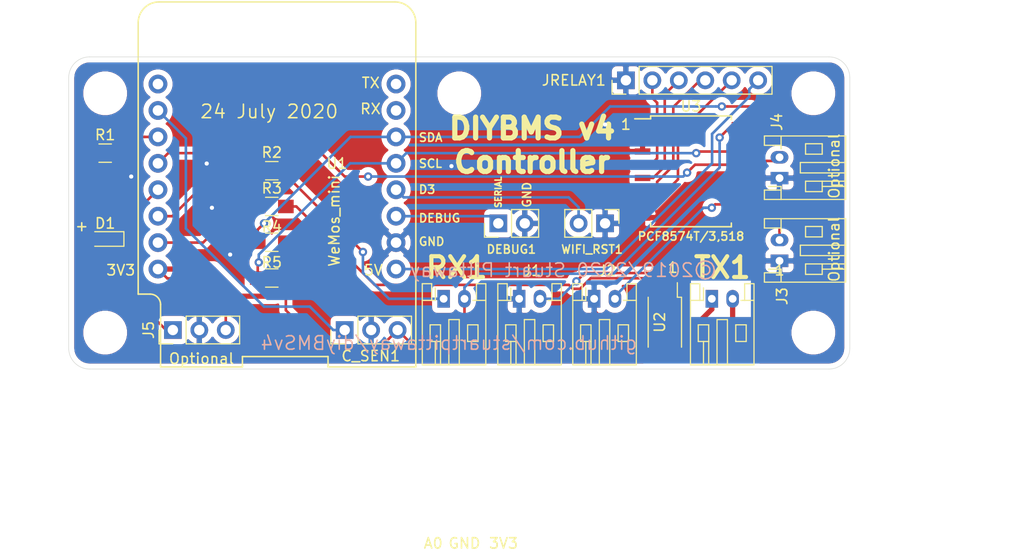
<source format=kicad_pcb>
(kicad_pcb (version 20171130) (host pcbnew "(5.1.5)-3")

  (general
    (thickness 1.6)
    (drawings 35)
    (tracks 192)
    (zones 0)
    (modules 25)
    (nets 26)
  )

  (page A4)
  (layers
    (0 F.Cu signal)
    (31 B.Cu signal)
    (32 B.Adhes user)
    (33 F.Adhes user)
    (34 B.Paste user)
    (35 F.Paste user)
    (36 B.SilkS user)
    (37 F.SilkS user)
    (38 B.Mask user hide)
    (39 F.Mask user hide)
    (40 Dwgs.User user)
    (41 Cmts.User user)
    (42 Eco1.User user)
    (43 Eco2.User user)
    (44 Edge.Cuts user)
    (45 Margin user)
    (46 B.CrtYd user)
    (47 F.CrtYd user)
    (48 B.Fab user hide)
    (49 F.Fab user)
  )

  (setup
    (last_trace_width 0.25)
    (trace_clearance 0.2)
    (zone_clearance 0.508)
    (zone_45_only yes)
    (trace_min 0.2)
    (via_size 0.8)
    (via_drill 0.4)
    (via_min_size 0.4)
    (via_min_drill 0.3)
    (uvia_size 0.3)
    (uvia_drill 0.1)
    (uvias_allowed no)
    (uvia_min_size 0.2)
    (uvia_min_drill 0.1)
    (edge_width 0.05)
    (segment_width 0.2)
    (pcb_text_width 0.3)
    (pcb_text_size 1.5 1.5)
    (mod_edge_width 0.12)
    (mod_text_size 1 1)
    (mod_text_width 0.15)
    (pad_size 1.524 1.524)
    (pad_drill 0.762)
    (pad_to_mask_clearance 0.051)
    (solder_mask_min_width 0.25)
    (aux_axis_origin 72.5 132)
    (grid_origin 72.5 132)
    (visible_elements 7FFFFFFF)
    (pcbplotparams
      (layerselection 0x010fc_ffffffff)
      (usegerberextensions false)
      (usegerberattributes false)
      (usegerberadvancedattributes false)
      (creategerberjobfile false)
      (excludeedgelayer true)
      (linewidth 0.100000)
      (plotframeref false)
      (viasonmask false)
      (mode 1)
      (useauxorigin false)
      (hpglpennumber 1)
      (hpglpenspeed 20)
      (hpglpendiameter 15.000000)
      (psnegative false)
      (psa4output false)
      (plotreference true)
      (plotvalue true)
      (plotinvisibletext false)
      (padsonsilk false)
      (subtractmaskfromsilk false)
      (outputformat 1)
      (mirror false)
      (drillshape 0)
      (scaleselection 1)
      (outputdirectory "Gerber/"))
  )

  (net 0 "")
  (net 1 GND)
  (net 2 +5V)
  (net 3 +3V3)
  (net 4 "Net-(R1-Pad2)")
  (net 5 "Net-(D1-Pad2)")
  (net 6 "Net-(DEBUG1-Pad1)")
  (net 7 "Net-(R3-Pad1)")
  (net 8 "Net-(R3-Pad2)")
  (net 9 "Net-(TX1-Pad1)")
  (net 10 "Net-(TX1-Pad2)")
  (net 11 "Net-(R2-Pad2)")
  (net 12 SDA)
  (net 13 SCL)
  (net 14 PCFINT)
  (net 15 "Net-(JRELAY1-Pad2)")
  (net 16 "Net-(JRELAY1-Pad3)")
  (net 17 "Net-(JRELAY1-Pad4)")
  (net 18 "Net-(JRELAY1-Pad5)")
  (net 19 "Net-(U1-Pad4)")
  (net 20 "Net-(C_SEN1-Pad1)")
  (net 21 "Net-(J1-Pad2)")
  (net 22 "Net-(J2-Pad2)")
  (net 23 "Net-(J3-Pad2)")
  (net 24 "Net-(J4-Pad2)")
  (net 25 "Net-(J5-Pad1)")

  (net_class Default "This is the default net class."
    (clearance 0.2)
    (trace_width 0.25)
    (via_dia 0.8)
    (via_drill 0.4)
    (uvia_dia 0.3)
    (uvia_drill 0.1)
    (add_net +3V3)
    (add_net +5V)
    (add_net GND)
    (add_net "Net-(C_SEN1-Pad1)")
    (add_net "Net-(D1-Pad2)")
    (add_net "Net-(DEBUG1-Pad1)")
    (add_net "Net-(J1-Pad2)")
    (add_net "Net-(J2-Pad2)")
    (add_net "Net-(J3-Pad2)")
    (add_net "Net-(J4-Pad2)")
    (add_net "Net-(J5-Pad1)")
    (add_net "Net-(JRELAY1-Pad2)")
    (add_net "Net-(JRELAY1-Pad3)")
    (add_net "Net-(JRELAY1-Pad4)")
    (add_net "Net-(JRELAY1-Pad5)")
    (add_net "Net-(R1-Pad2)")
    (add_net "Net-(R2-Pad2)")
    (add_net "Net-(R3-Pad1)")
    (add_net "Net-(R3-Pad2)")
    (add_net "Net-(TX1-Pad1)")
    (add_net "Net-(TX1-Pad2)")
    (add_net "Net-(U1-Pad4)")
    (add_net "Net-(U1-Pad7)")
    (add_net "Net-(U1-Pad8)")
    (add_net "Net-(U1-Pad9)")
    (add_net PCFINT)
    (add_net SCL)
    (add_net SDA)
  )

  (module Pin_Headers:Pin_Header_Straight_1x03_Pitch2.54mm (layer F.Cu) (tedit 59650532) (tstamp 5CFA8560)
    (at 99 128.25 90)
    (descr "Through hole straight pin header, 1x03, 2.54mm pitch, single row")
    (tags "Through hole pin header THT 1x03 2.54mm single row")
    (path /5CE723DE)
    (fp_text reference C_SEN1 (at -2.5 2.5 180) (layer F.SilkS)
      (effects (font (size 1 1) (thickness 0.15)))
    )
    (fp_text value "Current Sensor" (at 0 7.41 90) (layer F.Fab)
      (effects (font (size 1 1) (thickness 0.15)))
    )
    (fp_line (start -0.635 -1.27) (end 1.27 -1.27) (layer F.Fab) (width 0.1))
    (fp_line (start 1.27 -1.27) (end 1.27 6.35) (layer F.Fab) (width 0.1))
    (fp_line (start 1.27 6.35) (end -1.27 6.35) (layer F.Fab) (width 0.1))
    (fp_line (start -1.27 6.35) (end -1.27 -0.635) (layer F.Fab) (width 0.1))
    (fp_line (start -1.27 -0.635) (end -0.635 -1.27) (layer F.Fab) (width 0.1))
    (fp_line (start -1.33 6.41) (end 1.33 6.41) (layer F.SilkS) (width 0.12))
    (fp_line (start -1.33 1.27) (end -1.33 6.41) (layer F.SilkS) (width 0.12))
    (fp_line (start 1.33 1.27) (end 1.33 6.41) (layer F.SilkS) (width 0.12))
    (fp_line (start -1.33 1.27) (end 1.33 1.27) (layer F.SilkS) (width 0.12))
    (fp_line (start -1.33 0) (end -1.33 -1.33) (layer F.SilkS) (width 0.12))
    (fp_line (start -1.33 -1.33) (end 0 -1.33) (layer F.SilkS) (width 0.12))
    (fp_line (start -1.8 -1.8) (end -1.8 6.85) (layer F.CrtYd) (width 0.05))
    (fp_line (start -1.8 6.85) (end 1.8 6.85) (layer F.CrtYd) (width 0.05))
    (fp_line (start 1.8 6.85) (end 1.8 -1.8) (layer F.CrtYd) (width 0.05))
    (fp_line (start 1.8 -1.8) (end -1.8 -1.8) (layer F.CrtYd) (width 0.05))
    (fp_text user %R (at 0 2.54) (layer F.Fab)
      (effects (font (size 1 1) (thickness 0.15)))
    )
    (pad 1 thru_hole rect (at 0 0 90) (size 1.7 1.7) (drill 1) (layers *.Cu *.Mask)
      (net 20 "Net-(C_SEN1-Pad1)"))
    (pad 2 thru_hole oval (at 0 2.54 90) (size 1.7 1.7) (drill 1) (layers *.Cu *.Mask)
      (net 1 GND))
    (pad 3 thru_hole oval (at 0 5.08 90) (size 1.7 1.7) (drill 1) (layers *.Cu *.Mask)
      (net 3 +3V3))
    (model ${KISYS3DMOD}/Pin_Headers.3dshapes/Pin_Header_Straight_1x03_Pitch2.54mm.wrl
      (at (xyz 0 0 0))
      (scale (xyz 1 1 1))
      (rotate (xyz 0 0 0))
    )
  )

  (module Pin_Headers:Pin_Header_Straight_1x03_Pitch2.54mm (layer F.Cu) (tedit 59650532) (tstamp 5CE7177F)
    (at 82.5 128.25 90)
    (descr "Through hole straight pin header, 1x03, 2.54mm pitch, single row")
    (tags "Through hole pin header THT 1x03 2.54mm single row")
    (path /5CEE1C26)
    (fp_text reference J5 (at 0 -2.33 90) (layer F.SilkS)
      (effects (font (size 1 1) (thickness 0.15)))
    )
    (fp_text value Optional (at 0 7.41 90) (layer F.Fab)
      (effects (font (size 1 1) (thickness 0.15)))
    )
    (fp_line (start -0.635 -1.27) (end 1.27 -1.27) (layer F.Fab) (width 0.1))
    (fp_line (start 1.27 -1.27) (end 1.27 6.35) (layer F.Fab) (width 0.1))
    (fp_line (start 1.27 6.35) (end -1.27 6.35) (layer F.Fab) (width 0.1))
    (fp_line (start -1.27 6.35) (end -1.27 -0.635) (layer F.Fab) (width 0.1))
    (fp_line (start -1.27 -0.635) (end -0.635 -1.27) (layer F.Fab) (width 0.1))
    (fp_line (start -1.33 6.41) (end 1.33 6.41) (layer F.SilkS) (width 0.12))
    (fp_line (start -1.33 1.27) (end -1.33 6.41) (layer F.SilkS) (width 0.12))
    (fp_line (start 1.33 1.27) (end 1.33 6.41) (layer F.SilkS) (width 0.12))
    (fp_line (start -1.33 1.27) (end 1.33 1.27) (layer F.SilkS) (width 0.12))
    (fp_line (start -1.33 0) (end -1.33 -1.33) (layer F.SilkS) (width 0.12))
    (fp_line (start -1.33 -1.33) (end 0 -1.33) (layer F.SilkS) (width 0.12))
    (fp_line (start -1.8 -1.8) (end -1.8 6.85) (layer F.CrtYd) (width 0.05))
    (fp_line (start -1.8 6.85) (end 1.8 6.85) (layer F.CrtYd) (width 0.05))
    (fp_line (start 1.8 6.85) (end 1.8 -1.8) (layer F.CrtYd) (width 0.05))
    (fp_line (start 1.8 -1.8) (end -1.8 -1.8) (layer F.CrtYd) (width 0.05))
    (fp_text user %R (at 0 2.54) (layer F.Fab)
      (effects (font (size 1 1) (thickness 0.15)))
    )
    (pad 1 thru_hole rect (at 0 0 90) (size 1.7 1.7) (drill 1) (layers *.Cu *.Mask)
      (net 25 "Net-(J5-Pad1)"))
    (pad 2 thru_hole oval (at 0 2.54 90) (size 1.7 1.7) (drill 1) (layers *.Cu *.Mask)
      (net 1 GND))
    (pad 3 thru_hole oval (at 0 5.08 90) (size 1.7 1.7) (drill 1) (layers *.Cu *.Mask)
      (net 3 +3V3))
    (model ${KISYS3DMOD}/Pin_Headers.3dshapes/Pin_Header_Straight_1x03_Pitch2.54mm.wrl
      (at (xyz 0 0 0))
      (scale (xyz 1 1 1))
      (rotate (xyz 0 0 0))
    )
  )

  (module LEDs:LED_0805 (layer F.Cu) (tedit 59959803) (tstamp 5CE5C27F)
    (at 76 119.5 180)
    (descr "LED 0805 smd package")
    (tags "LED led 0805 SMD smd SMT smt smdled SMDLED smtled SMTLED")
    (path /5CD4CF59)
    (attr smd)
    (fp_text reference D1 (at 0 1.5) (layer F.SilkS)
      (effects (font (size 1 1) (thickness 0.15)))
    )
    (fp_text value COMMS (at 0 2.75) (layer F.Fab)
      (effects (font (size 1 1) (thickness 0.15)))
    )
    (fp_line (start -1.8 -0.7) (end -1.8 0.7) (layer F.SilkS) (width 0.12))
    (fp_line (start -0.4 -0.4) (end -0.4 0.4) (layer F.Fab) (width 0.1))
    (fp_line (start -0.4 0) (end 0.2 -0.4) (layer F.Fab) (width 0.1))
    (fp_line (start 0.2 0.4) (end -0.4 0) (layer F.Fab) (width 0.1))
    (fp_line (start 0.2 -0.4) (end 0.2 0.4) (layer F.Fab) (width 0.1))
    (fp_line (start 1 0.6) (end -1 0.6) (layer F.Fab) (width 0.1))
    (fp_line (start 1 -0.6) (end 1 0.6) (layer F.Fab) (width 0.1))
    (fp_line (start -1 -0.6) (end 1 -0.6) (layer F.Fab) (width 0.1))
    (fp_line (start -1 0.6) (end -1 -0.6) (layer F.Fab) (width 0.1))
    (fp_line (start -1.8 0.7) (end 1 0.7) (layer F.SilkS) (width 0.12))
    (fp_line (start -1.8 -0.7) (end 1 -0.7) (layer F.SilkS) (width 0.12))
    (fp_line (start 1.95 -0.85) (end 1.95 0.85) (layer F.CrtYd) (width 0.05))
    (fp_line (start 1.95 0.85) (end -1.95 0.85) (layer F.CrtYd) (width 0.05))
    (fp_line (start -1.95 0.85) (end -1.95 -0.85) (layer F.CrtYd) (width 0.05))
    (fp_line (start -1.95 -0.85) (end 1.95 -0.85) (layer F.CrtYd) (width 0.05))
    (fp_text user %R (at 0 -1.25) (layer F.Fab)
      (effects (font (size 0.4 0.4) (thickness 0.1)))
    )
    (pad 2 smd rect (at 1.1 0) (size 1.2 1.2) (layers F.Cu F.Paste F.Mask)
      (net 5 "Net-(D1-Pad2)"))
    (pad 1 smd rect (at -1.1 0) (size 1.2 1.2) (layers F.Cu F.Paste F.Mask)
      (net 1 GND))
    (model ${KISYS3DMOD}/LEDs.3dshapes/LED_0805.wrl
      (at (xyz 0 0 0))
      (scale (xyz 1 1 1))
      (rotate (xyz 0 0 180))
    )
  )

  (module Housings_SOIC:SOIC-16W_7.5x10.3mm_Pitch1.27mm (layer F.Cu) (tedit 58CC8F64) (tstamp 5CE5B135)
    (at 132.25 113)
    (descr "16-Lead Plastic Small Outline (SO) - Wide, 7.50 mm Body [SOIC] (see Microchip Packaging Specification 00000049BS.pdf)")
    (tags "SOIC 1.27")
    (path /5CE02B8B)
    (attr smd)
    (fp_text reference U3 (at 0 -6.25) (layer F.SilkS)
      (effects (font (size 1 1) (thickness 0.15)))
    )
    (fp_text value PCF8574T/3,518 (at 0 6.25) (layer F.SilkS)
      (effects (font (size 0.8 0.8) (thickness 0.15)))
    )
    (fp_text user %R (at 0 0) (layer F.Fab)
      (effects (font (size 1 1) (thickness 0.15)))
    )
    (fp_line (start -2.75 -5.15) (end 3.75 -5.15) (layer F.Fab) (width 0.15))
    (fp_line (start 3.75 -5.15) (end 3.75 5.15) (layer F.Fab) (width 0.15))
    (fp_line (start 3.75 5.15) (end -3.75 5.15) (layer F.Fab) (width 0.15))
    (fp_line (start -3.75 5.15) (end -3.75 -4.15) (layer F.Fab) (width 0.15))
    (fp_line (start -3.75 -4.15) (end -2.75 -5.15) (layer F.Fab) (width 0.15))
    (fp_line (start -5.65 -5.5) (end -5.65 5.5) (layer F.CrtYd) (width 0.05))
    (fp_line (start 5.65 -5.5) (end 5.65 5.5) (layer F.CrtYd) (width 0.05))
    (fp_line (start -5.65 -5.5) (end 5.65 -5.5) (layer F.CrtYd) (width 0.05))
    (fp_line (start -5.65 5.5) (end 5.65 5.5) (layer F.CrtYd) (width 0.05))
    (fp_line (start -3.875 -5.325) (end -3.875 -5.05) (layer F.SilkS) (width 0.15))
    (fp_line (start 3.875 -5.325) (end 3.875 -4.97) (layer F.SilkS) (width 0.15))
    (fp_line (start 3.875 5.325) (end 3.875 4.97) (layer F.SilkS) (width 0.15))
    (fp_line (start -3.875 5.325) (end -3.875 4.97) (layer F.SilkS) (width 0.15))
    (fp_line (start -3.875 -5.325) (end 3.875 -5.325) (layer F.SilkS) (width 0.15))
    (fp_line (start -3.875 5.325) (end 3.875 5.325) (layer F.SilkS) (width 0.15))
    (fp_line (start -3.875 -5.05) (end -5.4 -5.05) (layer F.SilkS) (width 0.15))
    (pad 1 smd rect (at -4.65 -4.445) (size 1.5 0.6) (layers F.Cu F.Paste F.Mask)
      (net 1 GND))
    (pad 2 smd rect (at -4.65 -3.175) (size 1.5 0.6) (layers F.Cu F.Paste F.Mask)
      (net 1 GND))
    (pad 3 smd rect (at -4.65 -1.905) (size 1.5 0.6) (layers F.Cu F.Paste F.Mask)
      (net 1 GND))
    (pad 4 smd rect (at -4.65 -0.635) (size 1.5 0.6) (layers F.Cu F.Paste F.Mask)
      (net 15 "Net-(JRELAY1-Pad2)"))
    (pad 5 smd rect (at -4.65 0.635) (size 1.5 0.6) (layers F.Cu F.Paste F.Mask)
      (net 16 "Net-(JRELAY1-Pad3)"))
    (pad 6 smd rect (at -4.65 1.905) (size 1.5 0.6) (layers F.Cu F.Paste F.Mask)
      (net 17 "Net-(JRELAY1-Pad4)"))
    (pad 7 smd rect (at -4.65 3.175) (size 1.5 0.6) (layers F.Cu F.Paste F.Mask)
      (net 18 "Net-(JRELAY1-Pad5)"))
    (pad 8 smd rect (at -4.65 4.445) (size 1.5 0.6) (layers F.Cu F.Paste F.Mask)
      (net 1 GND))
    (pad 9 smd rect (at 4.65 4.445) (size 1.5 0.6) (layers F.Cu F.Paste F.Mask)
      (net 21 "Net-(J1-Pad2)"))
    (pad 10 smd rect (at 4.65 3.175) (size 1.5 0.6) (layers F.Cu F.Paste F.Mask)
      (net 22 "Net-(J2-Pad2)"))
    (pad 11 smd rect (at 4.65 1.905) (size 1.5 0.6) (layers F.Cu F.Paste F.Mask)
      (net 23 "Net-(J3-Pad2)"))
    (pad 12 smd rect (at 4.65 0.635) (size 1.5 0.6) (layers F.Cu F.Paste F.Mask)
      (net 24 "Net-(J4-Pad2)"))
    (pad 13 smd rect (at 4.65 -0.635) (size 1.5 0.6) (layers F.Cu F.Paste F.Mask)
      (net 14 PCFINT))
    (pad 14 smd rect (at 4.65 -1.905) (size 1.5 0.6) (layers F.Cu F.Paste F.Mask)
      (net 13 SCL))
    (pad 15 smd rect (at 4.65 -3.175) (size 1.5 0.6) (layers F.Cu F.Paste F.Mask)
      (net 12 SDA))
    (pad 16 smd rect (at 4.65 -4.445) (size 1.5 0.6) (layers F.Cu F.Paste F.Mask)
      (net 3 +3V3))
    (model ${KISYS3DMOD}/Housings_SOIC.3dshapes/SOIC-16W_7.5x10.3mm_Pitch1.27mm.wrl
      (at (xyz 0 0 0))
      (scale (xyz 1 1 1))
      (rotate (xyz 0 0 0))
    )
  )

  (module Connectors_JST:JST_PH_S2B-PH-K_02x2.00mm_Angled (layer F.Cu) (tedit 58D3FE32) (tstamp 5CFA8950)
    (at 140.75 113.65 90)
    (descr "JST PH series connector, S2B-PH-K, side entry type, through hole, Datasheet: http://www.jst-mfg.com/product/pdf/eng/ePH.pdf")
    (tags "connector jst ph")
    (path /5CEB74DB)
    (fp_text reference J4 (at 5.4 -0.25 90) (layer F.SilkS)
      (effects (font (size 1 1) (thickness 0.15)))
    )
    (fp_text value Input (at 1 7.25 90) (layer F.Fab)
      (effects (font (size 1 1) (thickness 0.15)))
    )
    (fp_line (start 0.5 6.35) (end 0.5 2) (layer F.SilkS) (width 0.12))
    (fp_line (start 0.5 2) (end 1.5 2) (layer F.SilkS) (width 0.12))
    (fp_line (start 1.5 2) (end 1.5 6.35) (layer F.SilkS) (width 0.12))
    (fp_line (start -0.8 0.15) (end -1.15 0.15) (layer F.SilkS) (width 0.12))
    (fp_line (start -1.15 0.15) (end -1.15 -1.45) (layer F.SilkS) (width 0.12))
    (fp_line (start -1.15 -1.45) (end -2.05 -1.45) (layer F.SilkS) (width 0.12))
    (fp_line (start -2.05 -1.45) (end -2.05 6.35) (layer F.SilkS) (width 0.12))
    (fp_line (start -2.05 6.35) (end 4.05 6.35) (layer F.SilkS) (width 0.12))
    (fp_line (start 4.05 6.35) (end 4.05 -1.45) (layer F.SilkS) (width 0.12))
    (fp_line (start 4.05 -1.45) (end 3.15 -1.45) (layer F.SilkS) (width 0.12))
    (fp_line (start 3.15 -1.45) (end 3.15 0.15) (layer F.SilkS) (width 0.12))
    (fp_line (start 3.15 0.15) (end 2.8 0.15) (layer F.SilkS) (width 0.12))
    (fp_line (start -2.05 0.15) (end -1.15 0.15) (layer F.SilkS) (width 0.12))
    (fp_line (start 4.05 0.15) (end 3.15 0.15) (layer F.SilkS) (width 0.12))
    (fp_line (start -1.3 2.5) (end -1.3 4.1) (layer F.SilkS) (width 0.12))
    (fp_line (start -1.3 4.1) (end -0.3 4.1) (layer F.SilkS) (width 0.12))
    (fp_line (start -0.3 4.1) (end -0.3 2.5) (layer F.SilkS) (width 0.12))
    (fp_line (start -0.3 2.5) (end -1.3 2.5) (layer F.SilkS) (width 0.12))
    (fp_line (start 3.3 2.5) (end 3.3 4.1) (layer F.SilkS) (width 0.12))
    (fp_line (start 3.3 4.1) (end 2.3 4.1) (layer F.SilkS) (width 0.12))
    (fp_line (start 2.3 4.1) (end 2.3 2.5) (layer F.SilkS) (width 0.12))
    (fp_line (start 2.3 2.5) (end 3.3 2.5) (layer F.SilkS) (width 0.12))
    (fp_line (start -0.3 4.1) (end -0.3 6.35) (layer F.SilkS) (width 0.12))
    (fp_line (start -0.8 4.1) (end -0.8 6.35) (layer F.SilkS) (width 0.12))
    (fp_line (start -2.45 -1.85) (end -2.45 6.75) (layer F.CrtYd) (width 0.05))
    (fp_line (start -2.45 6.75) (end 4.45 6.75) (layer F.CrtYd) (width 0.05))
    (fp_line (start 4.45 6.75) (end 4.45 -1.85) (layer F.CrtYd) (width 0.05))
    (fp_line (start 4.45 -1.85) (end -2.45 -1.85) (layer F.CrtYd) (width 0.05))
    (fp_line (start -1.25 0.25) (end -1.25 -1.35) (layer F.Fab) (width 0.1))
    (fp_line (start -1.25 -1.35) (end -1.95 -1.35) (layer F.Fab) (width 0.1))
    (fp_line (start -1.95 -1.35) (end -1.95 6.25) (layer F.Fab) (width 0.1))
    (fp_line (start -1.95 6.25) (end 3.95 6.25) (layer F.Fab) (width 0.1))
    (fp_line (start 3.95 6.25) (end 3.95 -1.35) (layer F.Fab) (width 0.1))
    (fp_line (start 3.95 -1.35) (end 3.25 -1.35) (layer F.Fab) (width 0.1))
    (fp_line (start 3.25 -1.35) (end 3.25 0.25) (layer F.Fab) (width 0.1))
    (fp_line (start 3.25 0.25) (end -1.25 0.25) (layer F.Fab) (width 0.1))
    (fp_line (start -0.8 0.15) (end -0.8 -1.05) (layer F.SilkS) (width 0.12))
    (fp_line (start 0 0.85) (end -0.5 1.35) (layer F.Fab) (width 0.1))
    (fp_line (start -0.5 1.35) (end 0.5 1.35) (layer F.Fab) (width 0.1))
    (fp_line (start 0.5 1.35) (end 0 0.85) (layer F.Fab) (width 0.1))
    (fp_text user %R (at 1 2.5 90) (layer F.Fab)
      (effects (font (size 1 1) (thickness 0.15)))
    )
    (pad 1 thru_hole rect (at 0 0 90) (size 1.2 1.7) (drill 0.75) (layers *.Cu *.Mask)
      (net 1 GND))
    (pad 2 thru_hole oval (at 2 0 90) (size 1.2 1.7) (drill 0.75) (layers *.Cu *.Mask)
      (net 24 "Net-(J4-Pad2)"))
    (model ${KISYS3DMOD}/Connectors_JST.3dshapes/JST_PH_S2B-PH-K_02x2.00mm_Angled.wrl
      (at (xyz 0 0 0))
      (scale (xyz 1 1 1))
      (rotate (xyz 0 0 0))
    )
  )

  (module Connectors_JST:JST_PH_S2B-PH-K_02x2.00mm_Angled (layer F.Cu) (tedit 58D3FE32) (tstamp 5CFA88C6)
    (at 140.75 121.6 90)
    (descr "JST PH series connector, S2B-PH-K, side entry type, through hole, Datasheet: http://www.jst-mfg.com/product/pdf/eng/ePH.pdf")
    (tags "connector jst ph")
    (path /5CEB6FE6)
    (fp_text reference J3 (at -3.4 0.25 90) (layer F.SilkS)
      (effects (font (size 1 1) (thickness 0.15)))
    )
    (fp_text value Input (at 1 7.25 90) (layer F.Fab)
      (effects (font (size 1 1) (thickness 0.15)))
    )
    (fp_line (start 0.5 6.35) (end 0.5 2) (layer F.SilkS) (width 0.12))
    (fp_line (start 0.5 2) (end 1.5 2) (layer F.SilkS) (width 0.12))
    (fp_line (start 1.5 2) (end 1.5 6.35) (layer F.SilkS) (width 0.12))
    (fp_line (start -0.8 0.15) (end -1.15 0.15) (layer F.SilkS) (width 0.12))
    (fp_line (start -1.15 0.15) (end -1.15 -1.45) (layer F.SilkS) (width 0.12))
    (fp_line (start -1.15 -1.45) (end -2.05 -1.45) (layer F.SilkS) (width 0.12))
    (fp_line (start -2.05 -1.45) (end -2.05 6.35) (layer F.SilkS) (width 0.12))
    (fp_line (start -2.05 6.35) (end 4.05 6.35) (layer F.SilkS) (width 0.12))
    (fp_line (start 4.05 6.35) (end 4.05 -1.45) (layer F.SilkS) (width 0.12))
    (fp_line (start 4.05 -1.45) (end 3.15 -1.45) (layer F.SilkS) (width 0.12))
    (fp_line (start 3.15 -1.45) (end 3.15 0.15) (layer F.SilkS) (width 0.12))
    (fp_line (start 3.15 0.15) (end 2.8 0.15) (layer F.SilkS) (width 0.12))
    (fp_line (start -2.05 0.15) (end -1.15 0.15) (layer F.SilkS) (width 0.12))
    (fp_line (start 4.05 0.15) (end 3.15 0.15) (layer F.SilkS) (width 0.12))
    (fp_line (start -1.3 2.5) (end -1.3 4.1) (layer F.SilkS) (width 0.12))
    (fp_line (start -1.3 4.1) (end -0.3 4.1) (layer F.SilkS) (width 0.12))
    (fp_line (start -0.3 4.1) (end -0.3 2.5) (layer F.SilkS) (width 0.12))
    (fp_line (start -0.3 2.5) (end -1.3 2.5) (layer F.SilkS) (width 0.12))
    (fp_line (start 3.3 2.5) (end 3.3 4.1) (layer F.SilkS) (width 0.12))
    (fp_line (start 3.3 4.1) (end 2.3 4.1) (layer F.SilkS) (width 0.12))
    (fp_line (start 2.3 4.1) (end 2.3 2.5) (layer F.SilkS) (width 0.12))
    (fp_line (start 2.3 2.5) (end 3.3 2.5) (layer F.SilkS) (width 0.12))
    (fp_line (start -0.3 4.1) (end -0.3 6.35) (layer F.SilkS) (width 0.12))
    (fp_line (start -0.8 4.1) (end -0.8 6.35) (layer F.SilkS) (width 0.12))
    (fp_line (start -2.45 -1.85) (end -2.45 6.75) (layer F.CrtYd) (width 0.05))
    (fp_line (start -2.45 6.75) (end 4.45 6.75) (layer F.CrtYd) (width 0.05))
    (fp_line (start 4.45 6.75) (end 4.45 -1.85) (layer F.CrtYd) (width 0.05))
    (fp_line (start 4.45 -1.85) (end -2.45 -1.85) (layer F.CrtYd) (width 0.05))
    (fp_line (start -1.25 0.25) (end -1.25 -1.35) (layer F.Fab) (width 0.1))
    (fp_line (start -1.25 -1.35) (end -1.95 -1.35) (layer F.Fab) (width 0.1))
    (fp_line (start -1.95 -1.35) (end -1.95 6.25) (layer F.Fab) (width 0.1))
    (fp_line (start -1.95 6.25) (end 3.95 6.25) (layer F.Fab) (width 0.1))
    (fp_line (start 3.95 6.25) (end 3.95 -1.35) (layer F.Fab) (width 0.1))
    (fp_line (start 3.95 -1.35) (end 3.25 -1.35) (layer F.Fab) (width 0.1))
    (fp_line (start 3.25 -1.35) (end 3.25 0.25) (layer F.Fab) (width 0.1))
    (fp_line (start 3.25 0.25) (end -1.25 0.25) (layer F.Fab) (width 0.1))
    (fp_line (start -0.8 0.15) (end -0.8 -1.05) (layer F.SilkS) (width 0.12))
    (fp_line (start 0 0.85) (end -0.5 1.35) (layer F.Fab) (width 0.1))
    (fp_line (start -0.5 1.35) (end 0.5 1.35) (layer F.Fab) (width 0.1))
    (fp_line (start 0.5 1.35) (end 0 0.85) (layer F.Fab) (width 0.1))
    (fp_text user %R (at 1 2.5 90) (layer F.Fab)
      (effects (font (size 1 1) (thickness 0.15)))
    )
    (pad 1 thru_hole rect (at 0 0 90) (size 1.2 1.7) (drill 0.75) (layers *.Cu *.Mask)
      (net 1 GND))
    (pad 2 thru_hole oval (at 2 0 90) (size 1.2 1.7) (drill 0.75) (layers *.Cu *.Mask)
      (net 23 "Net-(J3-Pad2)"))
    (model ${KISYS3DMOD}/Connectors_JST.3dshapes/JST_PH_S2B-PH-K_02x2.00mm_Angled.wrl
      (at (xyz 0 0 0))
      (scale (xyz 1 1 1))
      (rotate (xyz 0 0 0))
    )
  )

  (module Connectors_JST:JST_PH_S2B-PH-K_02x2.00mm_Angled (layer F.Cu) (tedit 58D3FE32) (tstamp 5CE6F540)
    (at 122.95 125.25)
    (descr "JST PH series connector, S2B-PH-K, side entry type, through hole, Datasheet: http://www.jst-mfg.com/product/pdf/eng/ePH.pdf")
    (tags "connector jst ph")
    (path /5CEAAE9A)
    (fp_text reference J2 (at 1.25 -2.7) (layer F.SilkS)
      (effects (font (size 1 1) (thickness 0.15)))
    )
    (fp_text value Input (at 1 7.25) (layer F.Fab)
      (effects (font (size 1 1) (thickness 0.15)))
    )
    (fp_line (start 0.5 6.35) (end 0.5 2) (layer F.SilkS) (width 0.12))
    (fp_line (start 0.5 2) (end 1.5 2) (layer F.SilkS) (width 0.12))
    (fp_line (start 1.5 2) (end 1.5 6.35) (layer F.SilkS) (width 0.12))
    (fp_line (start -0.8 0.15) (end -1.15 0.15) (layer F.SilkS) (width 0.12))
    (fp_line (start -1.15 0.15) (end -1.15 -1.45) (layer F.SilkS) (width 0.12))
    (fp_line (start -1.15 -1.45) (end -2.05 -1.45) (layer F.SilkS) (width 0.12))
    (fp_line (start -2.05 -1.45) (end -2.05 6.35) (layer F.SilkS) (width 0.12))
    (fp_line (start -2.05 6.35) (end 4.05 6.35) (layer F.SilkS) (width 0.12))
    (fp_line (start 4.05 6.35) (end 4.05 -1.45) (layer F.SilkS) (width 0.12))
    (fp_line (start 4.05 -1.45) (end 3.15 -1.45) (layer F.SilkS) (width 0.12))
    (fp_line (start 3.15 -1.45) (end 3.15 0.15) (layer F.SilkS) (width 0.12))
    (fp_line (start 3.15 0.15) (end 2.8 0.15) (layer F.SilkS) (width 0.12))
    (fp_line (start -2.05 0.15) (end -1.15 0.15) (layer F.SilkS) (width 0.12))
    (fp_line (start 4.05 0.15) (end 3.15 0.15) (layer F.SilkS) (width 0.12))
    (fp_line (start -1.3 2.5) (end -1.3 4.1) (layer F.SilkS) (width 0.12))
    (fp_line (start -1.3 4.1) (end -0.3 4.1) (layer F.SilkS) (width 0.12))
    (fp_line (start -0.3 4.1) (end -0.3 2.5) (layer F.SilkS) (width 0.12))
    (fp_line (start -0.3 2.5) (end -1.3 2.5) (layer F.SilkS) (width 0.12))
    (fp_line (start 3.3 2.5) (end 3.3 4.1) (layer F.SilkS) (width 0.12))
    (fp_line (start 3.3 4.1) (end 2.3 4.1) (layer F.SilkS) (width 0.12))
    (fp_line (start 2.3 4.1) (end 2.3 2.5) (layer F.SilkS) (width 0.12))
    (fp_line (start 2.3 2.5) (end 3.3 2.5) (layer F.SilkS) (width 0.12))
    (fp_line (start -0.3 4.1) (end -0.3 6.35) (layer F.SilkS) (width 0.12))
    (fp_line (start -0.8 4.1) (end -0.8 6.35) (layer F.SilkS) (width 0.12))
    (fp_line (start -2.45 -1.85) (end -2.45 6.75) (layer F.CrtYd) (width 0.05))
    (fp_line (start -2.45 6.75) (end 4.45 6.75) (layer F.CrtYd) (width 0.05))
    (fp_line (start 4.45 6.75) (end 4.45 -1.85) (layer F.CrtYd) (width 0.05))
    (fp_line (start 4.45 -1.85) (end -2.45 -1.85) (layer F.CrtYd) (width 0.05))
    (fp_line (start -1.25 0.25) (end -1.25 -1.35) (layer F.Fab) (width 0.1))
    (fp_line (start -1.25 -1.35) (end -1.95 -1.35) (layer F.Fab) (width 0.1))
    (fp_line (start -1.95 -1.35) (end -1.95 6.25) (layer F.Fab) (width 0.1))
    (fp_line (start -1.95 6.25) (end 3.95 6.25) (layer F.Fab) (width 0.1))
    (fp_line (start 3.95 6.25) (end 3.95 -1.35) (layer F.Fab) (width 0.1))
    (fp_line (start 3.95 -1.35) (end 3.25 -1.35) (layer F.Fab) (width 0.1))
    (fp_line (start 3.25 -1.35) (end 3.25 0.25) (layer F.Fab) (width 0.1))
    (fp_line (start 3.25 0.25) (end -1.25 0.25) (layer F.Fab) (width 0.1))
    (fp_line (start -0.8 0.15) (end -0.8 -1.05) (layer F.SilkS) (width 0.12))
    (fp_line (start 0 0.85) (end -0.5 1.35) (layer F.Fab) (width 0.1))
    (fp_line (start -0.5 1.35) (end 0.5 1.35) (layer F.Fab) (width 0.1))
    (fp_line (start 0.5 1.35) (end 0 0.85) (layer F.Fab) (width 0.1))
    (fp_text user %R (at 1 2.5) (layer F.Fab)
      (effects (font (size 1 1) (thickness 0.15)))
    )
    (pad 1 thru_hole rect (at 0 0) (size 1.2 1.7) (drill 0.75) (layers *.Cu *.Mask)
      (net 1 GND))
    (pad 2 thru_hole oval (at 2 0) (size 1.2 1.7) (drill 0.75) (layers *.Cu *.Mask)
      (net 22 "Net-(J2-Pad2)"))
    (model ${KISYS3DMOD}/Connectors_JST.3dshapes/JST_PH_S2B-PH-K_02x2.00mm_Angled.wrl
      (at (xyz 0 0 0))
      (scale (xyz 1 1 1))
      (rotate (xyz 0 0 0))
    )
  )

  (module Connectors_JST:JST_PH_S2B-PH-K_02x2.00mm_Angled (layer F.Cu) (tedit 58D3FE32) (tstamp 5CE6F53D)
    (at 115.75 125.25)
    (descr "JST PH series connector, S2B-PH-K, side entry type, through hole, Datasheet: http://www.jst-mfg.com/product/pdf/eng/ePH.pdf")
    (tags "connector jst ph")
    (path /5CEAA4FE)
    (fp_text reference J1 (at 1.25 -2.7) (layer F.SilkS)
      (effects (font (size 1 1) (thickness 0.15)))
    )
    (fp_text value Input (at 1 7.25) (layer F.Fab)
      (effects (font (size 1 1) (thickness 0.15)))
    )
    (fp_line (start 0.5 6.35) (end 0.5 2) (layer F.SilkS) (width 0.12))
    (fp_line (start 0.5 2) (end 1.5 2) (layer F.SilkS) (width 0.12))
    (fp_line (start 1.5 2) (end 1.5 6.35) (layer F.SilkS) (width 0.12))
    (fp_line (start -0.8 0.15) (end -1.15 0.15) (layer F.SilkS) (width 0.12))
    (fp_line (start -1.15 0.15) (end -1.15 -1.45) (layer F.SilkS) (width 0.12))
    (fp_line (start -1.15 -1.45) (end -2.05 -1.45) (layer F.SilkS) (width 0.12))
    (fp_line (start -2.05 -1.45) (end -2.05 6.35) (layer F.SilkS) (width 0.12))
    (fp_line (start -2.05 6.35) (end 4.05 6.35) (layer F.SilkS) (width 0.12))
    (fp_line (start 4.05 6.35) (end 4.05 -1.45) (layer F.SilkS) (width 0.12))
    (fp_line (start 4.05 -1.45) (end 3.15 -1.45) (layer F.SilkS) (width 0.12))
    (fp_line (start 3.15 -1.45) (end 3.15 0.15) (layer F.SilkS) (width 0.12))
    (fp_line (start 3.15 0.15) (end 2.8 0.15) (layer F.SilkS) (width 0.12))
    (fp_line (start -2.05 0.15) (end -1.15 0.15) (layer F.SilkS) (width 0.12))
    (fp_line (start 4.05 0.15) (end 3.15 0.15) (layer F.SilkS) (width 0.12))
    (fp_line (start -1.3 2.5) (end -1.3 4.1) (layer F.SilkS) (width 0.12))
    (fp_line (start -1.3 4.1) (end -0.3 4.1) (layer F.SilkS) (width 0.12))
    (fp_line (start -0.3 4.1) (end -0.3 2.5) (layer F.SilkS) (width 0.12))
    (fp_line (start -0.3 2.5) (end -1.3 2.5) (layer F.SilkS) (width 0.12))
    (fp_line (start 3.3 2.5) (end 3.3 4.1) (layer F.SilkS) (width 0.12))
    (fp_line (start 3.3 4.1) (end 2.3 4.1) (layer F.SilkS) (width 0.12))
    (fp_line (start 2.3 4.1) (end 2.3 2.5) (layer F.SilkS) (width 0.12))
    (fp_line (start 2.3 2.5) (end 3.3 2.5) (layer F.SilkS) (width 0.12))
    (fp_line (start -0.3 4.1) (end -0.3 6.35) (layer F.SilkS) (width 0.12))
    (fp_line (start -0.8 4.1) (end -0.8 6.35) (layer F.SilkS) (width 0.12))
    (fp_line (start -2.45 -1.85) (end -2.45 6.75) (layer F.CrtYd) (width 0.05))
    (fp_line (start -2.45 6.75) (end 4.45 6.75) (layer F.CrtYd) (width 0.05))
    (fp_line (start 4.45 6.75) (end 4.45 -1.85) (layer F.CrtYd) (width 0.05))
    (fp_line (start 4.45 -1.85) (end -2.45 -1.85) (layer F.CrtYd) (width 0.05))
    (fp_line (start -1.25 0.25) (end -1.25 -1.35) (layer F.Fab) (width 0.1))
    (fp_line (start -1.25 -1.35) (end -1.95 -1.35) (layer F.Fab) (width 0.1))
    (fp_line (start -1.95 -1.35) (end -1.95 6.25) (layer F.Fab) (width 0.1))
    (fp_line (start -1.95 6.25) (end 3.95 6.25) (layer F.Fab) (width 0.1))
    (fp_line (start 3.95 6.25) (end 3.95 -1.35) (layer F.Fab) (width 0.1))
    (fp_line (start 3.95 -1.35) (end 3.25 -1.35) (layer F.Fab) (width 0.1))
    (fp_line (start 3.25 -1.35) (end 3.25 0.25) (layer F.Fab) (width 0.1))
    (fp_line (start 3.25 0.25) (end -1.25 0.25) (layer F.Fab) (width 0.1))
    (fp_line (start -0.8 0.15) (end -0.8 -1.05) (layer F.SilkS) (width 0.12))
    (fp_line (start 0 0.85) (end -0.5 1.35) (layer F.Fab) (width 0.1))
    (fp_line (start -0.5 1.35) (end 0.5 1.35) (layer F.Fab) (width 0.1))
    (fp_line (start 0.5 1.35) (end 0 0.85) (layer F.Fab) (width 0.1))
    (fp_text user %R (at 1 2.5) (layer F.Fab)
      (effects (font (size 1 1) (thickness 0.15)))
    )
    (pad 1 thru_hole rect (at 0 0) (size 1.2 1.7) (drill 0.75) (layers *.Cu *.Mask)
      (net 1 GND))
    (pad 2 thru_hole oval (at 2 0) (size 1.2 1.7) (drill 0.75) (layers *.Cu *.Mask)
      (net 21 "Net-(J1-Pad2)"))
    (model ${KISYS3DMOD}/Connectors_JST.3dshapes/JST_PH_S2B-PH-K_02x2.00mm_Angled.wrl
      (at (xyz 0 0 0))
      (scale (xyz 1 1 1))
      (rotate (xyz 0 0 0))
    )
  )

  (module Pin_Headers:Pin_Header_Straight_1x02_Pitch2.54mm (layer F.Cu) (tedit 59650532) (tstamp 5CE5AEA2)
    (at 124 118 270)
    (descr "Through hole straight pin header, 1x02, 2.54mm pitch, single row")
    (tags "Through hole pin header THT 1x02 2.54mm single row")
    (path /5CD48DA7)
    (fp_text reference WIFI_RST1 (at 2.5 1.25) (layer F.SilkS)
      (effects (font (size 0.8 0.8) (thickness 0.15)))
    )
    (fp_text value "WIFI RST" (at 0 1.25 180) (layer F.Fab) hide
      (effects (font (size 1 1) (thickness 0.15)))
    )
    (fp_line (start -0.635 -1.27) (end 1.27 -1.27) (layer F.Fab) (width 0.1))
    (fp_line (start 1.27 -1.27) (end 1.27 3.81) (layer F.Fab) (width 0.1))
    (fp_line (start 1.27 3.81) (end -1.27 3.81) (layer F.Fab) (width 0.1))
    (fp_line (start -1.27 3.81) (end -1.27 -0.635) (layer F.Fab) (width 0.1))
    (fp_line (start -1.27 -0.635) (end -0.635 -1.27) (layer F.Fab) (width 0.1))
    (fp_line (start -1.33 3.87) (end 1.33 3.87) (layer F.SilkS) (width 0.12))
    (fp_line (start -1.33 1.27) (end -1.33 3.87) (layer F.SilkS) (width 0.12))
    (fp_line (start 1.33 1.27) (end 1.33 3.87) (layer F.SilkS) (width 0.12))
    (fp_line (start -1.33 1.27) (end 1.33 1.27) (layer F.SilkS) (width 0.12))
    (fp_line (start -1.33 0) (end -1.33 -1.33) (layer F.SilkS) (width 0.12))
    (fp_line (start -1.33 -1.33) (end 0 -1.33) (layer F.SilkS) (width 0.12))
    (fp_line (start -1.8 -1.8) (end -1.8 4.35) (layer F.CrtYd) (width 0.05))
    (fp_line (start -1.8 4.35) (end 1.8 4.35) (layer F.CrtYd) (width 0.05))
    (fp_line (start 1.8 4.35) (end 1.8 -1.8) (layer F.CrtYd) (width 0.05))
    (fp_line (start 1.8 -1.8) (end -1.8 -1.8) (layer F.CrtYd) (width 0.05))
    (fp_text user %R (at 0.25 1) (layer F.Fab) hide
      (effects (font (size 1 1) (thickness 0.15)))
    )
    (pad 1 thru_hole rect (at 0 0 270) (size 1.7 1.7) (drill 1) (layers *.Cu *.Mask)
      (net 1 GND))
    (pad 2 thru_hole oval (at 0 2.54 270) (size 1.7 1.7) (drill 1) (layers *.Cu *.Mask)
      (net 19 "Net-(U1-Pad4)"))
    (model ${KISYS3DMOD}/Pin_Headers.3dshapes/Pin_Header_Straight_1x02_Pitch2.54mm.wrl
      (at (xyz 0 0 0))
      (scale (xyz 1 1 1))
      (rotate (xyz 0 0 0))
    )
  )

  (module Mounting_Holes:MountingHole_3.2mm_M3 locked (layer F.Cu) (tedit 56D1B4CB) (tstamp 5CE5B0FE)
    (at 110 105.5 90)
    (descr "Mounting Hole 3.2mm, no annular, M3")
    (tags "mounting hole 3.2mm no annular m3")
    (attr virtual)
    (fp_text reference REF** (at 6.5 0 90) (layer F.SilkS) hide
      (effects (font (size 1 1) (thickness 0.15)))
    )
    (fp_text value MountingHole_3.2mm_M3 (at 5 -0.75 180) (layer F.Fab)
      (effects (font (size 1 1) (thickness 0.15)))
    )
    (fp_text user %R (at 0.3 0 90) (layer F.Fab)
      (effects (font (size 1 1) (thickness 0.15)))
    )
    (fp_circle (center 0 0) (end 3.2 0) (layer Cmts.User) (width 0.15))
    (fp_circle (center 0 0) (end 3.45 0) (layer F.CrtYd) (width 0.05))
    (pad 1 np_thru_hole circle (at 0 0 90) (size 3.2 3.2) (drill 3.2) (layers *.Cu *.Mask))
  )

  (module Mounting_Holes:MountingHole_3.2mm_M3 locked (layer F.Cu) (tedit 56D1B4CB) (tstamp 5CE5B0E9)
    (at 76 105.5 270)
    (descr "Mounting Hole 3.2mm, no annular, M3")
    (tags "mounting hole 3.2mm no annular m3")
    (attr virtual)
    (fp_text reference REF** (at 0 4.5 270) (layer F.SilkS) hide
      (effects (font (size 1 1) (thickness 0.15)))
    )
    (fp_text value MountingHole_3.2mm_M3 (at 1 9.25 270) (layer F.Fab)
      (effects (font (size 1 1) (thickness 0.15)))
    )
    (fp_text user %R (at -0.25 0 270) (layer F.Fab)
      (effects (font (size 1 1) (thickness 0.15)))
    )
    (fp_circle (center 0 0) (end 3.2 0) (layer Cmts.User) (width 0.15))
    (fp_circle (center 0 0) (end 3.45 0) (layer F.CrtYd) (width 0.05))
    (pad 1 np_thru_hole circle (at 0 0 270) (size 3.2 3.2) (drill 3.2) (layers *.Cu *.Mask))
  )

  (module Mounting_Holes:MountingHole_3.2mm_M3 locked (layer F.Cu) (tedit 56D1B4CB) (tstamp 5CE5ADDD)
    (at 76 128.5 270)
    (descr "Mounting Hole 3.2mm, no annular, M3")
    (tags "mounting hole 3.2mm no annular m3")
    (attr virtual)
    (fp_text reference REF** (at -0.25 4.5 270) (layer F.SilkS) hide
      (effects (font (size 1 1) (thickness 0.15)))
    )
    (fp_text value MountingHole_3.2mm_M3 (at 0 7 270) (layer F.Fab)
      (effects (font (size 1 1) (thickness 0.15)))
    )
    (fp_text user %R (at 0.3 0 270) (layer F.Fab)
      (effects (font (size 1 1) (thickness 0.15)))
    )
    (fp_circle (center 0 0) (end 3.2 0) (layer Cmts.User) (width 0.15))
    (fp_circle (center 0 0) (end 3.45 0) (layer F.CrtYd) (width 0.05))
    (pad 1 np_thru_hole circle (at 0 0 270) (size 3.2 3.2) (drill 3.2) (layers *.Cu *.Mask))
  )

  (module Mounting_Holes:MountingHole_3.2mm_M3 locked (layer F.Cu) (tedit 56D1B4CB) (tstamp 5CFA7FC7)
    (at 144 128.5 90)
    (descr "Mounting Hole 3.2mm, no annular, M3")
    (tags "mounting hole 3.2mm no annular m3")
    (attr virtual)
    (fp_text reference REF** (at 0 1.5 90) (layer F.SilkS) hide
      (effects (font (size 1 1) (thickness 0.15)))
    )
    (fp_text value MountingHole_3.2mm_M3 (at -15 0 180) (layer F.Fab)
      (effects (font (size 1 1) (thickness 0.15)))
    )
    (fp_text user %R (at 0.3 0 90) (layer F.Fab)
      (effects (font (size 1 1) (thickness 0.15)))
    )
    (fp_circle (center 0 0) (end 3.2 0) (layer Cmts.User) (width 0.15))
    (fp_circle (center 0 0) (end 3.45 0) (layer F.CrtYd) (width 0.05))
    (pad 1 np_thru_hole circle (at 0 0 90) (size 3.2 3.2) (drill 3.2) (layers *.Cu *.Mask))
  )

  (module Mounting_Holes:MountingHole_3.2mm_M3 locked (layer F.Cu) (tedit 56D1B4CB) (tstamp 5CFA89B3)
    (at 144 105.5 90)
    (descr "Mounting Hole 3.2mm, no annular, M3")
    (tags "mounting hole 3.2mm no annular m3")
    (attr virtual)
    (fp_text reference REF** (at 7 0 90) (layer F.SilkS) hide
      (effects (font (size 1 1) (thickness 0.15)))
    )
    (fp_text value MountingHole_3.2mm_M3 (at 5.75 10.75 180) (layer F.Fab)
      (effects (font (size 1 1) (thickness 0.15)))
    )
    (fp_text user %R (at 0.3 0 90) (layer F.Fab)
      (effects (font (size 1 1) (thickness 0.15)))
    )
    (fp_circle (center 0 0) (end 3.2 0) (layer Cmts.User) (width 0.15))
    (fp_circle (center 0 0) (end 3.45 0) (layer F.CrtYd) (width 0.05))
    (pad 1 np_thru_hole circle (at 0 0 90) (size 3.2 3.2) (drill 3.2) (layers *.Cu *.Mask))
  )

  (module Pin_Headers:Pin_Header_Straight_1x06_Pitch2.54mm (layer F.Cu) (tedit 59650532) (tstamp 5CE5F63F)
    (at 126 104.25 90)
    (descr "Through hole straight pin header, 1x06, 2.54mm pitch, single row")
    (tags "Through hole pin header THT 1x06 2.54mm single row")
    (path /5CE6037F)
    (fp_text reference JRELAY1 (at 0 -5 180) (layer F.SilkS)
      (effects (font (size 1 1) (thickness 0.15)))
    )
    (fp_text value Conn_01x06_Male (at 4 7 180) (layer F.Fab)
      (effects (font (size 1 1) (thickness 0.15)))
    )
    (fp_line (start -0.635 -1.27) (end 1.27 -1.27) (layer F.Fab) (width 0.1))
    (fp_line (start 1.27 -1.27) (end 1.27 13.97) (layer F.Fab) (width 0.1))
    (fp_line (start 1.27 13.97) (end -1.27 13.97) (layer F.Fab) (width 0.1))
    (fp_line (start -1.27 13.97) (end -1.27 -0.635) (layer F.Fab) (width 0.1))
    (fp_line (start -1.27 -0.635) (end -0.635 -1.27) (layer F.Fab) (width 0.1))
    (fp_line (start -1.33 14.03) (end 1.33 14.03) (layer F.SilkS) (width 0.12))
    (fp_line (start -1.33 1.27) (end -1.33 14.03) (layer F.SilkS) (width 0.12))
    (fp_line (start 1.33 1.27) (end 1.33 14.03) (layer F.SilkS) (width 0.12))
    (fp_line (start -1.33 1.27) (end 1.33 1.27) (layer F.SilkS) (width 0.12))
    (fp_line (start -1.33 0) (end -1.33 -1.33) (layer F.SilkS) (width 0.12))
    (fp_line (start -1.33 -1.33) (end 0 -1.33) (layer F.SilkS) (width 0.12))
    (fp_line (start -1.8 -1.8) (end -1.8 14.5) (layer F.CrtYd) (width 0.05))
    (fp_line (start -1.8 14.5) (end 1.8 14.5) (layer F.CrtYd) (width 0.05))
    (fp_line (start 1.8 14.5) (end 1.8 -1.8) (layer F.CrtYd) (width 0.05))
    (fp_line (start 1.8 -1.8) (end -1.8 -1.8) (layer F.CrtYd) (width 0.05))
    (fp_text user %R (at 0 6.35 180) (layer F.Fab)
      (effects (font (size 1 1) (thickness 0.15)))
    )
    (pad 1 thru_hole rect (at 0 0 90) (size 1.7 1.7) (drill 1) (layers *.Cu *.Mask)
      (net 1 GND))
    (pad 2 thru_hole oval (at 0 2.54 90) (size 1.7 1.7) (drill 1) (layers *.Cu *.Mask)
      (net 15 "Net-(JRELAY1-Pad2)"))
    (pad 3 thru_hole oval (at 0 5.08 90) (size 1.7 1.7) (drill 1) (layers *.Cu *.Mask)
      (net 16 "Net-(JRELAY1-Pad3)"))
    (pad 4 thru_hole oval (at 0 7.62 90) (size 1.7 1.7) (drill 1) (layers *.Cu *.Mask)
      (net 17 "Net-(JRELAY1-Pad4)"))
    (pad 5 thru_hole oval (at 0 10.16 90) (size 1.7 1.7) (drill 1) (layers *.Cu *.Mask)
      (net 18 "Net-(JRELAY1-Pad5)"))
    (pad 6 thru_hole oval (at 0 12.7 90) (size 1.7 1.7) (drill 1) (layers *.Cu *.Mask)
      (net 2 +5V))
    (model ${KISYS3DMOD}/Pin_Headers.3dshapes/Pin_Header_Straight_1x06_Pitch2.54mm.wrl
      (at (xyz 0 0 0))
      (scale (xyz 1 1 1))
      (rotate (xyz 0 0 0))
    )
  )

  (module Resistors_SMD:R_0805_HandSoldering (layer F.Cu) (tedit 58E0A804) (tstamp 5CE5E676)
    (at 92 123.25 180)
    (descr "Resistor SMD 0805, hand soldering")
    (tags "resistor 0805")
    (path /5CE113C9)
    (attr smd)
    (fp_text reference R5 (at 0 1.5 180) (layer F.SilkS)
      (effects (font (size 1 1) (thickness 0.15)))
    )
    (fp_text value 4K7 (at -4 -0.13 180) (layer F.Fab)
      (effects (font (size 1 1) (thickness 0.15)))
    )
    (fp_text user %R (at 0 0 180) (layer F.Fab)
      (effects (font (size 0.5 0.5) (thickness 0.075)))
    )
    (fp_line (start -1 0.62) (end -1 -0.62) (layer F.Fab) (width 0.1))
    (fp_line (start 1 0.62) (end -1 0.62) (layer F.Fab) (width 0.1))
    (fp_line (start 1 -0.62) (end 1 0.62) (layer F.Fab) (width 0.1))
    (fp_line (start -1 -0.62) (end 1 -0.62) (layer F.Fab) (width 0.1))
    (fp_line (start 0.6 0.88) (end -0.6 0.88) (layer F.SilkS) (width 0.12))
    (fp_line (start -0.6 -0.88) (end 0.6 -0.88) (layer F.SilkS) (width 0.12))
    (fp_line (start -2.35 -0.9) (end 2.35 -0.9) (layer F.CrtYd) (width 0.05))
    (fp_line (start -2.35 -0.9) (end -2.35 0.9) (layer F.CrtYd) (width 0.05))
    (fp_line (start 2.35 0.9) (end 2.35 -0.9) (layer F.CrtYd) (width 0.05))
    (fp_line (start 2.35 0.9) (end -2.35 0.9) (layer F.CrtYd) (width 0.05))
    (pad 1 smd rect (at -1.35 0 180) (size 1.5 1.3) (layers F.Cu F.Paste F.Mask)
      (net 3 +3V3))
    (pad 2 smd rect (at 1.35 0 180) (size 1.5 1.3) (layers F.Cu F.Paste F.Mask)
      (net 13 SCL))
    (model ${KISYS3DMOD}/Resistors_SMD.3dshapes/R_0805.wrl
      (at (xyz 0 0 0))
      (scale (xyz 1 1 1))
      (rotate (xyz 0 0 0))
    )
  )

  (module Resistors_SMD:R_0805_HandSoldering (layer F.Cu) (tedit 58E0A804) (tstamp 5CE5E646)
    (at 92 119.8125 180)
    (descr "Resistor SMD 0805, hand soldering")
    (tags "resistor 0805")
    (path /5CE1118E)
    (attr smd)
    (fp_text reference R4 (at 0 1.5 180) (layer F.SilkS)
      (effects (font (size 1 1) (thickness 0.15)))
    )
    (fp_text value 4K7 (at -4 0 180) (layer F.Fab)
      (effects (font (size 1 1) (thickness 0.15)))
    )
    (fp_text user %R (at 0 0 180) (layer F.Fab)
      (effects (font (size 0.5 0.5) (thickness 0.075)))
    )
    (fp_line (start -1 0.62) (end -1 -0.62) (layer F.Fab) (width 0.1))
    (fp_line (start 1 0.62) (end -1 0.62) (layer F.Fab) (width 0.1))
    (fp_line (start 1 -0.62) (end 1 0.62) (layer F.Fab) (width 0.1))
    (fp_line (start -1 -0.62) (end 1 -0.62) (layer F.Fab) (width 0.1))
    (fp_line (start 0.6 0.88) (end -0.6 0.88) (layer F.SilkS) (width 0.12))
    (fp_line (start -0.6 -0.88) (end 0.6 -0.88) (layer F.SilkS) (width 0.12))
    (fp_line (start -2.35 -0.9) (end 2.35 -0.9) (layer F.CrtYd) (width 0.05))
    (fp_line (start -2.35 -0.9) (end -2.35 0.9) (layer F.CrtYd) (width 0.05))
    (fp_line (start 2.35 0.9) (end 2.35 -0.9) (layer F.CrtYd) (width 0.05))
    (fp_line (start 2.35 0.9) (end -2.35 0.9) (layer F.CrtYd) (width 0.05))
    (pad 1 smd rect (at -1.35 0 180) (size 1.5 1.3) (layers F.Cu F.Paste F.Mask)
      (net 3 +3V3))
    (pad 2 smd rect (at 1.35 0 180) (size 1.5 1.3) (layers F.Cu F.Paste F.Mask)
      (net 12 SDA))
    (model ${KISYS3DMOD}/Resistors_SMD.3dshapes/R_0805.wrl
      (at (xyz 0 0 0))
      (scale (xyz 1 1 1))
      (rotate (xyz 0 0 0))
    )
  )

  (module Housings_SSOP:SOP-4_4.4x2.8mm_Pitch1.27mm (layer F.Cu) (tedit 58A079E7) (tstamp 5CE5ADAC)
    (at 129.75 127.5 270)
    (descr "4-Lead Plastic Small Outline http://www.vishay.com/docs/49633/sg2098.pdf")
    (tags "SOP 1.27")
    (path /5CD55A2D)
    (attr smd)
    (fp_text reference U2 (at 0 0.5 270) (layer F.SilkS)
      (effects (font (size 1 1) (thickness 0.15)))
    )
    (fp_text value "EL3H7(B)(TA)-G" (at 0 2.25 270) (layer F.Fab)
      (effects (font (size 1 1) (thickness 0.15)))
    )
    (fp_text user %R (at -0.25 -0.75 270) (layer F.Fab)
      (effects (font (size 0.8 0.8) (thickness 0.15)))
    )
    (fp_line (start -2.2 -0.79) (end -1.6 -1.39) (layer F.Fab) (width 0.1))
    (fp_line (start -2.4 -1.59) (end -2.4 -1.19) (layer F.SilkS) (width 0.12))
    (fp_line (start -2.4 -1.19) (end -3.8 -1.19) (layer F.SilkS) (width 0.12))
    (fp_line (start -1.6 -1.39) (end 2.2 -1.39) (layer F.Fab) (width 0.1))
    (fp_line (start 2.2 -1.39) (end 2.2 1.41) (layer F.Fab) (width 0.1))
    (fp_line (start 2.2 1.41) (end -2.2 1.41) (layer F.Fab) (width 0.1))
    (fp_line (start -2.2 1.41) (end -2.2 -0.79) (layer F.Fab) (width 0.1))
    (fp_line (start -2.4 -1.59) (end 2.4 -1.59) (layer F.SilkS) (width 0.12))
    (fp_line (start -2.4 1.61) (end 2.4 1.61) (layer F.SilkS) (width 0.12))
    (fp_line (start -4.05 -1.64) (end 4.05 -1.64) (layer F.CrtYd) (width 0.05))
    (fp_line (start -4.05 -1.64) (end -4.05 1.66) (layer F.CrtYd) (width 0.05))
    (fp_line (start 4.05 1.66) (end 4.05 -1.64) (layer F.CrtYd) (width 0.05))
    (fp_line (start 4.05 1.66) (end -4.05 1.66) (layer F.CrtYd) (width 0.05))
    (pad 1 smd rect (at -3.15 -0.64 270) (size 1.3 0.8) (layers F.Cu F.Paste F.Mask)
      (net 7 "Net-(R3-Pad1)"))
    (pad 2 smd rect (at -3.15 0.64 270) (size 1.3 0.8) (layers F.Cu F.Paste F.Mask)
      (net 1 GND))
    (pad 3 smd rect (at 3.15 0.64 270) (size 1.3 0.8) (layers F.Cu F.Paste F.Mask)
      (net 9 "Net-(TX1-Pad1)"))
    (pad 4 smd rect (at 3.15 -0.64 270) (size 1.3 0.8) (layers F.Cu F.Paste F.Mask)
      (net 10 "Net-(TX1-Pad2)"))
    (model ${KISYS3DMOD}/Housings_SSOP.3dshapes/SOP-4_4.4x2.8mm_Pitch1.27mm.wrl
      (at (xyz 0 0 0))
      (scale (xyz 1 1 1))
      (rotate (xyz 0 0 0))
    )
  )

  (module Connectors_JST:JST_PH_S2B-PH-K_02x2.00mm_Angled (layer F.Cu) (tedit 58D3FE32) (tstamp 5CE70A8E)
    (at 134.25 125.25)
    (descr "JST PH series connector, S2B-PH-K, side entry type, through hole, Datasheet: http://www.jst-mfg.com/product/pdf/eng/ePH.pdf")
    (tags "connector jst ph")
    (path /5CD595C3)
    (fp_text reference TX1 (at 1 -3) (layer F.SilkS)
      (effects (font (size 2 2) (thickness 0.4)))
    )
    (fp_text value Transmit (at 0.25 9) (layer F.Fab) hide
      (effects (font (size 1 1) (thickness 0.15)))
    )
    (fp_line (start 0.5 6.35) (end 0.5 2) (layer F.SilkS) (width 0.12))
    (fp_line (start 0.5 2) (end 1.5 2) (layer F.SilkS) (width 0.12))
    (fp_line (start 1.5 2) (end 1.5 6.35) (layer F.SilkS) (width 0.12))
    (fp_line (start -0.8 0.15) (end -1.15 0.15) (layer F.SilkS) (width 0.12))
    (fp_line (start -1.15 0.15) (end -1.15 -1.45) (layer F.SilkS) (width 0.12))
    (fp_line (start -1.15 -1.45) (end -2.05 -1.45) (layer F.SilkS) (width 0.12))
    (fp_line (start -2.05 -1.45) (end -2.05 6.35) (layer F.SilkS) (width 0.12))
    (fp_line (start -2.05 6.35) (end 4.05 6.35) (layer F.SilkS) (width 0.12))
    (fp_line (start 4.05 6.35) (end 4.05 -1.45) (layer F.SilkS) (width 0.12))
    (fp_line (start 4.05 -1.45) (end 3.15 -1.45) (layer F.SilkS) (width 0.12))
    (fp_line (start 3.15 -1.45) (end 3.15 0.15) (layer F.SilkS) (width 0.12))
    (fp_line (start 3.15 0.15) (end 2.8 0.15) (layer F.SilkS) (width 0.12))
    (fp_line (start -2.05 0.15) (end -1.15 0.15) (layer F.SilkS) (width 0.12))
    (fp_line (start 4.05 0.15) (end 3.15 0.15) (layer F.SilkS) (width 0.12))
    (fp_line (start -1.3 2.5) (end -1.3 4.1) (layer F.SilkS) (width 0.12))
    (fp_line (start -1.3 4.1) (end -0.3 4.1) (layer F.SilkS) (width 0.12))
    (fp_line (start -0.3 4.1) (end -0.3 2.5) (layer F.SilkS) (width 0.12))
    (fp_line (start -0.3 2.5) (end -1.3 2.5) (layer F.SilkS) (width 0.12))
    (fp_line (start 3.3 2.5) (end 3.3 4.1) (layer F.SilkS) (width 0.12))
    (fp_line (start 3.3 4.1) (end 2.3 4.1) (layer F.SilkS) (width 0.12))
    (fp_line (start 2.3 4.1) (end 2.3 2.5) (layer F.SilkS) (width 0.12))
    (fp_line (start 2.3 2.5) (end 3.3 2.5) (layer F.SilkS) (width 0.12))
    (fp_line (start -0.3 4.1) (end -0.3 6.35) (layer F.SilkS) (width 0.12))
    (fp_line (start -0.8 4.1) (end -0.8 6.35) (layer F.SilkS) (width 0.12))
    (fp_line (start -2.45 -1.85) (end -2.45 6.75) (layer F.CrtYd) (width 0.05))
    (fp_line (start -2.45 6.75) (end 4.45 6.75) (layer F.CrtYd) (width 0.05))
    (fp_line (start 4.45 6.75) (end 4.45 -1.85) (layer F.CrtYd) (width 0.05))
    (fp_line (start 4.45 -1.85) (end -2.45 -1.85) (layer F.CrtYd) (width 0.05))
    (fp_line (start -1.25 0.25) (end -1.25 -1.35) (layer F.Fab) (width 0.1))
    (fp_line (start -1.25 -1.35) (end -1.95 -1.35) (layer F.Fab) (width 0.1))
    (fp_line (start -1.95 -1.35) (end -1.95 6.25) (layer F.Fab) (width 0.1))
    (fp_line (start -1.95 6.25) (end 3.95 6.25) (layer F.Fab) (width 0.1))
    (fp_line (start 3.95 6.25) (end 3.95 -1.35) (layer F.Fab) (width 0.1))
    (fp_line (start 3.95 -1.35) (end 3.25 -1.35) (layer F.Fab) (width 0.1))
    (fp_line (start 3.25 -1.35) (end 3.25 0.25) (layer F.Fab) (width 0.1))
    (fp_line (start 3.25 0.25) (end -1.25 0.25) (layer F.Fab) (width 0.1))
    (fp_line (start -0.8 0.15) (end -0.8 -1.05) (layer F.SilkS) (width 0.12))
    (fp_line (start 0 0.85) (end -0.5 1.35) (layer F.Fab) (width 0.1))
    (fp_line (start -0.5 1.35) (end 0.5 1.35) (layer F.Fab) (width 0.1))
    (fp_line (start 0.5 1.35) (end 0 0.85) (layer F.Fab) (width 0.1))
    (fp_text user %R (at 1 2.5) (layer F.Fab)
      (effects (font (size 1 1) (thickness 0.15)))
    )
    (pad 1 thru_hole rect (at 0 0) (size 1.2 1.7) (drill 0.75) (layers *.Cu *.Mask)
      (net 9 "Net-(TX1-Pad1)"))
    (pad 2 thru_hole oval (at 2 0) (size 1.2 1.7) (drill 0.75) (layers *.Cu *.Mask)
      (net 10 "Net-(TX1-Pad2)"))
    (model ${KISYS3DMOD}/Connectors_JST.3dshapes/JST_PH_S2B-PH-K_02x2.00mm_Angled.wrl
      (at (xyz 0 0 0))
      (scale (xyz 1 1 1))
      (rotate (xyz 0 0 0))
    )
  )

  (module Connectors_JST:JST_PH_S2B-PH-K_02x2.00mm_Angled (layer F.Cu) (tedit 58D3FE32) (tstamp 5CE5AD3B)
    (at 108.5 125.25)
    (descr "JST PH series connector, S2B-PH-K, side entry type, through hole, Datasheet: http://www.jst-mfg.com/product/pdf/eng/ePH.pdf")
    (tags "connector jst ph")
    (path /5CD589E5)
    (fp_text reference RX1 (at 1.25 -3) (layer F.SilkS)
      (effects (font (size 2 2) (thickness 0.4)))
    )
    (fp_text value Receive (at 0.25 8.75) (layer F.Fab) hide
      (effects (font (size 1 1) (thickness 0.15)))
    )
    (fp_line (start 0.5 6.35) (end 0.5 2) (layer F.SilkS) (width 0.12))
    (fp_line (start 0.5 2) (end 1.5 2) (layer F.SilkS) (width 0.12))
    (fp_line (start 1.5 2) (end 1.5 6.35) (layer F.SilkS) (width 0.12))
    (fp_line (start -0.8 0.15) (end -1.15 0.15) (layer F.SilkS) (width 0.12))
    (fp_line (start -1.15 0.15) (end -1.15 -1.45) (layer F.SilkS) (width 0.12))
    (fp_line (start -1.15 -1.45) (end -2.05 -1.45) (layer F.SilkS) (width 0.12))
    (fp_line (start -2.05 -1.45) (end -2.05 6.35) (layer F.SilkS) (width 0.12))
    (fp_line (start -2.05 6.35) (end 4.05 6.35) (layer F.SilkS) (width 0.12))
    (fp_line (start 4.05 6.35) (end 4.05 -1.45) (layer F.SilkS) (width 0.12))
    (fp_line (start 4.05 -1.45) (end 3.15 -1.45) (layer F.SilkS) (width 0.12))
    (fp_line (start 3.15 -1.45) (end 3.15 0.15) (layer F.SilkS) (width 0.12))
    (fp_line (start 3.15 0.15) (end 2.8 0.15) (layer F.SilkS) (width 0.12))
    (fp_line (start -2.05 0.15) (end -1.15 0.15) (layer F.SilkS) (width 0.12))
    (fp_line (start 4.05 0.15) (end 3.15 0.15) (layer F.SilkS) (width 0.12))
    (fp_line (start -1.3 2.5) (end -1.3 4.1) (layer F.SilkS) (width 0.12))
    (fp_line (start -1.3 4.1) (end -0.3 4.1) (layer F.SilkS) (width 0.12))
    (fp_line (start -0.3 4.1) (end -0.3 2.5) (layer F.SilkS) (width 0.12))
    (fp_line (start -0.3 2.5) (end -1.3 2.5) (layer F.SilkS) (width 0.12))
    (fp_line (start 3.3 2.5) (end 3.3 4.1) (layer F.SilkS) (width 0.12))
    (fp_line (start 3.3 4.1) (end 2.3 4.1) (layer F.SilkS) (width 0.12))
    (fp_line (start 2.3 4.1) (end 2.3 2.5) (layer F.SilkS) (width 0.12))
    (fp_line (start 2.3 2.5) (end 3.3 2.5) (layer F.SilkS) (width 0.12))
    (fp_line (start -0.3 4.1) (end -0.3 6.35) (layer F.SilkS) (width 0.12))
    (fp_line (start -0.8 4.1) (end -0.8 6.35) (layer F.SilkS) (width 0.12))
    (fp_line (start -2.45 -1.85) (end -2.45 6.75) (layer F.CrtYd) (width 0.05))
    (fp_line (start -2.45 6.75) (end 4.45 6.75) (layer F.CrtYd) (width 0.05))
    (fp_line (start 4.45 6.75) (end 4.45 -1.85) (layer F.CrtYd) (width 0.05))
    (fp_line (start 4.45 -1.85) (end -2.45 -1.85) (layer F.CrtYd) (width 0.05))
    (fp_line (start -1.25 0.25) (end -1.25 -1.35) (layer F.Fab) (width 0.1))
    (fp_line (start -1.25 -1.35) (end -1.95 -1.35) (layer F.Fab) (width 0.1))
    (fp_line (start -1.95 -1.35) (end -1.95 6.25) (layer F.Fab) (width 0.1))
    (fp_line (start -1.95 6.25) (end 3.95 6.25) (layer F.Fab) (width 0.1))
    (fp_line (start 3.95 6.25) (end 3.95 -1.35) (layer F.Fab) (width 0.1))
    (fp_line (start 3.95 -1.35) (end 3.25 -1.35) (layer F.Fab) (width 0.1))
    (fp_line (start 3.25 -1.35) (end 3.25 0.25) (layer F.Fab) (width 0.1))
    (fp_line (start 3.25 0.25) (end -1.25 0.25) (layer F.Fab) (width 0.1))
    (fp_line (start -0.8 0.15) (end -0.8 -1.05) (layer F.SilkS) (width 0.12))
    (fp_line (start 0 0.85) (end -0.5 1.35) (layer F.Fab) (width 0.1))
    (fp_line (start -0.5 1.35) (end 0.5 1.35) (layer F.Fab) (width 0.1))
    (fp_line (start 0.5 1.35) (end 0 0.85) (layer F.Fab) (width 0.1))
    (fp_text user %R (at 1 2.5) (layer F.Fab)
      (effects (font (size 1 1) (thickness 0.15)))
    )
    (pad 1 thru_hole rect (at 0 0) (size 1.2 1.7) (drill 0.75) (layers *.Cu *.Mask)
      (net 11 "Net-(R2-Pad2)"))
    (pad 2 thru_hole oval (at 2 0) (size 1.2 1.7) (drill 0.75) (layers *.Cu *.Mask)
      (net 3 +3V3))
    (model ${KISYS3DMOD}/Connectors_JST.3dshapes/JST_PH_S2B-PH-K_02x2.00mm_Angled.wrl
      (at (xyz 0 0 0))
      (scale (xyz 1 1 1))
      (rotate (xyz 0 0 0))
    )
  )

  (module Resistors_SMD:R_0805_HandSoldering (layer F.Cu) (tedit 58E0A804) (tstamp 5CE5AF6C)
    (at 92 116.375 180)
    (descr "Resistor SMD 0805, hand soldering")
    (tags "resistor 0805")
    (path /5CE037A1)
    (attr smd)
    (fp_text reference R3 (at 0 1.75 180) (layer F.SilkS)
      (effects (font (size 1 1) (thickness 0.15)))
    )
    (fp_text value 220R (at -4.47619 0 180) (layer F.Fab)
      (effects (font (size 1 1) (thickness 0.15)))
    )
    (fp_text user %R (at 0 0 180) (layer F.Fab)
      (effects (font (size 0.5 0.5) (thickness 0.075)))
    )
    (fp_line (start -1 0.62) (end -1 -0.62) (layer F.Fab) (width 0.1))
    (fp_line (start 1 0.62) (end -1 0.62) (layer F.Fab) (width 0.1))
    (fp_line (start 1 -0.62) (end 1 0.62) (layer F.Fab) (width 0.1))
    (fp_line (start -1 -0.62) (end 1 -0.62) (layer F.Fab) (width 0.1))
    (fp_line (start 0.6 0.88) (end -0.6 0.88) (layer F.SilkS) (width 0.12))
    (fp_line (start -0.6 -0.88) (end 0.6 -0.88) (layer F.SilkS) (width 0.12))
    (fp_line (start -2.35 -0.9) (end 2.35 -0.9) (layer F.CrtYd) (width 0.05))
    (fp_line (start -2.35 -0.9) (end -2.35 0.9) (layer F.CrtYd) (width 0.05))
    (fp_line (start 2.35 0.9) (end 2.35 -0.9) (layer F.CrtYd) (width 0.05))
    (fp_line (start 2.35 0.9) (end -2.35 0.9) (layer F.CrtYd) (width 0.05))
    (pad 1 smd rect (at -1.35 0 180) (size 1.5 1.3) (layers F.Cu F.Paste F.Mask)
      (net 7 "Net-(R3-Pad1)"))
    (pad 2 smd rect (at 1.35 0 180) (size 1.5 1.3) (layers F.Cu F.Paste F.Mask)
      (net 8 "Net-(R3-Pad2)"))
    (model ${KISYS3DMOD}/Resistors_SMD.3dshapes/R_0805.wrl
      (at (xyz 0 0 0))
      (scale (xyz 1 1 1))
      (rotate (xyz 0 0 0))
    )
  )

  (module Resistors_SMD:R_0805_HandSoldering (layer F.Cu) (tedit 58E0A804) (tstamp 5CE5B0AD)
    (at 92 112.9375 180)
    (descr "Resistor SMD 0805, hand soldering")
    (tags "resistor 0805")
    (path /5CD5BA4A)
    (attr smd)
    (fp_text reference R2 (at 0 1.75 180) (layer F.SilkS)
      (effects (font (size 1 1) (thickness 0.15)))
    )
    (fp_text value 4K7 (at -4 0 180) (layer F.Fab)
      (effects (font (size 1 1) (thickness 0.15)))
    )
    (fp_text user %R (at 0 0 270) (layer F.Fab)
      (effects (font (size 0.5 0.5) (thickness 0.075)))
    )
    (fp_line (start -1 0.62) (end -1 -0.62) (layer F.Fab) (width 0.1))
    (fp_line (start 1 0.62) (end -1 0.62) (layer F.Fab) (width 0.1))
    (fp_line (start 1 -0.62) (end 1 0.62) (layer F.Fab) (width 0.1))
    (fp_line (start -1 -0.62) (end 1 -0.62) (layer F.Fab) (width 0.1))
    (fp_line (start 0.6 0.88) (end -0.6 0.88) (layer F.SilkS) (width 0.12))
    (fp_line (start -0.6 -0.88) (end 0.6 -0.88) (layer F.SilkS) (width 0.12))
    (fp_line (start -2.35 -0.9) (end 2.35 -0.9) (layer F.CrtYd) (width 0.05))
    (fp_line (start -2.35 -0.9) (end -2.35 0.9) (layer F.CrtYd) (width 0.05))
    (fp_line (start 2.35 0.9) (end 2.35 -0.9) (layer F.CrtYd) (width 0.05))
    (fp_line (start 2.35 0.9) (end -2.35 0.9) (layer F.CrtYd) (width 0.05))
    (pad 1 smd rect (at -1.35 0 180) (size 1.5 1.3) (layers F.Cu F.Paste F.Mask)
      (net 1 GND))
    (pad 2 smd rect (at 1.35 0 180) (size 1.5 1.3) (layers F.Cu F.Paste F.Mask)
      (net 11 "Net-(R2-Pad2)"))
    (model ${KISYS3DMOD}/Resistors_SMD.3dshapes/R_0805.wrl
      (at (xyz 0 0 0))
      (scale (xyz 1 1 1))
      (rotate (xyz 0 0 0))
    )
  )

  (module Pin_Headers:Pin_Header_Straight_1x02_Pitch2.54mm (layer F.Cu) (tedit 59650532) (tstamp 5CE5AE5A)
    (at 113.75 118 90)
    (descr "Through hole straight pin header, 1x02, 2.54mm pitch, single row")
    (tags "Through hole pin header THT 1x02 2.54mm single row")
    (path /5CD51ABF)
    (fp_text reference DEBUG1 (at -2.5 1.25 180) (layer F.SilkS)
      (effects (font (size 0.8 0.8) (thickness 0.15)))
    )
    (fp_text value Conn_01x02_Female (at -7 0 180) (layer F.Fab) hide
      (effects (font (size 1 1) (thickness 0.15)))
    )
    (fp_line (start -0.635 -1.27) (end 1.27 -1.27) (layer F.Fab) (width 0.1))
    (fp_line (start 1.27 -1.27) (end 1.27 3.81) (layer F.Fab) (width 0.1))
    (fp_line (start 1.27 3.81) (end -1.27 3.81) (layer F.Fab) (width 0.1))
    (fp_line (start -1.27 3.81) (end -1.27 -0.635) (layer F.Fab) (width 0.1))
    (fp_line (start -1.27 -0.635) (end -0.635 -1.27) (layer F.Fab) (width 0.1))
    (fp_line (start -1.33 3.87) (end 1.33 3.87) (layer F.SilkS) (width 0.12))
    (fp_line (start -1.33 1.27) (end -1.33 3.87) (layer F.SilkS) (width 0.12))
    (fp_line (start 1.33 1.27) (end 1.33 3.87) (layer F.SilkS) (width 0.12))
    (fp_line (start -1.33 1.27) (end 1.33 1.27) (layer F.SilkS) (width 0.12))
    (fp_line (start -1.33 0) (end -1.33 -1.33) (layer F.SilkS) (width 0.12))
    (fp_line (start -1.33 -1.33) (end 0 -1.33) (layer F.SilkS) (width 0.12))
    (fp_line (start -1.8 -1.8) (end -1.8 4.35) (layer F.CrtYd) (width 0.05))
    (fp_line (start -1.8 4.35) (end 1.8 4.35) (layer F.CrtYd) (width 0.05))
    (fp_line (start 1.8 4.35) (end 1.8 -1.8) (layer F.CrtYd) (width 0.05))
    (fp_line (start 1.8 -1.8) (end -1.8 -1.8) (layer F.CrtYd) (width 0.05))
    (fp_text user %R (at 0 1.27 180) (layer F.Fab) hide
      (effects (font (size 1 1) (thickness 0.15)))
    )
    (pad 1 thru_hole rect (at 0 0 90) (size 1.7 1.7) (drill 1) (layers *.Cu *.Mask)
      (net 6 "Net-(DEBUG1-Pad1)"))
    (pad 2 thru_hole oval (at 0 2.54 90) (size 1.7 1.7) (drill 1) (layers *.Cu *.Mask)
      (net 1 GND))
    (model ${KISYS3DMOD}/Pin_Headers.3dshapes/Pin_Header_Straight_1x02_Pitch2.54mm.wrl
      (at (xyz 0 0 0))
      (scale (xyz 1 1 1))
      (rotate (xyz 0 0 0))
    )
  )

  (module Resistors_SMD:R_0805_HandSoldering (layer F.Cu) (tedit 58E0A804) (tstamp 5CE5C24B)
    (at 76 111.25 180)
    (descr "Resistor SMD 0805, hand soldering")
    (tags "resistor 0805")
    (path /5CD4DABA)
    (attr smd)
    (fp_text reference R1 (at 0 1.75 180) (layer F.SilkS)
      (effects (font (size 1 1) (thickness 0.15)))
    )
    (fp_text value 470R (at 5.75 -0.25 180) (layer F.Fab)
      (effects (font (size 1 1) (thickness 0.15)))
    )
    (fp_text user %R (at 0 0 180) (layer F.Fab)
      (effects (font (size 0.5 0.5) (thickness 0.075)))
    )
    (fp_line (start -1 0.62) (end -1 -0.62) (layer F.Fab) (width 0.1))
    (fp_line (start 1 0.62) (end -1 0.62) (layer F.Fab) (width 0.1))
    (fp_line (start 1 -0.62) (end 1 0.62) (layer F.Fab) (width 0.1))
    (fp_line (start -1 -0.62) (end 1 -0.62) (layer F.Fab) (width 0.1))
    (fp_line (start 0.6 0.88) (end -0.6 0.88) (layer F.SilkS) (width 0.12))
    (fp_line (start -0.6 -0.88) (end 0.6 -0.88) (layer F.SilkS) (width 0.12))
    (fp_line (start -2.35 -0.9) (end 2.35 -0.9) (layer F.CrtYd) (width 0.05))
    (fp_line (start -2.35 -0.9) (end -2.35 0.9) (layer F.CrtYd) (width 0.05))
    (fp_line (start 2.35 0.9) (end 2.35 -0.9) (layer F.CrtYd) (width 0.05))
    (fp_line (start 2.35 0.9) (end -2.35 0.9) (layer F.CrtYd) (width 0.05))
    (pad 1 smd rect (at -1.35 0 180) (size 1.5 1.3) (layers F.Cu F.Paste F.Mask)
      (net 5 "Net-(D1-Pad2)"))
    (pad 2 smd rect (at 1.35 0 180) (size 1.5 1.3) (layers F.Cu F.Paste F.Mask)
      (net 4 "Net-(R1-Pad2)"))
    (model ${KISYS3DMOD}/Resistors_SMD.3dshapes/R_0805.wrl
      (at (xyz 0 0 0))
      (scale (xyz 1 1 1))
      (rotate (xyz 0 0 0))
    )
  )

  (module ESPControllerCircuit:wemos-d1-mini-with-pin-header locked (layer F.Cu) (tedit 58B56635) (tstamp 5CE5E5E2)
    (at 92.5 113.5 90)
    (path /5CD4757A)
    (fp_text reference U1 (at 1.25 5.75 180) (layer F.SilkS)
      (effects (font (size 1 1) (thickness 0.15)))
    )
    (fp_text value WeMos_mini (at -4.25 5.5 270) (layer F.SilkS)
      (effects (font (size 1 1) (thickness 0.15)))
    )
    (fp_arc (start -12.48 -12.33) (end -11.48 -12.33) (angle 90) (layer F.CrtYd) (width 0.05))
    (fp_line (start -18.46 -11.33) (end -12.48 -11.33) (layer F.CrtYd) (width 0.05))
    (fp_line (start -11.48 -13.5) (end -11.48 -12.33) (layer F.CrtYd) (width 0.05))
    (fp_line (start -11.3 -13.33) (end -11.3 -13.33) (layer F.SilkS) (width 0.15))
    (fp_line (start -11.3 -12.17) (end -11.3 -13.33) (layer F.SilkS) (width 0.15))
    (fp_arc (start -12.3 -12.18) (end -11.3 -12.18) (angle 90) (layer F.SilkS) (width 0.15))
    (fp_line (start -18.3 -11.18) (end -12.3 -11.18) (layer F.SilkS) (width 0.15))
    (fp_arc (start 14.94 -11.5) (end 14.85 -13.5) (angle 92.57657183) (layer F.CrtYd) (width 0.05))
    (fp_arc (start 14.94 11.5) (end 16.94 11.5) (angle 90) (layer F.CrtYd) (width 0.05))
    (fp_arc (start 14.78 11.33) (end 16.78 11.33) (angle 90) (layer F.SilkS) (width 0.15))
    (fp_arc (start 14.78 -11.33) (end 14.78 -13.33) (angle 90) (layer F.SilkS) (width 0.15))
    (fp_line (start -18.46 13.5) (end -18.46 -11.33) (layer F.CrtYd) (width 0.05))
    (fp_line (start 14.94 13.5) (end -18.46 13.5) (layer F.CrtYd) (width 0.05))
    (fp_line (start 16.94 -11.5) (end 16.94 11.5) (layer F.CrtYd) (width 0.05))
    (fp_line (start -11.48 -13.5) (end 14.85 -13.5) (layer F.CrtYd) (width 0.05))
    (fp_line (start -18.3 4.9) (end -18.3 13.329999) (layer F.SilkS) (width 0.15))
    (fp_line (start -17.3 4.9) (end -18.3 4.9) (layer F.SilkS) (width 0.15))
    (fp_line (start -17.3 -3.32) (end -17.3 4.9) (layer F.SilkS) (width 0.15))
    (fp_line (start -18.3 -3.32) (end -17.3 -3.32) (layer F.SilkS) (width 0.15))
    (fp_line (start -18.3 -11.18) (end -18.3 -3.32) (layer F.SilkS) (width 0.15))
    (fp_line (start 14.78 -13.33) (end -11.3 -13.33) (layer F.SilkS) (width 0.15))
    (fp_line (start 16.78 11.33) (end 16.78 -11.33) (layer F.SilkS) (width 0.15))
    (fp_line (start -18.3 13.33) (end 14.78 13.33) (layer F.SilkS) (width 0.15))
    (pad 8 thru_hole circle (at 8.89 11.43 90) (size 1.8 1.8) (drill 1.016) (layers *.Cu *.Mask))
    (pad 9 thru_hole circle (at 8.89 -11.43 90) (size 1.8 1.8) (drill 1.016) (layers *.Cu *.Mask))
    (pad 7 thru_hole circle (at 6.35 11.43 90) (size 1.8 1.8) (drill 1.016) (layers *.Cu *.Mask))
    (pad 10 thru_hole circle (at 6.35 -11.43 90) (size 1.8 1.8) (drill 1.016) (layers *.Cu *.Mask)
      (net 20 "Net-(C_SEN1-Pad1)"))
    (pad 6 thru_hole circle (at 3.81 11.43 90) (size 1.8 1.8) (drill 1.016) (layers *.Cu *.Mask)
      (net 12 SDA))
    (pad 11 thru_hole circle (at 3.81 -11.43 90) (size 1.8 1.8) (drill 1.016) (layers *.Cu *.Mask)
      (net 4 "Net-(R1-Pad2)"))
    (pad 5 thru_hole circle (at 1.27 11.43 90) (size 1.8 1.8) (drill 1.016) (layers *.Cu *.Mask)
      (net 13 SCL))
    (pad 12 thru_hole circle (at 1.27 -11.43 90) (size 1.8 1.8) (drill 1.016) (layers *.Cu *.Mask)
      (net 14 PCFINT))
    (pad 4 thru_hole circle (at -1.27 11.43 90) (size 1.8 1.8) (drill 1.016) (layers *.Cu *.Mask)
      (net 19 "Net-(U1-Pad4)"))
    (pad 13 thru_hole circle (at -1.27 -11.43 90) (size 1.8 1.8) (drill 1.016) (layers *.Cu *.Mask)
      (net 25 "Net-(J5-Pad1)"))
    (pad 3 thru_hole circle (at -3.81 11.43 90) (size 1.8 1.8) (drill 1.016) (layers *.Cu *.Mask)
      (net 6 "Net-(DEBUG1-Pad1)"))
    (pad 14 thru_hole circle (at -3.81 -11.43 90) (size 1.8 1.8) (drill 1.016) (layers *.Cu *.Mask)
      (net 11 "Net-(R2-Pad2)"))
    (pad 2 thru_hole circle (at -6.35 11.43 90) (size 1.8 1.8) (drill 1.016) (layers *.Cu *.Mask)
      (net 1 GND))
    (pad 15 thru_hole circle (at -6.35 -11.43 90) (size 1.8 1.8) (drill 1.016) (layers *.Cu *.Mask)
      (net 8 "Net-(R3-Pad2)"))
    (pad 1 thru_hole circle (at -8.89 11.43 90) (size 1.8 1.8) (drill 1.016) (layers *.Cu *.Mask)
      (net 2 +5V))
    (pad 16 thru_hole circle (at -8.89 -11.43 90) (size 1.8 1.8) (drill 1.016) (layers *.Cu *.Mask)
      (net 3 +3V3))
    (model ${KIPRJMOD}/3dshapes/wemos_d1_mini.3dshapes/d1_mini_shield.wrl
      (offset (xyz -17.89999973116897 -12.79999980776329 5.099999923405687))
      (scale (xyz 0.3937 0.3937 0.3937))
      (rotate (xyz 0 180 90))
    )
    (model ${KIPRJMOD}/3dshapes/wemos_d1_mini.3dshapes/TSW-108-05-G-S.wrl
      (offset (xyz 0 -11.39999982878918 2.599999960951919))
      (scale (xyz 0.3937 0.3937 0.3937))
      (rotate (xyz 90 0 0))
    )
    (model ${KIPRJMOD}/3dshapes/wemos_d1_mini.3dshapes/TSW-108-05-G-S.wrl
      (offset (xyz 0 11.39999982878918 2.599999960951919))
      (scale (xyz 0.3937 0.3937 0.3937))
      (rotate (xyz 90 0 0))
    )
  )

  (gr_text SERIAL (at 113.75 115 90) (layer F.SilkS) (tstamp 5F1ACBF5)
    (effects (font (size 0.6 0.6) (thickness 0.15)))
  )
  (gr_text GND (at 116.5 115.25 90) (layer F.SilkS) (tstamp 5F1ACBEC)
    (effects (font (size 0.8 0.8) (thickness 0.15)))
  )
  (gr_text TX (at 101.5 104.5) (layer F.SilkS) (tstamp 5CFA8FCD)
    (effects (font (size 1 1) (thickness 0.15)))
  )
  (gr_text RX (at 101.47619 107) (layer F.SilkS) (tstamp 5CFA8FCC)
    (effects (font (size 1 1) (thickness 0.15)))
  )
  (gr_text 1 (at 130.5 122.25) (layer F.SilkS)
    (effects (font (size 1 1) (thickness 0.15)))
  )
  (gr_text 1 (at 140.75 122.5) (layer F.SilkS)
    (effects (font (size 1 1) (thickness 0.15)))
  )
  (gr_text Optional (at 85.25 131) (layer F.SilkS) (tstamp 5CE7246B)
    (effects (font (size 1 1) (thickness 0.15)))
  )
  (gr_text Optional (at 146 112.5 90) (layer F.SilkS) (tstamp 5CFA89CE)
    (effects (font (size 1 1) (thickness 0.15)))
  )
  (gr_text Optional (at 146 120.5 90) (layer F.SilkS) (tstamp 5CFA89C2)
    (effects (font (size 1 1) (thickness 0.15)))
  )
  (gr_text A0 (at 107.5 148.75) (layer F.SilkS) (tstamp 5CE6F03D)
    (effects (font (size 1 1) (thickness 0.15)))
  )
  (gr_text GND (at 110.5 148.75) (layer F.SilkS) (tstamp 5CFA859A)
    (effects (font (size 1 1) (thickness 0.15)))
  )
  (gr_text 3V3 (at 114.25 148.75) (layer F.SilkS) (tstamp 5CFA8597)
    (effects (font (size 1 1) (thickness 0.15)))
  )
  (gr_text D3 (at 106.907143 114.75) (layer F.SilkS) (tstamp 5CE60A48)
    (effects (font (size 0.8 0.8) (thickness 0.15)))
  )
  (gr_text DEBUG (at 108.107143 117.5) (layer F.SilkS) (tstamp 5CE60A44)
    (effects (font (size 0.8 0.8) (thickness 0.15)))
  )
  (gr_text SCL (at 107.230953 112.25) (layer F.SilkS) (tstamp 5CE609CA)
    (effects (font (size 0.8 0.8) (thickness 0.15)))
  )
  (gr_text SDA (at 107.25 109.75) (layer F.SilkS) (tstamp 5CE609C7)
    (effects (font (size 0.8 0.8) (thickness 0.15)))
  )
  (gr_text GND (at 107.345238 119.75) (layer F.SilkS) (tstamp 5CE609C4)
    (effects (font (size 0.8 0.8) (thickness 0.15)))
  )
  (gr_text 5V (at 101.75 122.5) (layer F.SilkS) (tstamp 5CE609BE)
    (effects (font (size 1 1) (thickness 0.15)))
  )
  (gr_text 3V3 (at 77.5 122.5) (layer F.SilkS) (tstamp 5CE609A7)
    (effects (font (size 1 1) (thickness 0.15)))
  )
  (gr_text + (at 73.75 118.25) (layer F.SilkS) (tstamp 5CE60897)
    (effects (font (size 1 1) (thickness 0.15)))
  )
  (gr_text 1 (at 126 108.5) (layer F.SilkS) (tstamp 5CE60895)
    (effects (font (size 1 1) (thickness 0.15)))
  )
  (gr_text github.com/stuartpittaway/diyBMSv4 (at 109 129.5) (layer B.SilkS) (tstamp 5CFA8AD7)
    (effects (font (size 1.3 1.3) (thickness 0.15)) (justify mirror))
  )
  (gr_text "©2019/2020 Stuart Pittaway" (at 120 122.5) (layer B.SilkS) (tstamp 5CFA8AD4)
    (effects (font (size 1.3 1.3) (thickness 0.15)) (justify mirror))
  )
  (gr_text "24 July 2020" (at 91.75 107.25) (layer F.SilkS) (tstamp 5CFA8ADA)
    (effects (font (size 1.3 1.3) (thickness 0.15)))
  )
  (gr_text "DIYBMS v4\nController" (at 117 110.5) (layer F.SilkS)
    (effects (font (size 2 2) (thickness 0.5)))
  )
  (dimension 75 (width 0.12) (layer Dwgs.User) (tstamp 5CFA7FFE)
    (gr_text "75.000 mm" (at 110 138.02) (layer Dwgs.User) (tstamp 5CFA7FFE)
      (effects (font (size 1 1) (thickness 0.15)))
    )
    (feature1 (pts (xy 147.5 132) (xy 147.5 137.336421)))
    (feature2 (pts (xy 72.5 132) (xy 72.5 137.336421)))
    (crossbar (pts (xy 72.5 136.75) (xy 147.5 136.75)))
    (arrow1a (pts (xy 147.5 136.75) (xy 146.373496 137.336421)))
    (arrow1b (pts (xy 147.5 136.75) (xy 146.373496 136.163579)))
    (arrow2a (pts (xy 72.5 136.75) (xy 73.626504 137.336421)))
    (arrow2b (pts (xy 72.5 136.75) (xy 73.626504 136.163579)))
  )
  (dimension 30 (width 0.15) (layer Dwgs.User) (tstamp 5CFA8AE1)
    (gr_text "30.000 mm" (at 152.05 117 90) (layer Dwgs.User) (tstamp 5CFA8AE1)
      (effects (font (size 1 1) (thickness 0.15)))
    )
    (feature1 (pts (xy 147.5 102) (xy 151.336421 102)))
    (feature2 (pts (xy 147.5 132) (xy 151.336421 132)))
    (crossbar (pts (xy 150.75 132) (xy 150.75 102)))
    (arrow1a (pts (xy 150.75 102) (xy 151.336421 103.126504)))
    (arrow1b (pts (xy 150.75 102) (xy 150.163579 103.126504)))
    (arrow2a (pts (xy 150.75 132) (xy 151.336421 130.873496)))
    (arrow2b (pts (xy 150.75 132) (xy 150.163579 130.873496)))
  )
  (gr_line (start 145.5 102) (end 74.5 102) (layer Edge.Cuts) (width 0.05) (tstamp 5CFA7FFA))
  (gr_line (start 74.5 132) (end 145.5 132) (layer Edge.Cuts) (width 0.05) (tstamp 5CFA7FF7))
  (gr_line (start 72.5 130) (end 72.5 104) (layer Edge.Cuts) (width 0.05) (tstamp 5CE5B119))
  (gr_arc (start 74.5 130) (end 72.5 130) (angle -90) (layer Edge.Cuts) (width 0.05) (tstamp 5CE5B110))
  (gr_arc (start 74.5 104) (end 74.5 102) (angle -90) (layer Edge.Cuts) (width 0.05) (tstamp 5CE5B10D))
  (gr_line (start 147.5 104) (end 147.5 130) (layer Edge.Cuts) (width 0.05) (tstamp 5CFA7FDF))
  (gr_arc (start 145.5 104) (end 147.5 104) (angle -90) (layer Edge.Cuts) (width 0.05) (tstamp 5CFA7FE2))
  (gr_arc (start 145.5 130) (end 145.5 132) (angle -90) (layer Edge.Cuts) (width 0.05) (tstamp 5CFA7FE5))

  (segment (start 129.11 125.64) (end 129.11 124.35) (width 0.25) (layer F.Cu) (net 1))
  (segment (start 128 126.75) (end 129.11 125.64) (width 0.25) (layer F.Cu) (net 1))
  (segment (start 123.35 126.75) (end 128 126.75) (width 0.25) (layer F.Cu) (net 1))
  (segment (start 122.95 125.25) (end 122.95 126.35) (width 0.25) (layer F.Cu) (net 1))
  (segment (start 122.95 126.35) (end 123.35 126.75) (width 0.25) (layer F.Cu) (net 1))
  (via (at 88 121) (size 0.8) (drill 0.4) (layers F.Cu B.Cu) (net 1))
  (via (at 78.5 113.5) (size 0.8) (drill 0.4) (layers F.Cu B.Cu) (net 1))
  (via (at 109.25 112.5) (size 0.8) (drill 0.4) (layers F.Cu B.Cu) (net 1))
  (via (at 124 108.5) (size 0.8) (drill 0.4) (layers F.Cu B.Cu) (net 1))
  (via (at 86.25 116.5) (size 0.8) (drill 0.4) (layers F.Cu B.Cu) (net 1))
  (via (at 85.75 112.25) (size 0.8) (drill 0.4) (layers F.Cu B.Cu) (net 1))
  (segment (start 127.6 111.095) (end 127.6 108.555) (width 0.25) (layer F.Cu) (net 1))
  (segment (start 134.274998 109.401998) (end 134.274998 112.225002) (width 0.25) (layer B.Cu) (net 2))
  (segment (start 134.274998 112.225002) (end 124.11 122.39) (width 0.25) (layer B.Cu) (net 2))
  (segment (start 124.11 122.39) (end 105.202792 122.39) (width 0.25) (layer B.Cu) (net 2))
  (segment (start 105.202792 122.39) (end 103.93 122.39) (width 0.25) (layer B.Cu) (net 2))
  (segment (start 137.850001 105.826995) (end 134.274998 109.401998) (width 0.25) (layer B.Cu) (net 2))
  (segment (start 138.7 104.25) (end 137.850001 105.099999) (width 0.25) (layer B.Cu) (net 2))
  (segment (start 137.850001 105.099999) (end 137.850001 105.826995) (width 0.25) (layer B.Cu) (net 2))
  (segment (start 93.35 122.35) (end 93.35 119.8125) (width 0.5) (layer F.Cu) (net 3))
  (segment (start 93.35 123.25) (end 93.35 122.35) (width 0.5) (layer F.Cu) (net 3))
  (segment (start 93.35 123.9) (end 93.35 123.25) (width 0.5) (layer F.Cu) (net 3))
  (segment (start 92.25 125) (end 93.35 123.9) (width 0.5) (layer F.Cu) (net 3))
  (segment (start 89 125) (end 92.25 125) (width 0.5) (layer F.Cu) (net 3))
  (segment (start 81.07 122.39) (end 86.39 122.39) (width 0.5) (layer F.Cu) (net 3))
  (segment (start 86.39 122.39) (end 89 125) (width 0.5) (layer F.Cu) (net 3))
  (segment (start 87.58 125.58) (end 87.58 128.25) (width 0.25) (layer F.Cu) (net 3))
  (segment (start 85.289999 123.289999) (end 87.58 125.58) (width 0.25) (layer F.Cu) (net 3))
  (segment (start 81.07 122.39) (end 81.969999 123.289999) (width 0.25) (layer F.Cu) (net 3))
  (segment (start 81.969999 123.289999) (end 85.289999 123.289999) (width 0.25) (layer F.Cu) (net 3))
  (segment (start 103.230001 129.099999) (end 104.08 128.25) (width 0.25) (layer F.Cu) (net 3))
  (segment (start 102.08 130.25) (end 103.230001 129.099999) (width 0.25) (layer F.Cu) (net 3))
  (segment (start 97.25 130.25) (end 102.08 130.25) (width 0.25) (layer F.Cu) (net 3))
  (segment (start 93.35 123.25) (end 93.35 126.35) (width 0.25) (layer F.Cu) (net 3))
  (segment (start 93.35 126.35) (end 97.25 130.25) (width 0.25) (layer F.Cu) (net 3))
  (segment (start 104.08 128.25) (end 105.33 129.5) (width 0.25) (layer F.Cu) (net 3))
  (segment (start 105.33 129.5) (end 109 129.5) (width 0.25) (layer F.Cu) (net 3))
  (segment (start 110.5 128) (end 110.5 125.25) (width 0.25) (layer F.Cu) (net 3))
  (segment (start 109 129.5) (end 110.5 128) (width 0.25) (layer F.Cu) (net 3))
  (segment (start 124.7964 122.840011) (end 135 112.636411) (width 0.25) (layer B.Cu) (net 3))
  (segment (start 135 112.636411) (end 135 110.315685) (width 0.25) (layer B.Cu) (net 3))
  (segment (start 135 110.315685) (end 135 109.75) (width 0.25) (layer B.Cu) (net 3))
  (segment (start 137.33 108.555) (end 136.195 108.555) (width 0.25) (layer F.Cu) (net 3))
  (segment (start 110.5 125.25) (end 110.5 124.15) (width 0.25) (layer B.Cu) (net 3))
  (segment (start 136.195 108.555) (end 135.399999 109.350001) (width 0.25) (layer F.Cu) (net 3))
  (segment (start 111.809989 122.840011) (end 124.7964 122.840011) (width 0.25) (layer B.Cu) (net 3))
  (segment (start 135.399999 109.350001) (end 135 109.75) (width 0.25) (layer F.Cu) (net 3))
  (via (at 135 109.75) (size 0.8) (drill 0.4) (layers F.Cu B.Cu) (net 3))
  (segment (start 110.5 124.15) (end 111.809989 122.840011) (width 0.25) (layer B.Cu) (net 3))
  (segment (start 79.797208 109.69) (end 81.07 109.69) (width 0.25) (layer F.Cu) (net 4))
  (segment (start 76.31 109.69) (end 79.797208 109.69) (width 0.25) (layer F.Cu) (net 4))
  (segment (start 74.75 111.25) (end 76.31 109.69) (width 0.25) (layer F.Cu) (net 4))
  (segment (start 74.65 111.25) (end 74.75 111.25) (width 0.25) (layer F.Cu) (net 4))
  (segment (start 77.35 114.61) (end 77.35 111.25) (width 0.25) (layer F.Cu) (net 5))
  (segment (start 74.9 119.5) (end 74.9 117.06) (width 0.25) (layer F.Cu) (net 5))
  (segment (start 74.9 117.06) (end 77.35 114.61) (width 0.25) (layer F.Cu) (net 5))
  (segment (start 113.06 117.31) (end 113.75 118) (width 0.25) (layer B.Cu) (net 6))
  (segment (start 103.93 117.31) (end 113.06 117.31) (width 0.25) (layer B.Cu) (net 6))
  (segment (start 101.888022 123.913022) (end 94.35 116.375) (width 0.25) (layer F.Cu) (net 7))
  (segment (start 130.39 124.1) (end 129.563022 123.273022) (width 0.25) (layer F.Cu) (net 7))
  (segment (start 129.563022 123.273022) (end 122.614999 123.273022) (width 0.25) (layer F.Cu) (net 7))
  (segment (start 94.35 116.375) (end 93.35 116.375) (width 0.25) (layer F.Cu) (net 7))
  (segment (start 122.614999 123.273022) (end 121.597999 124.290022) (width 0.25) (layer F.Cu) (net 7))
  (segment (start 120.901997 124.290022) (end 120.524997 123.913022) (width 0.25) (layer F.Cu) (net 7))
  (segment (start 121.597999 124.290022) (end 120.901997 124.290022) (width 0.25) (layer F.Cu) (net 7))
  (segment (start 130.39 124.35) (end 130.39 124.1) (width 0.25) (layer F.Cu) (net 7))
  (segment (start 120.524997 123.913022) (end 101.888022 123.913022) (width 0.25) (layer F.Cu) (net 7))
  (segment (start 88.875 116.375) (end 90.65 116.375) (width 0.25) (layer F.Cu) (net 8))
  (segment (start 81.07 119.85) (end 85.4 119.85) (width 0.25) (layer F.Cu) (net 8))
  (segment (start 85.4 119.85) (end 88.875 116.375) (width 0.25) (layer F.Cu) (net 8))
  (segment (start 129.11 129.848916) (end 129.11 130.65) (width 0.5) (layer F.Cu) (net 9))
  (segment (start 129.958916 129) (end 129.11 129.848916) (width 0.5) (layer F.Cu) (net 9))
  (segment (start 131.5 129) (end 129.958916 129) (width 0.5) (layer F.Cu) (net 9))
  (segment (start 134.25 125.25) (end 134.25 126.25) (width 0.5) (layer F.Cu) (net 9))
  (segment (start 134.25 126.25) (end 131.5 129) (width 0.5) (layer F.Cu) (net 9))
  (segment (start 136.25 127.75) (end 136.25 125.25) (width 0.5) (layer F.Cu) (net 10))
  (segment (start 130.39 130.65) (end 133.35 130.65) (width 0.5) (layer F.Cu) (net 10))
  (segment (start 133.35 130.65) (end 136.25 127.75) (width 0.5) (layer F.Cu) (net 10))
  (segment (start 82.44 117.31) (end 81.07 117.31) (width 0.25) (layer F.Cu) (net 11))
  (segment (start 86.8125 112.9375) (end 82.44 117.31) (width 0.25) (layer F.Cu) (net 11))
  (segment (start 90.65 112.9375) (end 86.8125 112.9375) (width 0.25) (layer F.Cu) (net 11))
  (via (at 100.75 120.75) (size 0.8) (drill 0.4) (layers F.Cu B.Cu) (net 11))
  (segment (start 93.912501 113.912501) (end 100.75 120.75) (width 0.25) (layer F.Cu) (net 11))
  (segment (start 91.725001 113.912501) (end 93.912501 113.912501) (width 0.25) (layer F.Cu) (net 11))
  (segment (start 90.65 112.9375) (end 90.75 112.9375) (width 0.25) (layer F.Cu) (net 11))
  (segment (start 90.75 112.9375) (end 91.725001 113.912501) (width 0.25) (layer F.Cu) (net 11))
  (segment (start 100.75 120.75) (end 100.75 122.75) (width 0.25) (layer B.Cu) (net 11))
  (segment (start 103.25 125.25) (end 108.5 125.25) (width 0.25) (layer B.Cu) (net 11))
  (segment (start 100.75 122.75) (end 103.25 125.25) (width 0.25) (layer B.Cu) (net 11))
  (via (at 91.25 117.999994) (size 0.8) (drill 0.4) (layers F.Cu B.Cu) (net 12))
  (segment (start 99.559994 109.69) (end 91.649999 117.599995) (width 0.25) (layer B.Cu) (net 12))
  (segment (start 91.649999 117.599995) (end 91.25 117.999994) (width 0.25) (layer B.Cu) (net 12))
  (segment (start 103.93 109.69) (end 99.559994 109.69) (width 0.25) (layer B.Cu) (net 12))
  (segment (start 90.850001 118.399993) (end 91.25 117.999994) (width 0.25) (layer F.Cu) (net 12))
  (segment (start 90.65 118.599994) (end 90.850001 118.399993) (width 0.25) (layer F.Cu) (net 12))
  (segment (start 90.65 119.8125) (end 90.65 118.599994) (width 0.25) (layer F.Cu) (net 12))
  (segment (start 137.33 109.825) (end 137.6475 109.825) (width 0.25) (layer F.Cu) (net 12))
  (segment (start 137.6475 109.825) (end 138.5 108.9725) (width 0.25) (layer F.Cu) (net 12))
  (segment (start 138.5 108.9725) (end 138.5 107.25) (width 0.25) (layer F.Cu) (net 12))
  (segment (start 138.5 107.25) (end 138.015029 106.765029) (width 0.25) (layer F.Cu) (net 12))
  (via (at 135.210009 106.765029) (size 0.8) (drill 0.4) (layers F.Cu B.Cu) (net 12))
  (segment (start 138.015029 106.765029) (end 135.775694 106.765029) (width 0.25) (layer F.Cu) (net 12))
  (segment (start 135.775694 106.765029) (end 135.210009 106.765029) (width 0.25) (layer F.Cu) (net 12))
  (segment (start 134.644324 106.765029) (end 135.210009 106.765029) (width 0.25) (layer B.Cu) (net 12))
  (segment (start 124.484971 106.765029) (end 134.644324 106.765029) (width 0.25) (layer B.Cu) (net 12))
  (segment (start 103.93 109.69) (end 121.56 109.69) (width 0.25) (layer B.Cu) (net 12))
  (segment (start 121.56 109.69) (end 124.484971 106.765029) (width 0.25) (layer B.Cu) (net 12))
  (via (at 90.749984 121.75) (size 0.8) (drill 0.4) (layers F.Cu B.Cu) (net 13))
  (segment (start 90.65 123.25) (end 90.65 121.849984) (width 0.25) (layer F.Cu) (net 13))
  (segment (start 90.65 121.849984) (end 90.749984 121.75) (width 0.25) (layer F.Cu) (net 13))
  (segment (start 90.749984 121.000016) (end 90.749984 121.75) (width 0.25) (layer B.Cu) (net 13))
  (segment (start 103.93 112.23) (end 99.52 112.23) (width 0.25) (layer B.Cu) (net 13))
  (segment (start 99.52 112.23) (end 90.749984 121.000016) (width 0.25) (layer B.Cu) (net 13))
  (via (at 132.750004 111.250004) (size 0.8) (drill 0.4) (layers F.Cu B.Cu) (net 13))
  (segment (start 137.33 111.095) (end 132.905008 111.095) (width 0.25) (layer F.Cu) (net 13))
  (segment (start 132.905008 111.095) (end 132.750004 111.250004) (width 0.25) (layer F.Cu) (net 13))
  (segment (start 103.93 112.23) (end 104.909996 111.250004) (width 0.25) (layer B.Cu) (net 13))
  (segment (start 104.909996 111.250004) (end 132.184319 111.250004) (width 0.25) (layer B.Cu) (net 13))
  (segment (start 132.184319 111.250004) (end 132.750004 111.250004) (width 0.25) (layer B.Cu) (net 13))
  (via (at 101.25 113.5) (size 0.8) (drill 0.4) (layers F.Cu B.Cu) (net 14))
  (segment (start 82.05 111.25) (end 81.07 112.23) (width 0.25) (layer F.Cu) (net 14))
  (segment (start 96.75 111.25) (end 82.05 111.25) (width 0.25) (layer F.Cu) (net 14))
  (segment (start 101.25 113.5) (end 99 113.5) (width 0.25) (layer F.Cu) (net 14))
  (segment (start 99 113.5) (end 96.75 111.25) (width 0.25) (layer F.Cu) (net 14))
  (via (at 131.875 113.125) (size 0.8) (drill 0.4) (layers F.Cu B.Cu) (net 14))
  (segment (start 101.25 113.5) (end 131.5 113.5) (width 0.25) (layer B.Cu) (net 14))
  (segment (start 131.5 113.5) (end 131.875 113.125) (width 0.25) (layer B.Cu) (net 14))
  (segment (start 137.33 112.365) (end 132.635 112.365) (width 0.25) (layer F.Cu) (net 14))
  (segment (start 132.635 112.365) (end 132.274999 112.725001) (width 0.25) (layer F.Cu) (net 14))
  (segment (start 132.274999 112.725001) (end 131.875 113.125) (width 0.25) (layer F.Cu) (net 14))
  (segment (start 128.385 112.365) (end 127.17 112.365) (width 0.25) (layer F.Cu) (net 15))
  (segment (start 128.54 104.25) (end 128.54 105.952081) (width 0.25) (layer F.Cu) (net 15))
  (segment (start 129 111.75) (end 128.385 112.365) (width 0.25) (layer F.Cu) (net 15))
  (segment (start 129 106.412081) (end 129 111.75) (width 0.25) (layer F.Cu) (net 15))
  (segment (start 128.54 105.952081) (end 129 106.412081) (width 0.25) (layer F.Cu) (net 15))
  (segment (start 129.730001 112.519999) (end 128.615 113.635) (width 0.25) (layer F.Cu) (net 16))
  (segment (start 128.615 113.635) (end 127.17 113.635) (width 0.25) (layer F.Cu) (net 16))
  (segment (start 131.08 104.25) (end 129.730001 105.599999) (width 0.25) (layer F.Cu) (net 16))
  (segment (start 129.730001 105.599999) (end 129.730001 112.519999) (width 0.25) (layer F.Cu) (net 16))
  (segment (start 128.345 114.905) (end 127.17 114.905) (width 0.25) (layer F.Cu) (net 17))
  (segment (start 129 114.25) (end 128.345 114.905) (width 0.25) (layer F.Cu) (net 17))
  (segment (start 129 114) (end 129 114.25) (width 0.25) (layer F.Cu) (net 17))
  (segment (start 130.549991 106.820009) (end 130.549991 112.450009) (width 0.25) (layer F.Cu) (net 17))
  (segment (start 133.12 104.25) (end 130.549991 106.820009) (width 0.25) (layer F.Cu) (net 17))
  (segment (start 130.549991 112.450009) (end 129 114) (width 0.25) (layer F.Cu) (net 17))
  (segment (start 133.62 104.25) (end 133.12 104.25) (width 0.25) (layer F.Cu) (net 17))
  (segment (start 127.4875 116.175) (end 127.17 116.175) (width 0.25) (layer F.Cu) (net 18))
  (segment (start 131.000002 109.409998) (end 131.000002 113.774998) (width 0.25) (layer F.Cu) (net 18))
  (segment (start 128.6 116.175) (end 127.6 116.175) (width 0.25) (layer F.Cu) (net 18))
  (segment (start 131.000002 113.774998) (end 128.6 116.175) (width 0.25) (layer F.Cu) (net 18))
  (segment (start 136.16 104.25) (end 131.000002 109.409998) (width 0.25) (layer F.Cu) (net 18))
  (segment (start 104.66 115.5) (end 103.93 114.77) (width 0.25) (layer B.Cu) (net 19))
  (segment (start 120.5 115.5) (end 104.66 115.5) (width 0.25) (layer B.Cu) (net 19))
  (segment (start 121.46 118) (end 121.46 116.46) (width 0.25) (layer B.Cu) (net 19))
  (segment (start 121.46 116.46) (end 120.5 115.5) (width 0.25) (layer B.Cu) (net 19))
  (segment (start 81.969999 108.049999) (end 81.07 107.15) (width 0.25) (layer B.Cu) (net 20))
  (segment (start 97.9 128.25) (end 95.65 126) (width 0.25) (layer B.Cu) (net 20))
  (segment (start 95.65 126) (end 91.25 126) (width 0.25) (layer B.Cu) (net 20))
  (segment (start 91.25 126) (end 83.75 118.5) (width 0.25) (layer B.Cu) (net 20))
  (segment (start 83.75 118.5) (end 83.75 109.83) (width 0.25) (layer B.Cu) (net 20))
  (segment (start 99 128.25) (end 97.9 128.25) (width 0.25) (layer B.Cu) (net 20))
  (segment (start 83.75 109.83) (end 81.969999 108.049999) (width 0.25) (layer B.Cu) (net 20))
  (via (at 121.249998 123.565021) (size 0.8) (drill 0.4) (layers F.Cu B.Cu) (net 21))
  (segment (start 120.849999 123.96502) (end 121.249998 123.565021) (width 0.25) (layer B.Cu) (net 21))
  (segment (start 121.649997 123.165022) (end 121.249998 123.565021) (width 0.25) (layer F.Cu) (net 21))
  (segment (start 119.565019 125.25) (end 120.849999 123.96502) (width 0.25) (layer B.Cu) (net 21))
  (segment (start 117.75 125.25) (end 119.565019 125.25) (width 0.25) (layer B.Cu) (net 21))
  (segment (start 122.039997 122.775022) (end 121.649997 123.165022) (width 0.25) (layer F.Cu) (net 21))
  (segment (start 131.178478 122.775022) (end 122.039997 122.775022) (width 0.25) (layer F.Cu) (net 21))
  (segment (start 136.5085 117.445) (end 131.178478 122.775022) (width 0.25) (layer F.Cu) (net 21))
  (segment (start 137.33 117.445) (end 136.5085 117.445) (width 0.25) (layer F.Cu) (net 21))
  (segment (start 124.95 125) (end 124.95 125.25) (width 0.25) (layer F.Cu) (net 22))
  (via (at 134.25 116.5) (size 0.8) (drill 0.4) (layers F.Cu B.Cu) (net 22))
  (segment (start 133.684315 116.5) (end 134.25 116.5) (width 0.25) (layer B.Cu) (net 22))
  (segment (start 133.45 116.5) (end 133.684315 116.5) (width 0.25) (layer B.Cu) (net 22))
  (segment (start 137.33 116.175) (end 134.575 116.175) (width 0.25) (layer F.Cu) (net 22))
  (segment (start 134.575 116.175) (end 134.25 116.5) (width 0.25) (layer F.Cu) (net 22))
  (segment (start 124.95 125.25) (end 124.95 125) (width 0.25) (layer B.Cu) (net 22))
  (segment (start 124.95 125) (end 133.45 116.5) (width 0.25) (layer B.Cu) (net 22))
  (segment (start 140.75 118.75) (end 140.75 119.6) (width 0.25) (layer F.Cu) (net 23))
  (segment (start 140.75 118.0075) (end 140.75 118.75) (width 0.25) (layer F.Cu) (net 23))
  (segment (start 137.6475 114.905) (end 140.75 118.0075) (width 0.25) (layer F.Cu) (net 23))
  (segment (start 137.33 114.905) (end 137.6475 114.905) (width 0.25) (layer F.Cu) (net 23))
  (segment (start 140.5 111.65) (end 140.75 111.65) (width 0.25) (layer F.Cu) (net 24))
  (segment (start 139.5 112) (end 140.15 112) (width 0.25) (layer F.Cu) (net 24))
  (segment (start 140.15 112) (end 140.5 111.65) (width 0.25) (layer F.Cu) (net 24))
  (segment (start 137.33 113.635) (end 137.865 113.635) (width 0.25) (layer F.Cu) (net 24))
  (segment (start 137.865 113.635) (end 139.5 112) (width 0.25) (layer F.Cu) (net 24))
  (segment (start 81.85 128.25) (end 82.5 128.25) (width 0.25) (layer F.Cu) (net 25))
  (segment (start 79.5 125.9) (end 81.85 128.25) (width 0.25) (layer F.Cu) (net 25))
  (segment (start 81.07 114.77) (end 79.5 116.34) (width 0.25) (layer F.Cu) (net 25))
  (segment (start 79.5 116.34) (end 79.5 125.9) (width 0.25) (layer F.Cu) (net 25))

  (zone (net 1) (net_name GND) (layer F.Cu) (tstamp 5CFA89DD) (hatch edge 0.508)
    (connect_pads (clearance 0.508))
    (min_thickness 0.254)
    (fill yes (arc_segments 32) (thermal_gap 0.508) (thermal_bridge_width 0.508))
    (polygon
      (pts
        (xy 72.5 132) (xy 72.5 102) (xy 147.5 102) (xy 147.5 132)
      )
    )
    (filled_polygon
      (pts
        (xy 145.759659 102.688625) (xy 146.009429 102.764035) (xy 146.239792 102.886522) (xy 146.44198 103.051422) (xy 146.608286 103.25245)
        (xy 146.732378 103.481954) (xy 146.809531 103.731195) (xy 146.84 104.021089) (xy 146.840001 129.967711) (xy 146.811375 130.25966)
        (xy 146.735965 130.509429) (xy 146.613477 130.739794) (xy 146.448579 130.941979) (xy 146.247546 131.108288) (xy 146.018046 131.232378)
        (xy 145.768805 131.309531) (xy 145.478911 131.34) (xy 138.877 131.34) (xy 138.877 128.279872) (xy 141.765 128.279872)
        (xy 141.765 128.720128) (xy 141.85089 129.151925) (xy 142.019369 129.558669) (xy 142.263962 129.924729) (xy 142.575271 130.236038)
        (xy 142.941331 130.480631) (xy 143.348075 130.64911) (xy 143.779872 130.735) (xy 144.220128 130.735) (xy 144.651925 130.64911)
        (xy 145.058669 130.480631) (xy 145.424729 130.236038) (xy 145.736038 129.924729) (xy 145.980631 129.558669) (xy 146.14911 129.151925)
        (xy 146.235 128.720128) (xy 146.235 128.279872) (xy 146.14911 127.848075) (xy 145.980631 127.441331) (xy 145.736038 127.075271)
        (xy 145.424729 126.763962) (xy 145.058669 126.519369) (xy 144.651925 126.35089) (xy 144.220128 126.265) (xy 143.779872 126.265)
        (xy 143.348075 126.35089) (xy 142.941331 126.519369) (xy 142.575271 126.763962) (xy 142.263962 127.075271) (xy 142.019369 127.441331)
        (xy 141.85089 127.848075) (xy 141.765 128.279872) (xy 138.877 128.279872) (xy 138.877 123) (xy 138.87456 122.975224)
        (xy 138.867333 122.951399) (xy 138.855597 122.929443) (xy 138.839803 122.910197) (xy 138.820557 122.894403) (xy 138.798601 122.882667)
        (xy 138.774776 122.87544) (xy 138.75 122.873) (xy 132.155301 122.873) (xy 132.828301 122.2) (xy 139.261928 122.2)
        (xy 139.274188 122.324482) (xy 139.310498 122.44418) (xy 139.369463 122.554494) (xy 139.448815 122.651185) (xy 139.545506 122.730537)
        (xy 139.65582 122.789502) (xy 139.775518 122.825812) (xy 139.9 122.838072) (xy 140.46425 122.835) (xy 140.623 122.67625)
        (xy 140.623 121.727) (xy 140.877 121.727) (xy 140.877 122.67625) (xy 141.03575 122.835) (xy 141.6 122.838072)
        (xy 141.724482 122.825812) (xy 141.84418 122.789502) (xy 141.954494 122.730537) (xy 142.051185 122.651185) (xy 142.130537 122.554494)
        (xy 142.189502 122.44418) (xy 142.225812 122.324482) (xy 142.238072 122.2) (xy 142.235 121.88575) (xy 142.07625 121.727)
        (xy 140.877 121.727) (xy 140.623 121.727) (xy 139.42375 121.727) (xy 139.265 121.88575) (xy 139.261928 122.2)
        (xy 132.828301 122.2) (xy 136.645231 118.383072) (xy 137.65 118.383072) (xy 137.774482 118.370812) (xy 137.89418 118.334502)
        (xy 138.004494 118.275537) (xy 138.101185 118.196185) (xy 138.180537 118.099494) (xy 138.239502 117.98918) (xy 138.275812 117.869482)
        (xy 138.288072 117.745) (xy 138.288072 117.145) (xy 138.275812 117.020518) (xy 138.239502 116.90082) (xy 138.190957 116.81)
        (xy 138.239502 116.71918) (xy 138.273803 116.606104) (xy 139.99 118.322302) (xy 139.99 118.47225) (xy 139.810551 118.568167)
        (xy 139.622498 118.722498) (xy 139.468167 118.910551) (xy 139.353489 119.125099) (xy 139.28287 119.357898) (xy 139.259025 119.6)
        (xy 139.28287 119.842102) (xy 139.353489 120.074901) (xy 139.468167 120.289449) (xy 139.594436 120.443309) (xy 139.545506 120.469463)
        (xy 139.448815 120.548815) (xy 139.369463 120.645506) (xy 139.310498 120.75582) (xy 139.274188 120.875518) (xy 139.261928 121)
        (xy 139.265 121.31425) (xy 139.42375 121.473) (xy 140.623 121.473) (xy 140.623 121.453) (xy 140.877 121.453)
        (xy 140.877 121.473) (xy 142.07625 121.473) (xy 142.235 121.31425) (xy 142.238072 121) (xy 142.225812 120.875518)
        (xy 142.189502 120.75582) (xy 142.130537 120.645506) (xy 142.051185 120.548815) (xy 141.954494 120.469463) (xy 141.905564 120.443309)
        (xy 142.031833 120.289449) (xy 142.146511 120.074901) (xy 142.21713 119.842102) (xy 142.240975 119.6) (xy 142.21713 119.357898)
        (xy 142.146511 119.125099) (xy 142.031833 118.910551) (xy 141.877502 118.722498) (xy 141.689449 118.568167) (xy 141.51 118.47225)
        (xy 141.51 118.044833) (xy 141.513677 118.0075) (xy 141.499003 117.858514) (xy 141.455546 117.715253) (xy 141.384974 117.583224)
        (xy 141.313799 117.496497) (xy 141.290001 117.467499) (xy 141.261004 117.443702) (xy 138.266229 114.448928) (xy 138.239502 114.36082)
        (xy 138.212795 114.310855) (xy 138.289276 114.269974) (xy 138.313614 114.25) (xy 139.261928 114.25) (xy 139.274188 114.374482)
        (xy 139.310498 114.49418) (xy 139.369463 114.604494) (xy 139.448815 114.701185) (xy 139.545506 114.780537) (xy 139.65582 114.839502)
        (xy 139.775518 114.875812) (xy 139.9 114.888072) (xy 140.46425 114.885) (xy 140.623 114.72625) (xy 140.623 113.777)
        (xy 140.877 113.777) (xy 140.877 114.72625) (xy 141.03575 114.885) (xy 141.6 114.888072) (xy 141.724482 114.875812)
        (xy 141.84418 114.839502) (xy 141.954494 114.780537) (xy 142.051185 114.701185) (xy 142.130537 114.604494) (xy 142.189502 114.49418)
        (xy 142.225812 114.374482) (xy 142.238072 114.25) (xy 142.235 113.93575) (xy 142.07625 113.777) (xy 140.877 113.777)
        (xy 140.623 113.777) (xy 139.42375 113.777) (xy 139.265 113.93575) (xy 139.261928 114.25) (xy 138.313614 114.25)
        (xy 138.405001 114.175001) (xy 138.428804 114.145997) (xy 139.264473 113.310329) (xy 139.265 113.36425) (xy 139.42375 113.523)
        (xy 140.623 113.523) (xy 140.623 113.503) (xy 140.877 113.503) (xy 140.877 113.523) (xy 142.07625 113.523)
        (xy 142.235 113.36425) (xy 142.238072 113.05) (xy 142.225812 112.925518) (xy 142.189502 112.80582) (xy 142.130537 112.695506)
        (xy 142.051185 112.598815) (xy 141.954494 112.519463) (xy 141.905564 112.493309) (xy 142.031833 112.339449) (xy 142.146511 112.124901)
        (xy 142.21713 111.892102) (xy 142.240975 111.65) (xy 142.21713 111.407898) (xy 142.146511 111.175099) (xy 142.031833 110.960551)
        (xy 141.877502 110.772498) (xy 141.689449 110.618167) (xy 141.474901 110.503489) (xy 141.242102 110.43287) (xy 141.060665 110.415)
        (xy 140.439335 110.415) (xy 140.257898 110.43287) (xy 140.025099 110.503489) (xy 139.810551 110.618167) (xy 139.622498 110.772498)
        (xy 139.468167 110.960551) (xy 139.353489 111.175099) (xy 139.328383 111.257862) (xy 139.207753 111.294454) (xy 139.075724 111.365026)
        (xy 138.959999 111.459999) (xy 138.936201 111.488997) (xy 138.288072 112.137126) (xy 138.288072 112.065) (xy 138.275812 111.940518)
        (xy 138.239502 111.82082) (xy 138.190957 111.73) (xy 138.239502 111.63918) (xy 138.275812 111.519482) (xy 138.288072 111.395)
        (xy 138.288072 110.795) (xy 138.275812 110.670518) (xy 138.239502 110.55082) (xy 138.190957 110.46) (xy 138.239502 110.36918)
        (xy 138.266229 110.281072) (xy 139.011004 109.536298) (xy 139.040001 109.512501) (xy 139.092852 109.448102) (xy 139.134974 109.396777)
        (xy 139.205546 109.264747) (xy 139.213357 109.238998) (xy 139.249003 109.121486) (xy 139.26 109.009833) (xy 139.26 109.009824)
        (xy 139.263676 108.972501) (xy 139.26 108.935178) (xy 139.26 107.287333) (xy 139.263677 107.25) (xy 139.249003 107.101014)
        (xy 139.205546 106.957753) (xy 139.134974 106.825724) (xy 139.099645 106.782676) (xy 139.040001 106.709999) (xy 139.010997 106.686196)
        (xy 138.578833 106.254032) (xy 138.55503 106.225028) (xy 138.439305 106.130055) (xy 138.307276 106.059483) (xy 138.164015 106.016026)
        (xy 138.052362 106.005029) (xy 138.052351 106.005029) (xy 138.015029 106.001353) (xy 137.977707 106.005029) (xy 135.91372 106.005029)
        (xy 135.869783 105.961092) (xy 135.700265 105.847824) (xy 135.655514 105.829288) (xy 135.793592 105.69121) (xy 136.01374 105.735)
        (xy 136.30626 105.735) (xy 136.593158 105.677932) (xy 136.863411 105.56599) (xy 137.106632 105.403475) (xy 137.313475 105.196632)
        (xy 137.43 105.02224) (xy 137.546525 105.196632) (xy 137.753368 105.403475) (xy 137.996589 105.56599) (xy 138.266842 105.677932)
        (xy 138.55374 105.735) (xy 138.84626 105.735) (xy 139.133158 105.677932) (xy 139.403411 105.56599) (xy 139.646632 105.403475)
        (xy 139.770235 105.279872) (xy 141.765 105.279872) (xy 141.765 105.720128) (xy 141.85089 106.151925) (xy 142.019369 106.558669)
        (xy 142.263962 106.924729) (xy 142.575271 107.236038) (xy 142.941331 107.480631) (xy 143.348075 107.64911) (xy 143.779872 107.735)
        (xy 144.220128 107.735) (xy 144.651925 107.64911) (xy 145.058669 107.480631) (xy 145.424729 107.236038) (xy 145.736038 106.924729)
        (xy 145.980631 106.558669) (xy 146.14911 106.151925) (xy 146.235 105.720128) (xy 146.235 105.279872) (xy 146.14911 104.848075)
        (xy 145.980631 104.441331) (xy 145.736038 104.075271) (xy 145.424729 103.763962) (xy 145.058669 103.519369) (xy 144.651925 103.35089)
        (xy 144.220128 103.265) (xy 143.779872 103.265) (xy 143.348075 103.35089) (xy 142.941331 103.519369) (xy 142.575271 103.763962)
        (xy 142.263962 104.075271) (xy 142.019369 104.441331) (xy 141.85089 104.848075) (xy 141.765 105.279872) (xy 139.770235 105.279872)
        (xy 139.853475 105.196632) (xy 140.01599 104.953411) (xy 140.127932 104.683158) (xy 140.185 104.39626) (xy 140.185 104.10374)
        (xy 140.127932 103.816842) (xy 140.01599 103.546589) (xy 139.853475 103.303368) (xy 139.646632 103.096525) (xy 139.403411 102.93401)
        (xy 139.133158 102.822068) (xy 138.84626 102.765) (xy 138.55374 102.765) (xy 138.266842 102.822068) (xy 137.996589 102.93401)
        (xy 137.753368 103.096525) (xy 137.546525 103.303368) (xy 137.43 103.47776) (xy 137.313475 103.303368) (xy 137.106632 103.096525)
        (xy 136.863411 102.93401) (xy 136.593158 102.822068) (xy 136.30626 102.765) (xy 136.01374 102.765) (xy 135.726842 102.822068)
        (xy 135.456589 102.93401) (xy 135.213368 103.096525) (xy 135.006525 103.303368) (xy 134.89 103.47776) (xy 134.773475 103.303368)
        (xy 134.566632 103.096525) (xy 134.323411 102.93401) (xy 134.053158 102.822068) (xy 133.76626 102.765) (xy 133.47374 102.765)
        (xy 133.186842 102.822068) (xy 132.916589 102.93401) (xy 132.673368 103.096525) (xy 132.466525 103.303368) (xy 132.35 103.47776)
        (xy 132.233475 103.303368) (xy 132.026632 103.096525) (xy 131.783411 102.93401) (xy 131.513158 102.822068) (xy 131.22626 102.765)
        (xy 130.93374 102.765) (xy 130.646842 102.822068) (xy 130.376589 102.93401) (xy 130.133368 103.096525) (xy 129.926525 103.303368)
        (xy 129.81 103.47776) (xy 129.693475 103.303368) (xy 129.486632 103.096525) (xy 129.243411 102.93401) (xy 128.973158 102.822068)
        (xy 128.68626 102.765) (xy 128.39374 102.765) (xy 128.106842 102.822068) (xy 127.836589 102.93401) (xy 127.593368 103.096525)
        (xy 127.461513 103.22838) (xy 127.439502 103.15582) (xy 127.380537 103.045506) (xy 127.301185 102.948815) (xy 127.204494 102.869463)
        (xy 127.09418 102.810498) (xy 126.974482 102.774188) (xy 126.85 102.761928) (xy 126.28575 102.765) (xy 126.127 102.92375)
        (xy 126.127 104.123) (xy 126.147 104.123) (xy 126.147 104.377) (xy 126.127 104.377) (xy 126.127 105.57625)
        (xy 126.28575 105.735) (xy 126.85 105.738072) (xy 126.974482 105.725812) (xy 127.09418 105.689502) (xy 127.204494 105.630537)
        (xy 127.301185 105.551185) (xy 127.380537 105.454494) (xy 127.439502 105.34418) (xy 127.461513 105.27162) (xy 127.593368 105.403475)
        (xy 127.780001 105.528179) (xy 127.780001 105.914749) (xy 127.776324 105.952081) (xy 127.780001 105.989414) (xy 127.790998 106.101067)
        (xy 127.795062 106.114463) (xy 127.834454 106.244327) (xy 127.905026 106.376357) (xy 127.976201 106.463083) (xy 128 106.492082)
        (xy 128.028998 106.51588) (xy 128.24 106.726882) (xy 128.24 107.617656) (xy 127.88575 107.62) (xy 127.727 107.77875)
        (xy 127.727 108.428) (xy 127.747 108.428) (xy 127.747 108.682) (xy 127.727 108.682) (xy 127.727 109.698)
        (xy 127.747 109.698) (xy 127.747 109.952) (xy 127.727 109.952) (xy 127.727 110.968) (xy 127.747 110.968)
        (xy 127.747 111.222) (xy 127.727 111.222) (xy 127.727 111.242) (xy 127.473 111.242) (xy 127.473 111.222)
        (xy 126.37375 111.222) (xy 126.215 111.38075) (xy 126.211928 111.395) (xy 126.224188 111.519482) (xy 126.260498 111.63918)
        (xy 126.309043 111.73) (xy 126.260498 111.82082) (xy 126.224188 111.940518) (xy 126.211928 112.065) (xy 126.211928 112.665)
        (xy 126.224188 112.789482) (xy 126.260498 112.90918) (xy 126.309043 113) (xy 126.260498 113.09082) (xy 126.224188 113.210518)
        (xy 126.211928 113.335) (xy 126.211928 113.935) (xy 126.224188 114.059482) (xy 126.260498 114.17918) (xy 126.309043 114.27)
        (xy 126.260498 114.36082) (xy 126.224188 114.480518) (xy 126.211928 114.605) (xy 126.211928 115.205) (xy 126.224188 115.329482)
        (xy 126.260498 115.44918) (xy 126.309043 115.54) (xy 126.260498 115.63082) (xy 126.224188 115.750518) (xy 126.211928 115.875)
        (xy 126.211928 116.475) (xy 126.224188 116.599482) (xy 126.260498 116.71918) (xy 126.309043 116.81) (xy 126.260498 116.90082)
        (xy 126.224188 117.020518) (xy 126.211928 117.145) (xy 126.215 117.15925) (xy 126.37375 117.318) (xy 127.473 117.318)
        (xy 127.473 117.298) (xy 127.727 117.298) (xy 127.727 117.318) (xy 128.82625 117.318) (xy 128.985 117.15925)
        (xy 128.988072 117.145) (xy 128.975812 117.020518) (xy 128.939502 116.90082) (xy 128.920572 116.865406) (xy 129.024276 116.809974)
        (xy 129.140001 116.715001) (xy 129.163804 116.685997) (xy 131.51101 114.338793) (xy 131.540003 114.314999) (xy 131.563797 114.286006)
        (xy 131.563801 114.286002) (xy 131.629829 114.205546) (xy 131.634976 114.199274) (xy 131.667222 114.138947) (xy 131.773061 114.16)
        (xy 131.976939 114.16) (xy 132.176898 114.120226) (xy 132.365256 114.042205) (xy 132.534774 113.928937) (xy 132.678937 113.784774)
        (xy 132.792205 113.615256) (xy 132.870226 113.426898) (xy 132.91 113.226939) (xy 132.91 113.164801) (xy 132.949801 113.125)
        (xy 135.55013 113.125) (xy 135.524188 113.210518) (xy 135.511928 113.335) (xy 135.511928 113.935) (xy 135.524188 114.059482)
        (xy 135.560498 114.17918) (xy 135.609043 114.27) (xy 135.560498 114.36082) (xy 135.524188 114.480518) (xy 135.511928 114.605)
        (xy 135.511928 115.205) (xy 135.524188 115.329482) (xy 135.55013 115.415) (xy 134.612322 115.415) (xy 134.574999 115.411324)
        (xy 134.537676 115.415) (xy 134.537667 115.415) (xy 134.426014 115.425997) (xy 134.297436 115.465) (xy 134.148061 115.465)
        (xy 133.948102 115.504774) (xy 133.759744 115.582795) (xy 133.590226 115.696063) (xy 133.446063 115.840226) (xy 133.332795 116.009744)
        (xy 133.254774 116.198102) (xy 133.215 116.398061) (xy 133.215 116.601939) (xy 133.254774 116.801898) (xy 133.332795 116.990256)
        (xy 133.446063 117.159774) (xy 133.590226 117.303937) (xy 133.759744 117.417205) (xy 133.948102 117.495226) (xy 134.148061 117.535)
        (xy 134.351939 117.535) (xy 134.551898 117.495226) (xy 134.740256 117.417205) (xy 134.909774 117.303937) (xy 135.053937 117.159774)
        (xy 135.167205 116.990256) (xy 135.190093 116.935) (xy 135.55013 116.935) (xy 135.524188 117.020518) (xy 135.511928 117.145)
        (xy 135.511928 117.366769) (xy 130.863677 122.015022) (xy 122.077319 122.015022) (xy 122.039996 122.011346) (xy 122.002673 122.015022)
        (xy 122.002664 122.015022) (xy 121.891011 122.026019) (xy 121.74775 122.069476) (xy 121.615721 122.140048) (xy 121.499996 122.235021)
        (xy 121.476193 122.264025) (xy 121.210197 122.530021) (xy 121.148059 122.530021) (xy 120.9481 122.569795) (xy 120.759742 122.647816)
        (xy 120.590224 122.761084) (xy 120.446061 122.905247) (xy 120.332793 123.074765) (xy 120.300378 123.153022) (xy 105.266293 123.153022)
        (xy 105.290299 123.117095) (xy 105.406011 122.837743) (xy 105.465 122.541184) (xy 105.465 122.238816) (xy 105.406011 121.942257)
        (xy 105.290299 121.662905) (xy 105.122312 121.411495) (xy 104.908505 121.197688) (xy 104.754895 121.095049) (xy 104.814475 120.91408)
        (xy 103.93 120.029605) (xy 103.045525 120.91408) (xy 103.105105 121.095049) (xy 102.951495 121.197688) (xy 102.737688 121.411495)
        (xy 102.569701 121.662905) (xy 102.453989 121.942257) (xy 102.395 122.238816) (xy 102.395 122.541184) (xy 102.453989 122.837743)
        (xy 102.569701 123.117095) (xy 102.593707 123.153022) (xy 102.202824 123.153022) (xy 100.834802 121.785) (xy 100.851939 121.785)
        (xy 101.051898 121.745226) (xy 101.240256 121.667205) (xy 101.409774 121.553937) (xy 101.553937 121.409774) (xy 101.667205 121.240256)
        (xy 101.745226 121.051898) (xy 101.785 120.851939) (xy 101.785 120.648061) (xy 101.745226 120.448102) (xy 101.667205 120.259744)
        (xy 101.553937 120.090226) (xy 101.409774 119.946063) (xy 101.36561 119.916553) (xy 102.389009 119.916553) (xy 102.431603 120.215907)
        (xy 102.531778 120.501199) (xy 102.611739 120.650792) (xy 102.86592 120.734475) (xy 103.750395 119.85) (xy 104.109605 119.85)
        (xy 104.99408 120.734475) (xy 105.248261 120.650792) (xy 105.379158 120.378225) (xy 105.454365 120.085358) (xy 105.470991 119.783447)
        (xy 105.428397 119.484093) (xy 105.328222 119.198801) (xy 105.248261 119.049208) (xy 104.99408 118.965525) (xy 104.109605 119.85)
        (xy 103.750395 119.85) (xy 102.86592 118.965525) (xy 102.611739 119.049208) (xy 102.480842 119.321775) (xy 102.405635 119.614642)
        (xy 102.389009 119.916553) (xy 101.36561 119.916553) (xy 101.240256 119.832795) (xy 101.051898 119.754774) (xy 100.851939 119.715)
        (xy 100.789802 119.715) (xy 94.731279 113.656477) (xy 94.738072 113.5875) (xy 94.735 113.22325) (xy 94.57625 113.0645)
        (xy 93.477 113.0645) (xy 93.477 113.0845) (xy 93.223 113.0845) (xy 93.223 113.0645) (xy 93.203 113.0645)
        (xy 93.203 112.8105) (xy 93.223 112.8105) (xy 93.223 112.7905) (xy 93.477 112.7905) (xy 93.477 112.8105)
        (xy 94.57625 112.8105) (xy 94.735 112.65175) (xy 94.738072 112.2875) (xy 94.725812 112.163018) (xy 94.689502 112.04332)
        (xy 94.671692 112.01) (xy 96.435199 112.01) (xy 98.436201 114.011003) (xy 98.459999 114.040001) (xy 98.575724 114.134974)
        (xy 98.707753 114.205546) (xy 98.851014 114.249003) (xy 99 114.263677) (xy 99.037333 114.26) (xy 100.546289 114.26)
        (xy 100.590226 114.303937) (xy 100.759744 114.417205) (xy 100.948102 114.495226) (xy 101.148061 114.535) (xy 101.351939 114.535)
        (xy 101.551898 114.495226) (xy 101.740256 114.417205) (xy 101.909774 114.303937) (xy 102.053937 114.159774) (xy 102.167205 113.990256)
        (xy 102.245226 113.801898) (xy 102.285 113.601939) (xy 102.285 113.398061) (xy 102.245226 113.198102) (xy 102.167205 113.009744)
        (xy 102.053937 112.840226) (xy 101.909774 112.696063) (xy 101.740256 112.582795) (xy 101.551898 112.504774) (xy 101.351939 112.465)
        (xy 101.148061 112.465) (xy 100.948102 112.504774) (xy 100.759744 112.582795) (xy 100.590226 112.696063) (xy 100.546289 112.74)
        (xy 99.314802 112.74) (xy 97.313803 110.739002) (xy 97.290001 110.709999) (xy 97.174276 110.615026) (xy 97.042247 110.544454)
        (xy 96.898986 110.500997) (xy 96.787333 110.49) (xy 96.787322 110.49) (xy 96.75 110.486324) (xy 96.712678 110.49)
        (xy 82.381585 110.49) (xy 82.430299 110.417095) (xy 82.546011 110.137743) (xy 82.605 109.841184) (xy 82.605 109.538816)
        (xy 82.546011 109.242257) (xy 82.430299 108.962905) (xy 82.262312 108.711495) (xy 82.048505 108.497688) (xy 81.932237 108.42)
        (xy 82.048505 108.342312) (xy 82.262312 108.128505) (xy 82.430299 107.877095) (xy 82.546011 107.597743) (xy 82.605 107.301184)
        (xy 82.605 106.998816) (xy 82.546011 106.702257) (xy 82.430299 106.422905) (xy 82.262312 106.171495) (xy 82.048505 105.957688)
        (xy 81.932237 105.88) (xy 82.048505 105.802312) (xy 82.262312 105.588505) (xy 82.430299 105.337095) (xy 82.546011 105.057743)
        (xy 82.605 104.761184) (xy 82.605 104.458816) (xy 102.395 104.458816) (xy 102.395 104.761184) (xy 102.453989 105.057743)
        (xy 102.569701 105.337095) (xy 102.737688 105.588505) (xy 102.951495 105.802312) (xy 103.067763 105.88) (xy 102.951495 105.957688)
        (xy 102.737688 106.171495) (xy 102.569701 106.422905) (xy 102.453989 106.702257) (xy 102.395 106.998816) (xy 102.395 107.301184)
        (xy 102.453989 107.597743) (xy 102.569701 107.877095) (xy 102.737688 108.128505) (xy 102.951495 108.342312) (xy 103.067763 108.42)
        (xy 102.951495 108.497688) (xy 102.737688 108.711495) (xy 102.569701 108.962905) (xy 102.453989 109.242257) (xy 102.395 109.538816)
        (xy 102.395 109.841184) (xy 102.453989 110.137743) (xy 102.569701 110.417095) (xy 102.737688 110.668505) (xy 102.951495 110.882312)
        (xy 103.067763 110.96) (xy 102.951495 111.037688) (xy 102.737688 111.251495) (xy 102.569701 111.502905) (xy 102.453989 111.782257)
        (xy 102.395 112.078816) (xy 102.395 112.381184) (xy 102.453989 112.677743) (xy 102.569701 112.957095) (xy 102.737688 113.208505)
        (xy 102.951495 113.422312) (xy 103.067763 113.5) (xy 102.951495 113.577688) (xy 102.737688 113.791495) (xy 102.569701 114.042905)
        (xy 102.453989 114.322257) (xy 102.395 114.618816) (xy 102.395 114.921184) (xy 102.453989 115.217743) (xy 102.569701 115.497095)
        (xy 102.737688 115.748505) (xy 102.951495 115.962312) (xy 103.067763 116.04) (xy 102.951495 116.117688) (xy 102.737688 116.331495)
        (xy 102.569701 116.582905) (xy 102.453989 116.862257) (xy 102.395 117.158816) (xy 102.395 117.461184) (xy 102.453989 117.757743)
        (xy 102.569701 118.037095) (xy 102.737688 118.288505) (xy 102.951495 118.502312) (xy 103.105105 118.604951) (xy 103.045525 118.78592)
        (xy 103.93 119.670395) (xy 104.814475 118.78592) (xy 104.754895 118.604951) (xy 104.908505 118.502312) (xy 105.122312 118.288505)
        (xy 105.290299 118.037095) (xy 105.406011 117.757743) (xy 105.465 117.461184) (xy 105.465 117.158816) (xy 105.463247 117.15)
        (xy 112.261928 117.15) (xy 112.261928 118.85) (xy 112.274188 118.974482) (xy 112.310498 119.09418) (xy 112.369463 119.204494)
        (xy 112.448815 119.301185) (xy 112.545506 119.380537) (xy 112.65582 119.439502) (xy 112.775518 119.475812) (xy 112.9 119.488072)
        (xy 114.6 119.488072) (xy 114.724482 119.475812) (xy 114.84418 119.439502) (xy 114.954494 119.380537) (xy 115.051185 119.301185)
        (xy 115.130537 119.204494) (xy 115.189502 119.09418) (xy 115.213966 119.013534) (xy 115.289731 119.097588) (xy 115.52308 119.271641)
        (xy 115.785901 119.396825) (xy 115.93311 119.441476) (xy 116.163 119.320155) (xy 116.163 118.127) (xy 116.417 118.127)
        (xy 116.417 119.320155) (xy 116.64689 119.441476) (xy 116.794099 119.396825) (xy 117.05692 119.271641) (xy 117.290269 119.097588)
        (xy 117.485178 118.881355) (xy 117.634157 118.631252) (xy 117.731481 118.356891) (xy 117.610814 118.127) (xy 116.417 118.127)
        (xy 116.163 118.127) (xy 116.143 118.127) (xy 116.143 117.873) (xy 116.163 117.873) (xy 116.163 116.679845)
        (xy 116.417 116.679845) (xy 116.417 117.873) (xy 117.610814 117.873) (xy 117.620923 117.85374) (xy 119.975 117.85374)
        (xy 119.975 118.14626) (xy 120.032068 118.433158) (xy 120.14401 118.703411) (xy 120.306525 118.946632) (xy 120.513368 119.153475)
        (xy 120.756589 119.31599) (xy 121.026842 119.427932) (xy 121.31374 119.485) (xy 121.60626 119.485) (xy 121.893158 119.427932)
        (xy 122.163411 119.31599) (xy 122.406632 119.153475) (xy 122.538487 119.02162) (xy 122.560498 119.09418) (xy 122.619463 119.204494)
        (xy 122.698815 119.301185) (xy 122.795506 119.380537) (xy 122.90582 119.439502) (xy 123.025518 119.475812) (xy 123.15 119.488072)
        (xy 123.71425 119.485) (xy 123.873 119.32625) (xy 123.873 118.127) (xy 124.127 118.127) (xy 124.127 119.32625)
        (xy 124.28575 119.485) (xy 124.85 119.488072) (xy 124.974482 119.475812) (xy 125.09418 119.439502) (xy 125.204494 119.380537)
        (xy 125.301185 119.301185) (xy 125.380537 119.204494) (xy 125.439502 119.09418) (xy 125.475812 118.974482) (xy 125.488072 118.85)
        (xy 125.485 118.28575) (xy 125.32625 118.127) (xy 124.127 118.127) (xy 123.873 118.127) (xy 123.853 118.127)
        (xy 123.853 117.873) (xy 123.873 117.873) (xy 123.873 116.67375) (xy 124.127 116.67375) (xy 124.127 117.873)
        (xy 125.32625 117.873) (xy 125.45425 117.745) (xy 126.211928 117.745) (xy 126.224188 117.869482) (xy 126.260498 117.98918)
        (xy 126.319463 118.099494) (xy 126.398815 118.196185) (xy 126.495506 118.275537) (xy 126.60582 118.334502) (xy 126.725518 118.370812)
        (xy 126.85 118.383072) (xy 127.31425 118.38) (xy 127.473 118.22125) (xy 127.473 117.572) (xy 127.727 117.572)
        (xy 127.727 118.22125) (xy 127.88575 118.38) (xy 128.35 118.383072) (xy 128.474482 118.370812) (xy 128.59418 118.334502)
        (xy 128.704494 118.275537) (xy 128.801185 118.196185) (xy 128.880537 118.099494) (xy 128.939502 117.98918) (xy 128.975812 117.869482)
        (xy 128.988072 117.745) (xy 128.985 117.73075) (xy 128.82625 117.572) (xy 127.727 117.572) (xy 127.473 117.572)
        (xy 126.37375 117.572) (xy 126.215 117.73075) (xy 126.211928 117.745) (xy 125.45425 117.745) (xy 125.485 117.71425)
        (xy 125.488072 117.15) (xy 125.475812 117.025518) (xy 125.439502 116.90582) (xy 125.380537 116.795506) (xy 125.301185 116.698815)
        (xy 125.204494 116.619463) (xy 125.09418 116.560498) (xy 124.974482 116.524188) (xy 124.85 116.511928) (xy 124.28575 116.515)
        (xy 124.127 116.67375) (xy 123.873 116.67375) (xy 123.71425 116.515) (xy 123.15 116.511928) (xy 123.025518 116.524188)
        (xy 122.90582 116.560498) (xy 122.795506 116.619463) (xy 122.698815 116.698815) (xy 122.619463 116.795506) (xy 122.560498 116.90582)
        (xy 122.538487 116.97838) (xy 122.406632 116.846525) (xy 122.163411 116.68401) (xy 121.893158 116.572068) (xy 121.60626 116.515)
        (xy 121.31374 116.515) (xy 121.026842 116.572068) (xy 120.756589 116.68401) (xy 120.513368 116.846525) (xy 120.306525 117.053368)
        (xy 120.14401 117.296589) (xy 120.032068 117.566842) (xy 119.975 117.85374) (xy 117.620923 117.85374) (xy 117.731481 117.643109)
        (xy 117.634157 117.368748) (xy 117.485178 117.118645) (xy 117.290269 116.902412) (xy 117.05692 116.728359) (xy 116.794099 116.603175)
        (xy 116.64689 116.558524) (xy 116.417 116.679845) (xy 116.163 116.679845) (xy 115.93311 116.558524) (xy 115.785901 116.603175)
        (xy 115.52308 116.728359) (xy 115.289731 116.902412) (xy 115.213966 116.986466) (xy 115.189502 116.90582) (xy 115.130537 116.795506)
        (xy 115.051185 116.698815) (xy 114.954494 116.619463) (xy 114.84418 116.560498) (xy 114.724482 116.524188) (xy 114.6 116.511928)
        (xy 112.9 116.511928) (xy 112.775518 116.524188) (xy 112.65582 116.560498) (xy 112.545506 116.619463) (xy 112.448815 116.698815)
        (xy 112.369463 116.795506) (xy 112.310498 116.90582) (xy 112.274188 117.025518) (xy 112.261928 117.15) (xy 105.463247 117.15)
        (xy 105.406011 116.862257) (xy 105.290299 116.582905) (xy 105.122312 116.331495) (xy 104.908505 116.117688) (xy 104.792237 116.04)
        (xy 104.908505 115.962312) (xy 105.122312 115.748505) (xy 105.290299 115.497095) (xy 105.406011 115.217743) (xy 105.465 114.921184)
        (xy 105.465 114.618816) (xy 105.406011 114.322257) (xy 105.290299 114.042905) (xy 105.122312 113.791495) (xy 104.908505 113.577688)
        (xy 104.792237 113.5) (xy 104.908505 113.422312) (xy 105.122312 113.208505) (xy 105.290299 112.957095) (xy 105.406011 112.677743)
        (xy 105.465 112.381184) (xy 105.465 112.078816) (xy 105.406011 111.782257) (xy 105.290299 111.502905) (xy 105.122312 111.251495)
        (xy 104.908505 111.037688) (xy 104.792237 110.96) (xy 104.908505 110.882312) (xy 105.122312 110.668505) (xy 105.290299 110.417095)
        (xy 105.406011 110.137743) (xy 105.408545 110.125) (xy 126.211928 110.125) (xy 126.224188 110.249482) (xy 126.260498 110.36918)
        (xy 126.309043 110.46) (xy 126.260498 110.55082) (xy 126.224188 110.670518) (xy 126.211928 110.795) (xy 126.215 110.80925)
        (xy 126.37375 110.968) (xy 127.473 110.968) (xy 127.473 109.952) (xy 126.37375 109.952) (xy 126.215 110.11075)
        (xy 126.211928 110.125) (xy 105.408545 110.125) (xy 105.465 109.841184) (xy 105.465 109.538816) (xy 105.406011 109.242257)
        (xy 105.290299 108.962905) (xy 105.2182 108.855) (xy 126.211928 108.855) (xy 126.224188 108.979482) (xy 126.260498 109.09918)
        (xy 126.309043 109.19) (xy 126.260498 109.28082) (xy 126.224188 109.400518) (xy 126.211928 109.525) (xy 126.215 109.53925)
        (xy 126.37375 109.698) (xy 127.473 109.698) (xy 127.473 108.682) (xy 126.37375 108.682) (xy 126.215 108.84075)
        (xy 126.211928 108.855) (xy 105.2182 108.855) (xy 105.122312 108.711495) (xy 104.908505 108.497688) (xy 104.792237 108.42)
        (xy 104.908505 108.342312) (xy 104.995817 108.255) (xy 126.211928 108.255) (xy 126.215 108.26925) (xy 126.37375 108.428)
        (xy 127.473 108.428) (xy 127.473 107.77875) (xy 127.31425 107.62) (xy 126.85 107.616928) (xy 126.725518 107.629188)
        (xy 126.60582 107.665498) (xy 126.495506 107.724463) (xy 126.398815 107.803815) (xy 126.319463 107.900506) (xy 126.260498 108.01082)
        (xy 126.224188 108.130518) (xy 126.211928 108.255) (xy 104.995817 108.255) (xy 105.122312 108.128505) (xy 105.290299 107.877095)
        (xy 105.406011 107.597743) (xy 105.465 107.301184) (xy 105.465 106.998816) (xy 105.406011 106.702257) (xy 105.290299 106.422905)
        (xy 105.122312 106.171495) (xy 104.908505 105.957688) (xy 104.792237 105.88) (xy 104.908505 105.802312) (xy 105.122312 105.588505)
        (xy 105.290299 105.337095) (xy 105.314001 105.279872) (xy 107.765 105.279872) (xy 107.765 105.720128) (xy 107.85089 106.151925)
        (xy 108.019369 106.558669) (xy 108.263962 106.924729) (xy 108.575271 107.236038) (xy 108.941331 107.480631) (xy 109.348075 107.64911)
        (xy 109.779872 107.735) (xy 110.220128 107.735) (xy 110.651925 107.64911) (xy 111.058669 107.480631) (xy 111.424729 107.236038)
        (xy 111.736038 106.924729) (xy 111.980631 106.558669) (xy 112.14911 106.151925) (xy 112.235 105.720128) (xy 112.235 105.279872)
        (xy 112.199222 105.1) (xy 124.511928 105.1) (xy 124.524188 105.224482) (xy 124.560498 105.34418) (xy 124.619463 105.454494)
        (xy 124.698815 105.551185) (xy 124.795506 105.630537) (xy 124.90582 105.689502) (xy 125.025518 105.725812) (xy 125.15 105.738072)
        (xy 125.71425 105.735) (xy 125.873 105.57625) (xy 125.873 104.377) (xy 124.67375 104.377) (xy 124.515 104.53575)
        (xy 124.511928 105.1) (xy 112.199222 105.1) (xy 112.14911 104.848075) (xy 111.980631 104.441331) (xy 111.736038 104.075271)
        (xy 111.424729 103.763962) (xy 111.058669 103.519369) (xy 110.770487 103.4) (xy 124.511928 103.4) (xy 124.515 103.96425)
        (xy 124.67375 104.123) (xy 125.873 104.123) (xy 125.873 102.92375) (xy 125.71425 102.765) (xy 125.15 102.761928)
        (xy 125.025518 102.774188) (xy 124.90582 102.810498) (xy 124.795506 102.869463) (xy 124.698815 102.948815) (xy 124.619463 103.045506)
        (xy 124.560498 103.15582) (xy 124.524188 103.275518) (xy 124.511928 103.4) (xy 110.770487 103.4) (xy 110.651925 103.35089)
        (xy 110.220128 103.265) (xy 109.779872 103.265) (xy 109.348075 103.35089) (xy 108.941331 103.519369) (xy 108.575271 103.763962)
        (xy 108.263962 104.075271) (xy 108.019369 104.441331) (xy 107.85089 104.848075) (xy 107.765 105.279872) (xy 105.314001 105.279872)
        (xy 105.406011 105.057743) (xy 105.465 104.761184) (xy 105.465 104.458816) (xy 105.406011 104.162257) (xy 105.290299 103.882905)
        (xy 105.122312 103.631495) (xy 104.908505 103.417688) (xy 104.657095 103.249701) (xy 104.377743 103.133989) (xy 104.081184 103.075)
        (xy 103.778816 103.075) (xy 103.482257 103.133989) (xy 103.202905 103.249701) (xy 102.951495 103.417688) (xy 102.737688 103.631495)
        (xy 102.569701 103.882905) (xy 102.453989 104.162257) (xy 102.395 104.458816) (xy 82.605 104.458816) (xy 82.546011 104.162257)
        (xy 82.430299 103.882905) (xy 82.262312 103.631495) (xy 82.048505 103.417688) (xy 81.797095 103.249701) (xy 81.517743 103.133989)
        (xy 81.221184 103.075) (xy 80.918816 103.075) (xy 80.622257 103.133989) (xy 80.342905 103.249701) (xy 80.091495 103.417688)
        (xy 79.877688 103.631495) (xy 79.709701 103.882905) (xy 79.593989 104.162257) (xy 79.535 104.458816) (xy 79.535 104.761184)
        (xy 79.593989 105.057743) (xy 79.709701 105.337095) (xy 79.877688 105.588505) (xy 80.091495 105.802312) (xy 80.207763 105.88)
        (xy 80.091495 105.957688) (xy 79.877688 106.171495) (xy 79.709701 106.422905) (xy 79.593989 106.702257) (xy 79.535 106.998816)
        (xy 79.535 107.301184) (xy 79.593989 107.597743) (xy 79.709701 107.877095) (xy 79.877688 108.128505) (xy 80.091495 108.342312)
        (xy 80.207763 108.42) (xy 80.091495 108.497688) (xy 79.877688 108.711495) (xy 79.731687 108.93) (xy 76.347322 108.93)
        (xy 76.309999 108.926324) (xy 76.272676 108.93) (xy 76.272667 108.93) (xy 76.161014 108.940997) (xy 76.034823 108.979276)
        (xy 76.017753 108.984454) (xy 75.885723 109.055026) (xy 75.837014 109.095001) (xy 75.769999 109.149999) (xy 75.746201 109.178997)
        (xy 74.963271 109.961928) (xy 73.9 109.961928) (xy 73.775518 109.974188) (xy 73.65582 110.010498) (xy 73.545506 110.069463)
        (xy 73.448815 110.148815) (xy 73.369463 110.245506) (xy 73.310498 110.35582) (xy 73.274188 110.475518) (xy 73.261928 110.6)
        (xy 73.261928 111.9) (xy 73.274188 112.024482) (xy 73.310498 112.14418) (xy 73.369463 112.254494) (xy 73.448815 112.351185)
        (xy 73.545506 112.430537) (xy 73.65582 112.489502) (xy 73.775518 112.525812) (xy 73.9 112.538072) (xy 75.4 112.538072)
        (xy 75.524482 112.525812) (xy 75.64418 112.489502) (xy 75.754494 112.430537) (xy 75.851185 112.351185) (xy 75.930537 112.254494)
        (xy 75.989502 112.14418) (xy 76 112.109573) (xy 76.010498 112.14418) (xy 76.069463 112.254494) (xy 76.148815 112.351185)
        (xy 76.245506 112.430537) (xy 76.35582 112.489502) (xy 76.475518 112.525812) (xy 76.590001 112.537087) (xy 76.59 114.295198)
        (xy 74.388998 116.496201) (xy 74.36 116.519999) (xy 74.336202 116.548997) (xy 74.336201 116.548998) (xy 74.265026 116.635724)
        (xy 74.194454 116.767754) (xy 74.175726 116.829494) (xy 74.150998 116.911014) (xy 74.145681 116.964994) (xy 74.136324 117.06)
        (xy 74.140001 117.097332) (xy 74.14 118.284962) (xy 74.05582 118.310498) (xy 73.945506 118.369463) (xy 73.848815 118.448815)
        (xy 73.769463 118.545506) (xy 73.710498 118.65582) (xy 73.674188 118.775518) (xy 73.661928 118.9) (xy 73.661928 120.1)
        (xy 73.674188 120.224482) (xy 73.710498 120.34418) (xy 73.769463 120.454494) (xy 73.848815 120.551185) (xy 73.945506 120.630537)
        (xy 74.05582 120.689502) (xy 74.175518 120.725812) (xy 74.3 120.738072) (xy 75.5 120.738072) (xy 75.624482 120.725812)
        (xy 75.74418 120.689502) (xy 75.854494 120.630537) (xy 75.951185 120.551185) (xy 76 120.491704) (xy 76.048815 120.551185)
        (xy 76.145506 120.630537) (xy 76.25582 120.689502) (xy 76.375518 120.725812) (xy 76.5 120.738072) (xy 76.81425 120.735)
        (xy 76.973 120.57625) (xy 76.973 119.627) (xy 77.227 119.627) (xy 77.227 120.57625) (xy 77.38575 120.735)
        (xy 77.7 120.738072) (xy 77.824482 120.725812) (xy 77.94418 120.689502) (xy 78.054494 120.630537) (xy 78.151185 120.551185)
        (xy 78.230537 120.454494) (xy 78.289502 120.34418) (xy 78.325812 120.224482) (xy 78.338072 120.1) (xy 78.335 119.78575)
        (xy 78.17625 119.627) (xy 77.227 119.627) (xy 76.973 119.627) (xy 76.953 119.627) (xy 76.953 119.373)
        (xy 76.973 119.373) (xy 76.973 118.42375) (xy 77.227 118.42375) (xy 77.227 119.373) (xy 78.17625 119.373)
        (xy 78.335 119.21425) (xy 78.338072 118.9) (xy 78.325812 118.775518) (xy 78.289502 118.65582) (xy 78.230537 118.545506)
        (xy 78.151185 118.448815) (xy 78.054494 118.369463) (xy 77.94418 118.310498) (xy 77.824482 118.274188) (xy 77.7 118.261928)
        (xy 77.38575 118.265) (xy 77.227 118.42375) (xy 76.973 118.42375) (xy 76.81425 118.265) (xy 76.5 118.261928)
        (xy 76.375518 118.274188) (xy 76.25582 118.310498) (xy 76.145506 118.369463) (xy 76.048815 118.448815) (xy 76 118.508296)
        (xy 75.951185 118.448815) (xy 75.854494 118.369463) (xy 75.74418 118.310498) (xy 75.66 118.284962) (xy 75.66 117.374801)
        (xy 77.861004 115.173798) (xy 77.890001 115.150001) (xy 77.984974 115.034276) (xy 78.055546 114.902247) (xy 78.099003 114.758986)
        (xy 78.11 114.647333) (xy 78.11 114.647324) (xy 78.113676 114.610001) (xy 78.11 114.572678) (xy 78.11 112.537087)
        (xy 78.224482 112.525812) (xy 78.34418 112.489502) (xy 78.454494 112.430537) (xy 78.551185 112.351185) (xy 78.630537 112.254494)
        (xy 78.689502 112.14418) (xy 78.725812 112.024482) (xy 78.738072 111.9) (xy 78.738072 110.6) (xy 78.725812 110.475518)
        (xy 78.718071 110.45) (xy 79.731687 110.45) (xy 79.877688 110.668505) (xy 80.091495 110.882312) (xy 80.207763 110.96)
        (xy 80.091495 111.037688) (xy 79.877688 111.251495) (xy 79.709701 111.502905) (xy 79.593989 111.782257) (xy 79.535 112.078816)
        (xy 79.535 112.381184) (xy 79.593989 112.677743) (xy 79.709701 112.957095) (xy 79.877688 113.208505) (xy 80.091495 113.422312)
        (xy 80.207763 113.5) (xy 80.091495 113.577688) (xy 79.877688 113.791495) (xy 79.709701 114.042905) (xy 79.593989 114.322257)
        (xy 79.535 114.618816) (xy 79.535 114.921184) (xy 79.586269 115.17893) (xy 78.989003 115.776196) (xy 78.959999 115.799999)
        (xy 78.904871 115.867174) (xy 78.865026 115.915724) (xy 78.840124 115.962312) (xy 78.794454 116.047754) (xy 78.750997 116.191015)
        (xy 78.74 116.302668) (xy 78.74 116.302678) (xy 78.736324 116.34) (xy 78.74 116.377322) (xy 78.740001 125.862668)
        (xy 78.736324 125.9) (xy 78.740001 125.937333) (xy 78.750998 126.048986) (xy 78.76418 126.092442) (xy 78.794454 126.192246)
        (xy 78.865026 126.324276) (xy 78.936201 126.411002) (xy 78.96 126.440001) (xy 78.988998 126.463799) (xy 81.011928 128.48673)
        (xy 81.011928 129.1) (xy 81.024188 129.224482) (xy 81.060498 129.34418) (xy 81.119463 129.454494) (xy 81.198815 129.551185)
        (xy 81.295506 129.630537) (xy 81.40582 129.689502) (xy 81.525518 129.725812) (xy 81.65 129.738072) (xy 83.35 129.738072)
        (xy 83.474482 129.725812) (xy 83.59418 129.689502) (xy 83.704494 129.630537) (xy 83.801185 129.551185) (xy 83.880537 129.454494)
        (xy 83.939502 129.34418) (xy 83.963966 129.263534) (xy 84.039731 129.347588) (xy 84.27308 129.521641) (xy 84.535901 129.646825)
        (xy 84.68311 129.691476) (xy 84.913 129.570155) (xy 84.913 128.377) (xy 84.893 128.377) (xy 84.893 128.123)
        (xy 84.913 128.123) (xy 84.913 126.929845) (xy 84.68311 126.808524) (xy 84.535901 126.853175) (xy 84.27308 126.978359)
        (xy 84.039731 127.152412) (xy 83.963966 127.236466) (xy 83.939502 127.15582) (xy 83.880537 127.045506) (xy 83.801185 126.948815)
        (xy 83.704494 126.869463) (xy 83.59418 126.810498) (xy 83.474482 126.774188) (xy 83.35 126.761928) (xy 81.65 126.761928)
        (xy 81.525518 126.774188) (xy 81.466801 126.792) (xy 80.26 125.585199) (xy 80.26 123.694904) (xy 80.342905 123.750299)
        (xy 80.622257 123.866011) (xy 80.918816 123.925) (xy 81.221184 123.925) (xy 81.482435 123.873034) (xy 81.545723 123.924973)
        (xy 81.677752 123.995545) (xy 81.821013 124.039002) (xy 81.932666 124.049999) (xy 81.932674 124.049999) (xy 81.969999 124.053675)
        (xy 82.007324 124.049999) (xy 84.975198 124.049999) (xy 86.82 125.894803) (xy 86.820001 126.971821) (xy 86.633368 127.096525)
        (xy 86.426525 127.303368) (xy 86.304805 127.485534) (xy 86.235178 127.368645) (xy 86.040269 127.152412) (xy 85.80692 126.978359)
        (xy 85.544099 126.853175) (xy 85.39689 126.808524) (xy 85.167 126.929845) (xy 85.167 128.123) (xy 85.187 128.123)
        (xy 85.187 128.377) (xy 85.167 128.377) (xy 85.167 129.570155) (xy 85.39689 129.691476) (xy 85.544099 129.646825)
        (xy 85.80692 129.521641) (xy 86.040269 129.347588) (xy 86.235178 129.131355) (xy 86.304805 129.014466) (xy 86.426525 129.196632)
        (xy 86.633368 129.403475) (xy 86.876589 129.56599) (xy 87.146842 129.677932) (xy 87.43374 129.735) (xy 87.72626 129.735)
        (xy 88.013158 129.677932) (xy 88.283411 129.56599) (xy 88.526632 129.403475) (xy 88.733475 129.196632) (xy 88.89599 128.953411)
        (xy 89.007932 128.683158) (xy 89.065 128.39626) (xy 89.065 128.10374) (xy 89.007932 127.816842) (xy 88.89599 127.546589)
        (xy 88.733475 127.303368) (xy 88.526632 127.096525) (xy 88.34 126.971822) (xy 88.34 125.617322) (xy 88.342308 125.593887)
        (xy 88.34347 125.595049) (xy 88.371183 125.628817) (xy 88.404951 125.65653) (xy 88.404953 125.656532) (xy 88.426574 125.674276)
        (xy 88.505941 125.739411) (xy 88.659687 125.821589) (xy 88.82651 125.872195) (xy 88.956523 125.885) (xy 88.956533 125.885)
        (xy 88.999999 125.889281) (xy 89.043465 125.885) (xy 92.206531 125.885) (xy 92.25 125.889281) (xy 92.293469 125.885)
        (xy 92.293477 125.885) (xy 92.42349 125.872195) (xy 92.590001 125.821684) (xy 92.590001 126.312668) (xy 92.586324 126.35)
        (xy 92.600998 126.498985) (xy 92.644454 126.642246) (xy 92.715026 126.774276) (xy 92.785969 126.860719) (xy 92.81 126.890001)
        (xy 92.838998 126.913799) (xy 96.686201 130.761003) (xy 96.709999 130.790001) (xy 96.738997 130.813799) (xy 96.825723 130.884974)
        (xy 96.952806 130.952902) (xy 96.957753 130.955546) (xy 97.101014 130.999003) (xy 97.212667 131.01) (xy 97.212677 131.01)
        (xy 97.25 131.013676) (xy 97.287323 131.01) (xy 102.042678 131.01) (xy 102.08 131.013676) (xy 102.117322 131.01)
        (xy 102.117333 131.01) (xy 102.228986 130.999003) (xy 102.372247 130.955546) (xy 102.504276 130.884974) (xy 102.620001 130.790001)
        (xy 102.643804 130.760997) (xy 103.713592 129.69121) (xy 103.93374 129.735) (xy 104.22626 129.735) (xy 104.446408 129.69121)
        (xy 104.766201 130.011003) (xy 104.789999 130.040001) (xy 104.818997 130.063799) (xy 104.905723 130.134974) (xy 105.023091 130.197709)
        (xy 105.037753 130.205546) (xy 105.181014 130.249003) (xy 105.292667 130.26) (xy 105.292677 130.26) (xy 105.33 130.263676)
        (xy 105.367323 130.26) (xy 108.962678 130.26) (xy 109 130.263676) (xy 109.037322 130.26) (xy 109.037333 130.26)
        (xy 109.148986 130.249003) (xy 109.292247 130.205546) (xy 109.424276 130.134974) (xy 109.540001 130.040001) (xy 109.563804 130.010997)
        (xy 111.011004 128.563798) (xy 111.040001 128.540001) (xy 111.134974 128.424276) (xy 111.205546 128.292247) (xy 111.249003 128.148986)
        (xy 111.26 128.037333) (xy 111.26 128.037324) (xy 111.263676 128.000001) (xy 111.26 127.962678) (xy 111.26 126.473933)
        (xy 111.377502 126.377502) (xy 111.531833 126.189449) (xy 111.579644 126.1) (xy 114.511928 126.1) (xy 114.524188 126.224482)
        (xy 114.560498 126.34418) (xy 114.619463 126.454494) (xy 114.698815 126.551185) (xy 114.795506 126.630537) (xy 114.90582 126.689502)
        (xy 115.025518 126.725812) (xy 115.15 126.738072) (xy 115.46425 126.735) (xy 115.623 126.57625) (xy 115.623 125.377)
        (xy 114.67375 125.377) (xy 114.515 125.53575) (xy 114.511928 126.1) (xy 111.579644 126.1) (xy 111.646511 125.9749)
        (xy 111.71713 125.742101) (xy 111.735 125.560664) (xy 111.735 124.939335) (xy 111.71713 124.757898) (xy 111.691383 124.673022)
        (xy 114.513414 124.673022) (xy 114.515 124.96425) (xy 114.67375 125.123) (xy 115.623 125.123) (xy 115.623 125.103)
        (xy 115.877 125.103) (xy 115.877 125.123) (xy 115.897 125.123) (xy 115.897 125.377) (xy 115.877 125.377)
        (xy 115.877 126.57625) (xy 116.03575 126.735) (xy 116.35 126.738072) (xy 116.474482 126.725812) (xy 116.59418 126.689502)
        (xy 116.704494 126.630537) (xy 116.801185 126.551185) (xy 116.880537 126.454494) (xy 116.906692 126.405563) (xy 117.060552 126.531833)
        (xy 117.2751 126.646511) (xy 117.507899 126.71713) (xy 117.75 126.740975) (xy 117.992102 126.71713) (xy 118.224901 126.646511)
        (xy 118.439449 126.531833) (xy 118.627502 126.377502) (xy 118.781833 126.189449) (xy 118.829644 126.1) (xy 121.711928 126.1)
        (xy 121.724188 126.224482) (xy 121.760498 126.34418) (xy 121.819463 126.454494) (xy 121.898815 126.551185) (xy 121.995506 126.630537)
        (xy 122.10582 126.689502) (xy 122.225518 126.725812) (xy 122.35 126.738072) (xy 122.66425 126.735) (xy 122.823 126.57625)
        (xy 122.823 125.377) (xy 121.87375 125.377) (xy 121.715 125.53575) (xy 121.711928 126.1) (xy 118.829644 126.1)
        (xy 118.896511 125.9749) (xy 118.96713 125.742101) (xy 118.985 125.560664) (xy 118.985 124.939335) (xy 118.96713 124.757898)
        (xy 118.941383 124.673022) (xy 120.210196 124.673022) (xy 120.338193 124.801019) (xy 120.361996 124.830023) (xy 120.477721 124.924996)
        (xy 120.551159 124.96425) (xy 120.60975 124.995568) (xy 120.753011 125.039025) (xy 120.901997 125.053699) (xy 120.93933 125.050022)
        (xy 121.560677 125.050022) (xy 121.597999 125.053698) (xy 121.635321 125.050022) (xy 121.635332 125.050022) (xy 121.746985 125.039025)
        (xy 121.779816 125.029066) (xy 121.87375 125.123) (xy 122.823 125.123) (xy 122.823 125.103) (xy 123.077 125.103)
        (xy 123.077 125.123) (xy 123.097 125.123) (xy 123.097 125.377) (xy 123.077 125.377) (xy 123.077 126.57625)
        (xy 123.23575 126.735) (xy 123.55 126.738072) (xy 123.674482 126.725812) (xy 123.79418 126.689502) (xy 123.904494 126.630537)
        (xy 124.001185 126.551185) (xy 124.080537 126.454494) (xy 124.106692 126.405563) (xy 124.260552 126.531833) (xy 124.4751 126.646511)
        (xy 124.707899 126.71713) (xy 124.95 126.740975) (xy 125.192102 126.71713) (xy 125.424901 126.646511) (xy 125.639449 126.531833)
        (xy 125.827502 126.377502) (xy 125.981833 126.189449) (xy 126.096511 125.9749) (xy 126.16713 125.742101) (xy 126.185 125.560664)
        (xy 126.185 124.939335) (xy 126.16713 124.757898) (xy 126.096511 124.525099) (xy 125.981833 124.310551) (xy 125.827502 124.122498)
        (xy 125.718475 124.033022) (xy 127.623 124.033022) (xy 127.623 131.34) (xy 74.532279 131.34) (xy 74.24034 131.311375)
        (xy 73.990571 131.235965) (xy 73.760206 131.113477) (xy 73.558021 130.948579) (xy 73.391712 130.747546) (xy 73.267622 130.518046)
        (xy 73.190469 130.268805) (xy 73.16 129.978911) (xy 73.16 128.279872) (xy 73.765 128.279872) (xy 73.765 128.720128)
        (xy 73.85089 129.151925) (xy 74.019369 129.558669) (xy 74.263962 129.924729) (xy 74.575271 130.236038) (xy 74.941331 130.480631)
        (xy 75.348075 130.64911) (xy 75.779872 130.735) (xy 76.220128 130.735) (xy 76.651925 130.64911) (xy 77.058669 130.480631)
        (xy 77.424729 130.236038) (xy 77.736038 129.924729) (xy 77.980631 129.558669) (xy 78.14911 129.151925) (xy 78.235 128.720128)
        (xy 78.235 128.279872) (xy 78.14911 127.848075) (xy 77.980631 127.441331) (xy 77.736038 127.075271) (xy 77.424729 126.763962)
        (xy 77.058669 126.519369) (xy 76.651925 126.35089) (xy 76.220128 126.265) (xy 75.779872 126.265) (xy 75.348075 126.35089)
        (xy 74.941331 126.519369) (xy 74.575271 126.763962) (xy 74.263962 127.075271) (xy 74.019369 127.441331) (xy 73.85089 127.848075)
        (xy 73.765 128.279872) (xy 73.16 128.279872) (xy 73.16 105.279872) (xy 73.765 105.279872) (xy 73.765 105.720128)
        (xy 73.85089 106.151925) (xy 74.019369 106.558669) (xy 74.263962 106.924729) (xy 74.575271 107.236038) (xy 74.941331 107.480631)
        (xy 75.348075 107.64911) (xy 75.779872 107.735) (xy 76.220128 107.735) (xy 76.651925 107.64911) (xy 77.058669 107.480631)
        (xy 77.424729 107.236038) (xy 77.736038 106.924729) (xy 77.980631 106.558669) (xy 78.14911 106.151925) (xy 78.235 105.720128)
        (xy 78.235 105.279872) (xy 78.14911 104.848075) (xy 77.980631 104.441331) (xy 77.736038 104.075271) (xy 77.424729 103.763962)
        (xy 77.058669 103.519369) (xy 76.651925 103.35089) (xy 76.220128 103.265) (xy 75.779872 103.265) (xy 75.348075 103.35089)
        (xy 74.941331 103.519369) (xy 74.575271 103.763962) (xy 74.263962 104.075271) (xy 74.019369 104.441331) (xy 73.85089 104.848075)
        (xy 73.765 105.279872) (xy 73.16 105.279872) (xy 73.16 104.032279) (xy 73.188625 103.740341) (xy 73.264035 103.490571)
        (xy 73.386522 103.260208) (xy 73.551422 103.05802) (xy 73.75245 102.891714) (xy 73.981954 102.767622) (xy 74.231195 102.690469)
        (xy 74.521088 102.66) (xy 145.467721 102.66)
      )
    )
    (filled_polygon
      (pts
        (xy 92.148815 117.476185) (xy 92.245506 117.555537) (xy 92.35582 117.614502) (xy 92.475518 117.650812) (xy 92.6 117.663072)
        (xy 94.1 117.663072) (xy 94.224482 117.650812) (xy 94.34418 117.614502) (xy 94.454494 117.555537) (xy 94.455176 117.554977)
        (xy 101.324222 124.424024) (xy 101.348021 124.453023) (xy 101.377019 124.476821) (xy 101.463745 124.547996) (xy 101.589148 124.615026)
        (xy 101.595775 124.618568) (xy 101.739036 124.662025) (xy 101.850689 124.673022) (xy 101.850699 124.673022) (xy 101.888022 124.676698)
        (xy 101.925345 124.673022) (xy 107.261928 124.673022) (xy 107.261928 126.1) (xy 107.274188 126.224482) (xy 107.310498 126.34418)
        (xy 107.369463 126.454494) (xy 107.448815 126.551185) (xy 107.545506 126.630537) (xy 107.65582 126.689502) (xy 107.775518 126.725812)
        (xy 107.9 126.738072) (xy 109.1 126.738072) (xy 109.224482 126.725812) (xy 109.34418 126.689502) (xy 109.454494 126.630537)
        (xy 109.551185 126.551185) (xy 109.630537 126.454494) (xy 109.656692 126.405563) (xy 109.740001 126.473933) (xy 109.74 127.685198)
        (xy 108.685199 128.74) (xy 105.644802 128.74) (xy 105.52121 128.616408) (xy 105.565 128.39626) (xy 105.565 128.10374)
        (xy 105.507932 127.816842) (xy 105.39599 127.546589) (xy 105.233475 127.303368) (xy 105.026632 127.096525) (xy 104.783411 126.93401)
        (xy 104.513158 126.822068) (xy 104.22626 126.765) (xy 103.93374 126.765) (xy 103.646842 126.822068) (xy 103.376589 126.93401)
        (xy 103.133368 127.096525) (xy 102.926525 127.303368) (xy 102.804805 127.485534) (xy 102.735178 127.368645) (xy 102.540269 127.152412)
        (xy 102.30692 126.978359) (xy 102.044099 126.853175) (xy 101.89689 126.808524) (xy 101.667 126.929845) (xy 101.667 128.123)
        (xy 101.687 128.123) (xy 101.687 128.377) (xy 101.667 128.377) (xy 101.667 128.397) (xy 101.413 128.397)
        (xy 101.413 128.377) (xy 101.393 128.377) (xy 101.393 128.123) (xy 101.413 128.123) (xy 101.413 126.929845)
        (xy 101.18311 126.808524) (xy 101.035901 126.853175) (xy 100.77308 126.978359) (xy 100.539731 127.152412) (xy 100.463966 127.236466)
        (xy 100.439502 127.15582) (xy 100.380537 127.045506) (xy 100.301185 126.948815) (xy 100.204494 126.869463) (xy 100.09418 126.810498)
        (xy 99.974482 126.774188) (xy 99.85 126.761928) (xy 98.15 126.761928) (xy 98.025518 126.774188) (xy 97.90582 126.810498)
        (xy 97.795506 126.869463) (xy 97.698815 126.948815) (xy 97.619463 127.045506) (xy 97.560498 127.15582) (xy 97.524188 127.275518)
        (xy 97.511928 127.4) (xy 97.511928 129.1) (xy 97.524188 129.224482) (xy 97.560498 129.34418) (xy 97.619463 129.454494)
        (xy 97.648602 129.49) (xy 97.564802 129.49) (xy 94.11 126.035199) (xy 94.11 124.537087) (xy 94.224482 124.525812)
        (xy 94.34418 124.489502) (xy 94.454494 124.430537) (xy 94.551185 124.351185) (xy 94.630537 124.254494) (xy 94.689502 124.14418)
        (xy 94.725812 124.024482) (xy 94.738072 123.9) (xy 94.738072 122.6) (xy 94.725812 122.475518) (xy 94.689502 122.35582)
        (xy 94.630537 122.245506) (xy 94.551185 122.148815) (xy 94.454494 122.069463) (xy 94.34418 122.010498) (xy 94.235 121.977379)
        (xy 94.235 121.085121) (xy 94.34418 121.052002) (xy 94.454494 120.993037) (xy 94.551185 120.913685) (xy 94.630537 120.816994)
        (xy 94.689502 120.70668) (xy 94.725812 120.586982) (xy 94.738072 120.4625) (xy 94.738072 119.1625) (xy 94.725812 119.038018)
        (xy 94.689502 118.91832) (xy 94.630537 118.808006) (xy 94.551185 118.711315) (xy 94.454494 118.631963) (xy 94.34418 118.572998)
        (xy 94.224482 118.536688) (xy 94.1 118.524428) (xy 92.6 118.524428) (xy 92.475518 118.536688) (xy 92.35582 118.572998)
        (xy 92.245506 118.631963) (xy 92.148815 118.711315) (xy 92.069463 118.808006) (xy 92.010498 118.91832) (xy 92 118.952927)
        (xy 91.989502 118.91832) (xy 91.930537 118.808006) (xy 91.919341 118.794364) (xy 92.053937 118.659768) (xy 92.167205 118.49025)
        (xy 92.245226 118.301892) (xy 92.285 118.101933) (xy 92.285 117.898055) (xy 92.245226 117.698096) (xy 92.167205 117.509738)
        (xy 92.127131 117.449763)
      )
    )
    (filled_polygon
      (pts
        (xy 89.274188 117.149482) (xy 89.310498 117.26918) (xy 89.369463 117.379494) (xy 89.448815 117.476185) (xy 89.545506 117.555537)
        (xy 89.65582 117.614502) (xy 89.775518 117.650812) (xy 89.9 117.663072) (xy 90.269282 117.663072) (xy 90.254774 117.698096)
        (xy 90.215 117.898055) (xy 90.215 117.960193) (xy 90.138998 118.036195) (xy 90.11 118.059993) (xy 90.086202 118.088991)
        (xy 90.086201 118.088992) (xy 90.015026 118.175718) (xy 89.944454 118.307748) (xy 89.921667 118.38287) (xy 89.900998 118.451008)
        (xy 89.893706 118.525048) (xy 89.775518 118.536688) (xy 89.65582 118.572998) (xy 89.545506 118.631963) (xy 89.448815 118.711315)
        (xy 89.369463 118.808006) (xy 89.310498 118.91832) (xy 89.274188 119.038018) (xy 89.261928 119.1625) (xy 89.261928 120.4625)
        (xy 89.274188 120.586982) (xy 89.310498 120.70668) (xy 89.369463 120.816994) (xy 89.448815 120.913685) (xy 89.545506 120.993037)
        (xy 89.65582 121.052002) (xy 89.775518 121.088312) (xy 89.9 121.100572) (xy 89.939134 121.100572) (xy 89.832779 121.259744)
        (xy 89.754758 121.448102) (xy 89.714984 121.648061) (xy 89.714984 121.851939) (xy 89.741362 121.984549) (xy 89.65582 122.010498)
        (xy 89.545506 122.069463) (xy 89.448815 122.148815) (xy 89.369463 122.245506) (xy 89.310498 122.35582) (xy 89.274188 122.475518)
        (xy 89.261928 122.6) (xy 89.261928 123.9) (xy 89.273983 124.022405) (xy 87.046534 121.794956) (xy 87.018817 121.761183)
        (xy 86.884059 121.650589) (xy 86.730313 121.568411) (xy 86.56349 121.517805) (xy 86.433477 121.505) (xy 86.433469 121.505)
        (xy 86.39 121.500719) (xy 86.346531 121.505) (xy 82.32479 121.505) (xy 82.262312 121.411495) (xy 82.048505 121.197688)
        (xy 81.932237 121.12) (xy 82.048505 121.042312) (xy 82.262312 120.828505) (xy 82.408313 120.61) (xy 85.362678 120.61)
        (xy 85.4 120.613676) (xy 85.437322 120.61) (xy 85.437333 120.61) (xy 85.548986 120.599003) (xy 85.692247 120.555546)
        (xy 85.824276 120.484974) (xy 85.940001 120.390001) (xy 85.963804 120.360997) (xy 89.189802 117.135) (xy 89.272762 117.135)
      )
    )
    (filled_polygon
      (pts
        (xy 89.274188 113.711982) (xy 89.310498 113.83168) (xy 89.369463 113.941994) (xy 89.448815 114.038685) (xy 89.545506 114.118037)
        (xy 89.65582 114.177002) (xy 89.775518 114.213312) (xy 89.9 114.225572) (xy 90.96327 114.225572) (xy 91.161201 114.423503)
        (xy 91.185 114.452502) (xy 91.300725 114.547475) (xy 91.432754 114.618047) (xy 91.576015 114.661504) (xy 91.687668 114.672501)
        (xy 91.687676 114.672501) (xy 91.725001 114.676177) (xy 91.762326 114.672501) (xy 93.5977 114.672501) (xy 94.012127 115.086928)
        (xy 92.6 115.086928) (xy 92.475518 115.099188) (xy 92.35582 115.135498) (xy 92.245506 115.194463) (xy 92.148815 115.273815)
        (xy 92.069463 115.370506) (xy 92.010498 115.48082) (xy 92 115.515427) (xy 91.989502 115.48082) (xy 91.930537 115.370506)
        (xy 91.851185 115.273815) (xy 91.754494 115.194463) (xy 91.64418 115.135498) (xy 91.524482 115.099188) (xy 91.4 115.086928)
        (xy 89.9 115.086928) (xy 89.775518 115.099188) (xy 89.65582 115.135498) (xy 89.545506 115.194463) (xy 89.448815 115.273815)
        (xy 89.369463 115.370506) (xy 89.310498 115.48082) (xy 89.274188 115.600518) (xy 89.272762 115.615) (xy 88.912322 115.615)
        (xy 88.874999 115.611324) (xy 88.837676 115.615) (xy 88.837667 115.615) (xy 88.726014 115.625997) (xy 88.597436 115.665)
        (xy 88.582753 115.669454) (xy 88.450723 115.740026) (xy 88.408108 115.775) (xy 88.334999 115.834999) (xy 88.311201 115.863997)
        (xy 85.085199 119.09) (xy 82.408313 119.09) (xy 82.262312 118.871495) (xy 82.048505 118.657688) (xy 81.932237 118.58)
        (xy 82.048505 118.502312) (xy 82.262312 118.288505) (xy 82.407965 118.070521) (xy 82.44 118.073676) (xy 82.477322 118.07)
        (xy 82.477333 118.07) (xy 82.588986 118.059003) (xy 82.732247 118.015546) (xy 82.864276 117.944974) (xy 82.980001 117.850001)
        (xy 83.003804 117.820997) (xy 87.127302 113.6975) (xy 89.272762 113.6975)
      )
    )
    (filled_polygon
      (pts
        (xy 89.310498 112.04332) (xy 89.274188 112.163018) (xy 89.272762 112.1775) (xy 86.849823 112.1775) (xy 86.8125 112.173824)
        (xy 86.775177 112.1775) (xy 86.775167 112.1775) (xy 86.663514 112.188497) (xy 86.520253 112.231954) (xy 86.388224 112.302526)
        (xy 86.272499 112.397499) (xy 86.248701 112.426497) (xy 82.294913 116.380286) (xy 82.262312 116.331495) (xy 82.048505 116.117688)
        (xy 81.932237 116.04) (xy 82.048505 115.962312) (xy 82.262312 115.748505) (xy 82.430299 115.497095) (xy 82.546011 115.217743)
        (xy 82.605 114.921184) (xy 82.605 114.618816) (xy 82.546011 114.322257) (xy 82.430299 114.042905) (xy 82.262312 113.791495)
        (xy 82.048505 113.577688) (xy 81.932237 113.5) (xy 82.048505 113.422312) (xy 82.262312 113.208505) (xy 82.430299 112.957095)
        (xy 82.546011 112.677743) (xy 82.605 112.381184) (xy 82.605 112.078816) (xy 82.591312 112.01) (xy 89.328308 112.01)
      )
    )
  )
  (zone (net 1) (net_name GND) (layer B.Cu) (tstamp 5CFA89DA) (hatch edge 0.508)
    (connect_pads (clearance 0.508))
    (min_thickness 0.254)
    (fill yes (arc_segments 32) (thermal_gap 0.508) (thermal_bridge_width 0.508))
    (polygon
      (pts
        (xy 72.5 132) (xy 72.5 102) (xy 147.5 102) (xy 147.5 132)
      )
    )
    (filled_polygon
      (pts
        (xy 145.759659 102.688625) (xy 146.009429 102.764035) (xy 146.239792 102.886522) (xy 146.44198 103.051422) (xy 146.608286 103.25245)
        (xy 146.732378 103.481954) (xy 146.809531 103.731195) (xy 146.84 104.021089) (xy 146.840001 129.967711) (xy 146.811375 130.25966)
        (xy 146.735965 130.509429) (xy 146.613477 130.739794) (xy 146.448579 130.941979) (xy 146.247546 131.108288) (xy 146.018046 131.232378)
        (xy 145.768805 131.309531) (xy 145.478911 131.34) (xy 74.532279 131.34) (xy 74.24034 131.311375) (xy 73.990571 131.235965)
        (xy 73.760206 131.113477) (xy 73.558021 130.948579) (xy 73.391712 130.747546) (xy 73.267622 130.518046) (xy 73.190469 130.268805)
        (xy 73.16 129.978911) (xy 73.16 128.279872) (xy 73.765 128.279872) (xy 73.765 128.720128) (xy 73.85089 129.151925)
        (xy 74.019369 129.558669) (xy 74.263962 129.924729) (xy 74.575271 130.236038) (xy 74.941331 130.480631) (xy 75.348075 130.64911)
        (xy 75.779872 130.735) (xy 76.220128 130.735) (xy 76.651925 130.64911) (xy 77.058669 130.480631) (xy 77.424729 130.236038)
        (xy 77.736038 129.924729) (xy 77.980631 129.558669) (xy 78.14911 129.151925) (xy 78.235 128.720128) (xy 78.235 128.279872)
        (xy 78.14911 127.848075) (xy 77.980631 127.441331) (xy 77.953015 127.4) (xy 81.011928 127.4) (xy 81.011928 129.1)
        (xy 81.024188 129.224482) (xy 81.060498 129.34418) (xy 81.119463 129.454494) (xy 81.198815 129.551185) (xy 81.295506 129.630537)
        (xy 81.40582 129.689502) (xy 81.525518 129.725812) (xy 81.65 129.738072) (xy 83.35 129.738072) (xy 83.474482 129.725812)
        (xy 83.59418 129.689502) (xy 83.704494 129.630537) (xy 83.801185 129.551185) (xy 83.880537 129.454494) (xy 83.939502 129.34418)
        (xy 83.963966 129.263534) (xy 84.039731 129.347588) (xy 84.27308 129.521641) (xy 84.535901 129.646825) (xy 84.68311 129.691476)
        (xy 84.913 129.570155) (xy 84.913 128.377) (xy 84.893 128.377) (xy 84.893 128.123) (xy 84.913 128.123)
        (xy 84.913 126.929845) (xy 85.167 126.929845) (xy 85.167 128.123) (xy 85.187 128.123) (xy 85.187 128.377)
        (xy 85.167 128.377) (xy 85.167 129.570155) (xy 85.39689 129.691476) (xy 85.544099 129.646825) (xy 85.80692 129.521641)
        (xy 86.040269 129.347588) (xy 86.235178 129.131355) (xy 86.304805 129.014466) (xy 86.426525 129.196632) (xy 86.633368 129.403475)
        (xy 86.876589 129.56599) (xy 87.146842 129.677932) (xy 87.43374 129.735) (xy 87.72626 129.735) (xy 88.013158 129.677932)
        (xy 88.283411 129.56599) (xy 88.526632 129.403475) (xy 88.733475 129.196632) (xy 88.89599 128.953411) (xy 89.007932 128.683158)
        (xy 89.065 128.39626) (xy 89.065 128.10374) (xy 89.007932 127.816842) (xy 88.89599 127.546589) (xy 88.733475 127.303368)
        (xy 88.526632 127.096525) (xy 88.283411 126.93401) (xy 88.013158 126.822068) (xy 87.72626 126.765) (xy 87.43374 126.765)
        (xy 87.146842 126.822068) (xy 86.876589 126.93401) (xy 86.633368 127.096525) (xy 86.426525 127.303368) (xy 86.304805 127.485534)
        (xy 86.235178 127.368645) (xy 86.040269 127.152412) (xy 85.80692 126.978359) (xy 85.544099 126.853175) (xy 85.39689 126.808524)
        (xy 85.167 126.929845) (xy 84.913 126.929845) (xy 84.68311 126.808524) (xy 84.535901 126.853175) (xy 84.27308 126.978359)
        (xy 84.039731 127.152412) (xy 83.963966 127.236466) (xy 83.939502 127.15582) (xy 83.880537 127.045506) (xy 83.801185 126.948815)
        (xy 83.704494 126.869463) (xy 83.59418 126.810498) (xy 83.474482 126.774188) (xy 83.35 126.761928) (xy 81.65 126.761928)
        (xy 81.525518 126.774188) (xy 81.40582 126.810498) (xy 81.295506 126.869463) (xy 81.198815 126.948815) (xy 81.119463 127.045506)
        (xy 81.060498 127.15582) (xy 81.024188 127.275518) (xy 81.011928 127.4) (xy 77.953015 127.4) (xy 77.736038 127.075271)
        (xy 77.424729 126.763962) (xy 77.058669 126.519369) (xy 76.651925 126.35089) (xy 76.220128 126.265) (xy 75.779872 126.265)
        (xy 75.348075 126.35089) (xy 74.941331 126.519369) (xy 74.575271 126.763962) (xy 74.263962 127.075271) (xy 74.019369 127.441331)
        (xy 73.85089 127.848075) (xy 73.765 128.279872) (xy 73.16 128.279872) (xy 73.16 105.279872) (xy 73.765 105.279872)
        (xy 73.765 105.720128) (xy 73.85089 106.151925) (xy 74.019369 106.558669) (xy 74.263962 106.924729) (xy 74.575271 107.236038)
        (xy 74.941331 107.480631) (xy 75.348075 107.64911) (xy 75.779872 107.735) (xy 76.220128 107.735) (xy 76.651925 107.64911)
        (xy 77.058669 107.480631) (xy 77.424729 107.236038) (xy 77.736038 106.924729) (xy 77.980631 106.558669) (xy 78.14911 106.151925)
        (xy 78.235 105.720128) (xy 78.235 105.279872) (xy 78.14911 104.848075) (xy 77.987874 104.458816) (xy 79.535 104.458816)
        (xy 79.535 104.761184) (xy 79.593989 105.057743) (xy 79.709701 105.337095) (xy 79.877688 105.588505) (xy 80.091495 105.802312)
        (xy 80.207763 105.88) (xy 80.091495 105.957688) (xy 79.877688 106.171495) (xy 79.709701 106.422905) (xy 79.593989 106.702257)
        (xy 79.535 106.998816) (xy 79.535 107.301184) (xy 79.593989 107.597743) (xy 79.709701 107.877095) (xy 79.877688 108.128505)
        (xy 80.091495 108.342312) (xy 80.207763 108.42) (xy 80.091495 108.497688) (xy 79.877688 108.711495) (xy 79.709701 108.962905)
        (xy 79.593989 109.242257) (xy 79.535 109.538816) (xy 79.535 109.841184) (xy 79.593989 110.137743) (xy 79.709701 110.417095)
        (xy 79.877688 110.668505) (xy 80.091495 110.882312) (xy 80.207763 110.96) (xy 80.091495 111.037688) (xy 79.877688 111.251495)
        (xy 79.709701 111.502905) (xy 79.593989 111.782257) (xy 79.535 112.078816) (xy 79.535 112.381184) (xy 79.593989 112.677743)
        (xy 79.709701 112.957095) (xy 79.877688 113.208505) (xy 80.091495 113.422312) (xy 80.207763 113.5) (xy 80.091495 113.577688)
        (xy 79.877688 113.791495) (xy 79.709701 114.042905) (xy 79.593989 114.322257) (xy 79.535 114.618816) (xy 79.535 114.921184)
        (xy 79.593989 115.217743) (xy 79.709701 115.497095) (xy 79.877688 115.748505) (xy 80.091495 115.962312) (xy 80.207763 116.04)
        (xy 80.091495 116.117688) (xy 79.877688 116.331495) (xy 79.709701 116.582905) (xy 79.593989 116.862257) (xy 79.535 117.158816)
        (xy 79.535 117.461184) (xy 79.593989 117.757743) (xy 79.709701 118.037095) (xy 79.877688 118.288505) (xy 80.091495 118.502312)
        (xy 80.207763 118.58) (xy 80.091495 118.657688) (xy 79.877688 118.871495) (xy 79.709701 119.122905) (xy 79.593989 119.402257)
        (xy 79.535 119.698816) (xy 79.535 120.001184) (xy 79.593989 120.297743) (xy 79.709701 120.577095) (xy 79.877688 120.828505)
        (xy 80.091495 121.042312) (xy 80.207763 121.12) (xy 80.091495 121.197688) (xy 79.877688 121.411495) (xy 79.709701 121.662905)
        (xy 79.593989 121.942257) (xy 79.535 122.238816) (xy 79.535 122.541184) (xy 79.593989 122.837743) (xy 79.709701 123.117095)
        (xy 79.877688 123.368505) (xy 80.091495 123.582312) (xy 80.342905 123.750299) (xy 80.622257 123.866011) (xy 80.918816 123.925)
        (xy 81.221184 123.925) (xy 81.517743 123.866011) (xy 81.797095 123.750299) (xy 82.048505 123.582312) (xy 82.262312 123.368505)
        (xy 82.430299 123.117095) (xy 82.546011 122.837743) (xy 82.605 122.541184) (xy 82.605 122.238816) (xy 82.546011 121.942257)
        (xy 82.430299 121.662905) (xy 82.262312 121.411495) (xy 82.048505 121.197688) (xy 81.932237 121.12) (xy 82.048505 121.042312)
        (xy 82.262312 120.828505) (xy 82.430299 120.577095) (xy 82.546011 120.297743) (xy 82.605 120.001184) (xy 82.605 119.698816)
        (xy 82.546011 119.402257) (xy 82.430299 119.122905) (xy 82.262312 118.871495) (xy 82.048505 118.657688) (xy 81.932237 118.58)
        (xy 82.048505 118.502312) (xy 82.262312 118.288505) (xy 82.430299 118.037095) (xy 82.546011 117.757743) (xy 82.605 117.461184)
        (xy 82.605 117.158816) (xy 82.546011 116.862257) (xy 82.430299 116.582905) (xy 82.262312 116.331495) (xy 82.048505 116.117688)
        (xy 81.932237 116.04) (xy 82.048505 115.962312) (xy 82.262312 115.748505) (xy 82.430299 115.497095) (xy 82.546011 115.217743)
        (xy 82.605 114.921184) (xy 82.605 114.618816) (xy 82.546011 114.322257) (xy 82.430299 114.042905) (xy 82.262312 113.791495)
        (xy 82.048505 113.577688) (xy 81.932237 113.5) (xy 82.048505 113.422312) (xy 82.262312 113.208505) (xy 82.430299 112.957095)
        (xy 82.546011 112.677743) (xy 82.605 112.381184) (xy 82.605 112.078816) (xy 82.546011 111.782257) (xy 82.430299 111.502905)
        (xy 82.262312 111.251495) (xy 82.048505 111.037688) (xy 81.932237 110.96) (xy 82.048505 110.882312) (xy 82.262312 110.668505)
        (xy 82.430299 110.417095) (xy 82.546011 110.137743) (xy 82.605 109.841184) (xy 82.605 109.759802) (xy 82.990001 110.144803)
        (xy 82.99 118.462678) (xy 82.986324 118.5) (xy 82.99 118.537322) (xy 82.99 118.537332) (xy 83.000997 118.648985)
        (xy 83.031337 118.749003) (xy 83.044454 118.792246) (xy 83.115026 118.924276) (xy 83.148879 118.965525) (xy 83.209999 119.040001)
        (xy 83.239003 119.063804) (xy 90.6862 126.511002) (xy 90.709999 126.540001) (xy 90.825724 126.634974) (xy 90.957753 126.705546)
        (xy 91.101014 126.749003) (xy 91.212667 126.76) (xy 91.212675 126.76) (xy 91.25 126.763676) (xy 91.287325 126.76)
        (xy 95.335199 126.76) (xy 97.336201 128.761003) (xy 97.359999 128.790001) (xy 97.388997 128.813799) (xy 97.475724 128.884974)
        (xy 97.511928 128.904326) (xy 97.511928 129.1) (xy 97.524188 129.224482) (xy 97.560498 129.34418) (xy 97.619463 129.454494)
        (xy 97.698815 129.551185) (xy 97.795506 129.630537) (xy 97.90582 129.689502) (xy 98.025518 129.725812) (xy 98.15 129.738072)
        (xy 99.85 129.738072) (xy 99.974482 129.725812) (xy 100.09418 129.689502) (xy 100.204494 129.630537) (xy 100.301185 129.551185)
        (xy 100.380537 129.454494) (xy 100.439502 129.34418) (xy 100.463966 129.263534) (xy 100.539731 129.347588) (xy 100.77308 129.521641)
        (xy 101.035901 129.646825) (xy 101.18311 129.691476) (xy 101.413 129.570155) (xy 101.413 128.377) (xy 101.393 128.377)
        (xy 101.393 128.123) (xy 101.413 128.123) (xy 101.413 126.929845) (xy 101.667 126.929845) (xy 101.667 128.123)
        (xy 101.687 128.123) (xy 101.687 128.377) (xy 101.667 128.377) (xy 101.667 129.570155) (xy 101.89689 129.691476)
        (xy 102.044099 129.646825) (xy 102.30692 129.521641) (xy 102.540269 129.347588) (xy 102.735178 129.131355) (xy 102.804805 129.014466)
        (xy 102.926525 129.196632) (xy 103.133368 129.403475) (xy 103.376589 129.56599) (xy 103.646842 129.677932) (xy 103.93374 129.735)
        (xy 104.22626 129.735) (xy 104.513158 129.677932) (xy 104.783411 129.56599) (xy 105.026632 129.403475) (xy 105.233475 129.196632)
        (xy 105.39599 128.953411) (xy 105.507932 128.683158) (xy 105.565 128.39626) (xy 105.565 128.279872) (xy 141.765 128.279872)
        (xy 141.765 128.720128) (xy 141.85089 129.151925) (xy 142.019369 129.558669) (xy 142.263962 129.924729) (xy 142.575271 130.236038)
        (xy 142.941331 130.480631) (xy 143.348075 130.64911) (xy 143.779872 130.735) (xy 144.220128 130.735) (xy 144.651925 130.64911)
        (xy 145.058669 130.480631) (xy 145.424729 130.236038) (xy 145.736038 129.924729) (xy 145.980631 129.558669) (xy 146.14911 129.151925)
        (xy 146.235 128.720128) (xy 146.235 128.279872) (xy 146.14911 127.848075) (xy 145.980631 127.441331) (xy 145.736038 127.075271)
        (xy 145.424729 126.763962) (xy 145.058669 126.519369) (xy 144.651925 126.35089) (xy 144.220128 126.265) (xy 143.779872 126.265)
        (xy 143.348075 126.35089) (xy 142.941331 126.519369) (xy 142.575271 126.763962) (xy 142.263962 127.075271) (xy 142.019369 127.441331)
        (xy 141.85089 127.848075) (xy 141.765 128.279872) (xy 105.565 128.279872) (xy 105.565 128.10374) (xy 105.507932 127.816842)
        (xy 105.39599 127.546589) (xy 105.233475 127.303368) (xy 105.026632 127.096525) (xy 104.783411 126.93401) (xy 104.513158 126.822068)
        (xy 104.22626 126.765) (xy 103.93374 126.765) (xy 103.646842 126.822068) (xy 103.376589 126.93401) (xy 103.133368 127.096525)
        (xy 102.926525 127.303368) (xy 102.804805 127.485534) (xy 102.735178 127.368645) (xy 102.540269 127.152412) (xy 102.30692 126.978359)
        (xy 102.044099 126.853175) (xy 101.89689 126.808524) (xy 101.667 126.929845) (xy 101.413 126.929845) (xy 101.18311 126.808524)
        (xy 101.035901 126.853175) (xy 100.77308 126.978359) (xy 100.539731 127.152412) (xy 100.463966 127.236466) (xy 100.439502 127.15582)
        (xy 100.380537 127.045506) (xy 100.301185 126.948815) (xy 100.204494 126.869463) (xy 100.09418 126.810498) (xy 99.974482 126.774188)
        (xy 99.85 126.761928) (xy 98.15 126.761928) (xy 98.025518 126.774188) (xy 97.90582 126.810498) (xy 97.795506 126.869463)
        (xy 97.698815 126.948815) (xy 97.687457 126.962655) (xy 96.213804 125.489003) (xy 96.190001 125.459999) (xy 96.074276 125.365026)
        (xy 95.942247 125.294454) (xy 95.798986 125.250997) (xy 95.687333 125.24) (xy 95.687322 125.24) (xy 95.65 125.236324)
        (xy 95.612678 125.24) (xy 91.564802 125.24) (xy 87.972863 121.648061) (xy 89.714984 121.648061) (xy 89.714984 121.851939)
        (xy 89.754758 122.051898) (xy 89.832779 122.240256) (xy 89.946047 122.409774) (xy 90.09021 122.553937) (xy 90.259728 122.667205)
        (xy 90.448086 122.745226) (xy 90.648045 122.785) (xy 90.851923 122.785) (xy 91.051882 122.745226) (xy 91.24024 122.667205)
        (xy 91.409758 122.553937) (xy 91.553921 122.409774) (xy 91.667189 122.240256) (xy 91.74521 122.051898) (xy 91.784984 121.851939)
        (xy 91.784984 121.648061) (xy 91.74521 121.448102) (xy 91.667189 121.259744) (xy 91.626281 121.19852) (xy 99.834802 112.99)
        (xy 100.345987 112.99) (xy 100.332795 113.009744) (xy 100.254774 113.198102) (xy 100.215 113.398061) (xy 100.215 113.601939)
        (xy 100.254774 113.801898) (xy 100.332795 113.990256) (xy 100.446063 114.159774) (xy 100.590226 114.303937) (xy 100.759744 114.417205)
        (xy 100.948102 114.495226) (xy 101.148061 114.535) (xy 101.351939 114.535) (xy 101.551898 114.495226) (xy 101.740256 114.417205)
        (xy 101.909774 114.303937) (xy 101.953711 114.26) (xy 102.479777 114.26) (xy 102.453989 114.322257) (xy 102.395 114.618816)
        (xy 102.395 114.921184) (xy 102.453989 115.217743) (xy 102.569701 115.497095) (xy 102.737688 115.748505) (xy 102.951495 115.962312)
        (xy 103.067763 116.04) (xy 102.951495 116.117688) (xy 102.737688 116.331495) (xy 102.569701 116.582905) (xy 102.453989 116.862257)
        (xy 102.395 117.158816) (xy 102.395 117.461184) (xy 102.453989 117.757743) (xy 102.569701 118.037095) (xy 102.737688 118.288505)
        (xy 102.951495 118.502312) (xy 103.105105 118.604951) (xy 103.045525 118.78592) (xy 103.93 119.670395) (xy 104.814475 118.78592)
        (xy 104.754895 118.604951) (xy 104.908505 118.502312) (xy 105.122312 118.288505) (xy 105.268313 118.07) (xy 112.261928 118.07)
        (xy 112.261928 118.85) (xy 112.274188 118.974482) (xy 112.310498 119.09418) (xy 112.369463 119.204494) (xy 112.448815 119.301185)
        (xy 112.545506 119.380537) (xy 112.65582 119.439502) (xy 112.775518 119.475812) (xy 112.9 119.488072) (xy 114.6 119.488072)
        (xy 114.724482 119.475812) (xy 114.84418 119.439502) (xy 114.954494 119.380537) (xy 115.051185 119.301185) (xy 115.130537 119.204494)
        (xy 115.189502 119.09418) (xy 115.213966 119.013534) (xy 115.289731 119.097588) (xy 115.52308 119.271641) (xy 115.785901 119.396825)
        (xy 115.93311 119.441476) (xy 116.163 119.320155) (xy 116.163 118.127) (xy 116.417 118.127) (xy 116.417 119.320155)
        (xy 116.64689 119.441476) (xy 116.794099 119.396825) (xy 117.05692 119.271641) (xy 117.290269 119.097588) (xy 117.485178 118.881355)
        (xy 117.634157 118.631252) (xy 117.731481 118.356891) (xy 117.610814 118.127) (xy 116.417 118.127) (xy 116.163 118.127)
        (xy 116.143 118.127) (xy 116.143 117.873) (xy 116.163 117.873) (xy 116.163 116.679845) (xy 116.417 116.679845)
        (xy 116.417 117.873) (xy 117.610814 117.873) (xy 117.731481 117.643109) (xy 117.634157 117.368748) (xy 117.485178 117.118645)
        (xy 117.290269 116.902412) (xy 117.05692 116.728359) (xy 116.794099 116.603175) (xy 116.64689 116.558524) (xy 116.417 116.679845)
        (xy 116.163 116.679845) (xy 115.93311 116.558524) (xy 115.785901 116.603175) (xy 115.52308 116.728359) (xy 115.289731 116.902412)
        (xy 115.213966 116.986466) (xy 115.189502 116.90582) (xy 115.130537 116.795506) (xy 115.051185 116.698815) (xy 114.954494 116.619463)
        (xy 114.84418 116.560498) (xy 114.724482 116.524188) (xy 114.6 116.511928) (xy 112.9 116.511928) (xy 112.775518 116.524188)
        (xy 112.690427 116.55) (xy 105.268313 116.55) (xy 105.122312 116.331495) (xy 105.050817 116.26) (xy 120.185199 116.26)
        (xy 120.668241 116.743042) (xy 120.513368 116.846525) (xy 120.306525 117.053368) (xy 120.14401 117.296589) (xy 120.032068 117.566842)
        (xy 119.975 117.85374) (xy 119.975 118.14626) (xy 120.032068 118.433158) (xy 120.14401 118.703411) (xy 120.306525 118.946632)
        (xy 120.513368 119.153475) (xy 120.756589 119.31599) (xy 121.026842 119.427932) (xy 121.31374 119.485) (xy 121.60626 119.485)
        (xy 121.893158 119.427932) (xy 122.163411 119.31599) (xy 122.406632 119.153475) (xy 122.538487 119.02162) (xy 122.560498 119.09418)
        (xy 122.619463 119.204494) (xy 122.698815 119.301185) (xy 122.795506 119.380537) (xy 122.90582 119.439502) (xy 123.025518 119.475812)
        (xy 123.15 119.488072) (xy 123.71425 119.485) (xy 123.873 119.32625) (xy 123.873 118.127) (xy 124.127 118.127)
        (xy 124.127 119.32625) (xy 124.28575 119.485) (xy 124.85 119.488072) (xy 124.974482 119.475812) (xy 125.09418 119.439502)
        (xy 125.204494 119.380537) (xy 125.301185 119.301185) (xy 125.380537 119.204494) (xy 125.439502 119.09418) (xy 125.475812 118.974482)
        (xy 125.488072 118.85) (xy 125.485 118.28575) (xy 125.32625 118.127) (xy 124.127 118.127) (xy 123.873 118.127)
        (xy 123.853 118.127) (xy 123.853 117.873) (xy 123.873 117.873) (xy 123.873 116.67375) (xy 124.127 116.67375)
        (xy 124.127 117.873) (xy 125.32625 117.873) (xy 125.485 117.71425) (xy 125.488072 117.15) (xy 125.475812 117.025518)
        (xy 125.439502 116.90582) (xy 125.380537 116.795506) (xy 125.301185 116.698815) (xy 125.204494 116.619463) (xy 125.09418 116.560498)
        (xy 124.974482 116.524188) (xy 124.85 116.511928) (xy 124.28575 116.515) (xy 124.127 116.67375) (xy 123.873 116.67375)
        (xy 123.71425 116.515) (xy 123.15 116.511928) (xy 123.025518 116.524188) (xy 122.90582 116.560498) (xy 122.795506 116.619463)
        (xy 122.698815 116.698815) (xy 122.619463 116.795506) (xy 122.560498 116.90582) (xy 122.538487 116.97838) (xy 122.406632 116.846525)
        (xy 122.22 116.721822) (xy 122.22 116.497322) (xy 122.223676 116.459999) (xy 122.22 116.422677) (xy 122.22 116.422667)
        (xy 122.209003 116.311014) (xy 122.165546 116.167753) (xy 122.145526 116.130299) (xy 122.094974 116.035723) (xy 122.023799 115.948997)
        (xy 122.000001 115.919999) (xy 121.971003 115.896201) (xy 121.063804 114.989002) (xy 121.040001 114.959999) (xy 120.924276 114.865026)
        (xy 120.792247 114.794454) (xy 120.648986 114.750997) (xy 120.537333 114.74) (xy 120.537322 114.74) (xy 120.5 114.736324)
        (xy 120.462678 114.74) (xy 105.465 114.74) (xy 105.465 114.618816) (xy 105.406011 114.322257) (xy 105.380223 114.26)
        (xy 131.165198 114.26) (xy 123.795199 121.63) (xy 105.268313 121.63) (xy 105.122312 121.411495) (xy 104.908505 121.197688)
        (xy 104.754895 121.095049) (xy 104.814475 120.91408) (xy 103.93 120.029605) (xy 103.045525 120.91408) (xy 103.105105 121.095049)
        (xy 102.951495 121.197688) (xy 102.737688 121.411495) (xy 102.569701 121.662905) (xy 102.453989 121.942257) (xy 102.395 122.238816)
        (xy 102.395 122.541184) (xy 102.453989 122.837743) (xy 102.569701 123.117095) (xy 102.737688 123.368505) (xy 102.951495 123.582312)
        (xy 103.202905 123.750299) (xy 103.482257 123.866011) (xy 103.778816 123.925) (xy 104.081184 123.925) (xy 104.377743 123.866011)
        (xy 104.657095 123.750299) (xy 104.908505 123.582312) (xy 105.122312 123.368505) (xy 105.268313 123.15) (xy 110.425199 123.15)
        (xy 109.988998 123.586201) (xy 109.96 123.609999) (xy 109.936202 123.638997) (xy 109.936201 123.638998) (xy 109.865026 123.725724)
        (xy 109.794454 123.857754) (xy 109.774435 123.92375) (xy 109.750998 124.001014) (xy 109.749281 124.01845) (xy 109.656691 124.094436)
        (xy 109.630537 124.045506) (xy 109.551185 123.948815) (xy 109.454494 123.869463) (xy 109.34418 123.810498) (xy 109.224482 123.774188)
        (xy 109.1 123.761928) (xy 107.9 123.761928) (xy 107.775518 123.774188) (xy 107.65582 123.810498) (xy 107.545506 123.869463)
        (xy 107.448815 123.948815) (xy 107.369463 124.045506) (xy 107.310498 124.15582) (xy 107.274188 124.275518) (xy 107.261928 124.4)
        (xy 107.261928 124.49) (xy 103.564802 124.49) (xy 101.51 122.435199) (xy 101.51 121.453711) (xy 101.553937 121.409774)
        (xy 101.667205 121.240256) (xy 101.745226 121.051898) (xy 101.785 120.851939) (xy 101.785 120.648061) (xy 101.745226 120.448102)
        (xy 101.667205 120.259744) (xy 101.553937 120.090226) (xy 101.409774 119.946063) (xy 101.36561 119.916553) (xy 102.389009 119.916553)
        (xy 102.431603 120.215907) (xy 102.531778 120.501199) (xy 102.611739 120.650792) (xy 102.86592 120.734475) (xy 103.750395 119.85)
        (xy 104.109605 119.85) (xy 104.99408 120.734475) (xy 105.248261 120.650792) (xy 105.379158 120.378225) (xy 105.454365 120.085358)
        (xy 105.470991 119.783447) (xy 105.428397 119.484093) (xy 105.328222 119.198801) (xy 105.248261 119.049208) (xy 104.99408 118.965525)
        (xy 104.109605 119.85) (xy 103.750395 119.85) (xy 102.86592 118.965525) (xy 102.611739 119.049208) (xy 102.480842 119.321775)
        (xy 102.405635 119.614642) (xy 102.389009 119.916553) (xy 101.36561 119.916553) (xy 101.240256 119.832795) (xy 101.051898 119.754774)
        (xy 100.851939 119.715) (xy 100.648061 119.715) (xy 100.448102 119.754774) (xy 100.259744 119.832795) (xy 100.090226 119.946063)
        (xy 99.946063 120.090226) (xy 99.832795 120.259744) (xy 99.754774 120.448102) (xy 99.715 120.648061) (xy 99.715 120.851939)
        (xy 99.754774 121.051898) (xy 99.832795 121.240256) (xy 99.946063 121.409774) (xy 99.99 121.453711) (xy 99.990001 122.712668)
        (xy 99.986324 122.75) (xy 99.990001 122.787333) (xy 99.997107 122.859475) (xy 100.000998 122.898985) (xy 100.044454 123.042246)
        (xy 100.115026 123.174276) (xy 100.184947 123.259474) (xy 100.21 123.290001) (xy 100.238998 123.313799) (xy 102.686201 125.761003)
        (xy 102.709999 125.790001) (xy 102.738997 125.813799) (xy 102.825723 125.884974) (xy 102.957753 125.955546) (xy 103.101014 125.999003)
        (xy 103.212667 126.01) (xy 103.212677 126.01) (xy 103.25 126.013676) (xy 103.287323 126.01) (xy 107.261928 126.01)
        (xy 107.261928 126.1) (xy 107.274188 126.224482) (xy 107.310498 126.34418) (xy 107.369463 126.454494) (xy 107.448815 126.551185)
        (xy 107.545506 126.630537) (xy 107.65582 126.689502) (xy 107.775518 126.725812) (xy 107.9 126.738072) (xy 109.1 126.738072)
        (xy 109.224482 126.725812) (xy 109.34418 126.689502) (xy 109.454494 126.630537) (xy 109.551185 126.551185) (xy 109.630537 126.454494)
        (xy 109.656692 126.405563) (xy 109.810552 126.531833) (xy 110.0251 126.646511) (xy 110.257899 126.71713) (xy 110.5 126.740975)
        (xy 110.742102 126.71713) (xy 110.974901 126.646511) (xy 111.189449 126.531833) (xy 111.377502 126.377502) (xy 111.531833 126.189449)
        (xy 111.579644 126.1) (xy 114.511928 126.1) (xy 114.524188 126.224482) (xy 114.560498 126.34418) (xy 114.619463 126.454494)
        (xy 114.698815 126.551185) (xy 114.795506 126.630537) (xy 114.90582 126.689502) (xy 115.025518 126.725812) (xy 115.15 126.738072)
        (xy 115.46425 126.735) (xy 115.623 126.57625) (xy 115.623 125.377) (xy 114.67375 125.377) (xy 114.515 125.53575)
        (xy 114.511928 126.1) (xy 111.579644 126.1) (xy 111.646511 125.9749) (xy 111.71713 125.742101) (xy 111.735 125.560664)
        (xy 111.735 124.939335) (xy 111.71713 124.757898) (xy 111.646511 124.525099) (xy 111.579645 124.4) (xy 114.511928 124.4)
        (xy 114.515 124.96425) (xy 114.67375 125.123) (xy 115.623 125.123) (xy 115.623 123.92375) (xy 115.46425 123.765)
        (xy 115.15 123.761928) (xy 115.025518 123.774188) (xy 114.90582 123.810498) (xy 114.795506 123.869463) (xy 114.698815 123.948815)
        (xy 114.619463 124.045506) (xy 114.560498 124.15582) (xy 114.524188 124.275518) (xy 114.511928 124.4) (xy 111.579645 124.4)
        (xy 111.531833 124.310551) (xy 111.478832 124.245969) (xy 112.124791 123.600011) (xy 120.140206 123.600011) (xy 119.250218 124.49)
        (xy 118.87775 124.49) (xy 118.781833 124.310551) (xy 118.627502 124.122498) (xy 118.439448 123.968167) (xy 118.2249 123.853489)
        (xy 117.992101 123.78287) (xy 117.75 123.759025) (xy 117.507898 123.78287) (xy 117.275099 123.853489) (xy 117.060551 123.968167)
        (xy 116.906691 124.094436) (xy 116.880537 124.045506) (xy 116.801185 123.948815) (xy 116.704494 123.869463) (xy 116.59418 123.810498)
        (xy 116.474482 123.774188) (xy 116.35 123.761928) (xy 116.03575 123.765) (xy 115.877 123.92375) (xy 115.877 125.123)
        (xy 115.897 125.123) (xy 115.897 125.377) (xy 115.877 125.377) (xy 115.877 126.57625) (xy 116.03575 126.735)
        (xy 116.35 126.738072) (xy 116.474482 126.725812) (xy 116.59418 126.689502) (xy 116.704494 126.630537) (xy 116.801185 126.551185)
        (xy 116.880537 126.454494) (xy 116.906692 126.405563) (xy 117.060552 126.531833) (xy 117.2751 126.646511) (xy 117.507899 126.71713)
        (xy 117.75 126.740975) (xy 117.992102 126.71713) (xy 118.224901 126.646511) (xy 118.439449 126.531833) (xy 118.627502 126.377502)
        (xy 118.781833 126.189449) (xy 118.829644 126.1) (xy 121.711928 126.1) (xy 121.724188 126.224482) (xy 121.760498 126.34418)
        (xy 121.819463 126.454494) (xy 121.898815 126.551185) (xy 121.995506 126.630537) (xy 122.10582 126.689502) (xy 122.225518 126.725812)
        (xy 122.35 126.738072) (xy 122.66425 126.735) (xy 122.823 126.57625) (xy 122.823 125.377) (xy 121.87375 125.377)
        (xy 121.715 125.53575) (xy 121.711928 126.1) (xy 118.829644 126.1) (xy 118.87775 126.01) (xy 119.527697 126.01)
        (xy 119.565019 126.013676) (xy 119.602341 126.01) (xy 119.602352 126.01) (xy 119.714005 125.999003) (xy 119.857266 125.955546)
        (xy 119.989295 125.884974) (xy 120.10502 125.790001) (xy 120.128823 125.760997) (xy 121.2898 124.600021) (xy 121.351937 124.600021)
        (xy 121.551896 124.560247) (xy 121.712438 124.493748) (xy 121.715 124.96425) (xy 121.87375 125.123) (xy 122.823 125.123)
        (xy 122.823 123.92375) (xy 123.077 123.92375) (xy 123.077 125.123) (xy 123.097 125.123) (xy 123.097 125.377)
        (xy 123.077 125.377) (xy 123.077 126.57625) (xy 123.23575 126.735) (xy 123.55 126.738072) (xy 123.674482 126.725812)
        (xy 123.79418 126.689502) (xy 123.904494 126.630537) (xy 124.001185 126.551185) (xy 124.080537 126.454494) (xy 124.106692 126.405563)
        (xy 124.260552 126.531833) (xy 124.4751 126.646511) (xy 124.707899 126.71713) (xy 124.95 126.740975) (xy 125.192102 126.71713)
        (xy 125.424901 126.646511) (xy 125.639449 126.531833) (xy 125.827502 126.377502) (xy 125.981833 126.189449) (xy 126.096511 125.9749)
        (xy 126.16713 125.742101) (xy 126.185 125.560664) (xy 126.185 124.939335) (xy 126.176076 124.848725) (xy 127.524801 123.5)
        (xy 132.123 123.5) (xy 132.123 127) (xy 132.12544 127.024776) (xy 132.132667 127.048601) (xy 132.144403 127.070557)
        (xy 132.160197 127.089803) (xy 132.179443 127.105597) (xy 132.201399 127.117333) (xy 132.225224 127.12456) (xy 132.25 127.127)
        (xy 138 127.127) (xy 138.024776 127.12456) (xy 138.048601 127.117333) (xy 138.070557 127.105597) (xy 138.089803 127.089803)
        (xy 138.105597 127.070557) (xy 138.117333 127.048601) (xy 138.12456 127.024776) (xy 138.127 127) (xy 138.127 123.5)
        (xy 138.12456 123.475224) (xy 138.117333 123.451399) (xy 138.105597 123.429443) (xy 138.089803 123.410197) (xy 138.070557 123.394403)
        (xy 138.048601 123.382667) (xy 138.024776 123.37544) (xy 138 123.373) (xy 132.25 123.373) (xy 132.225224 123.37544)
        (xy 132.201399 123.382667) (xy 132.179443 123.394403) (xy 132.160197 123.410197) (xy 132.144403 123.429443) (xy 132.132667 123.451399)
        (xy 132.12544 123.475224) (xy 132.123 123.5) (xy 127.524801 123.5) (xy 128.824801 122.2) (xy 139.261928 122.2)
        (xy 139.274188 122.324482) (xy 139.310498 122.44418) (xy 139.369463 122.554494) (xy 139.448815 122.651185) (xy 139.545506 122.730537)
        (xy 139.65582 122.789502) (xy 139.775518 122.825812) (xy 139.9 122.838072) (xy 140.46425 122.835) (xy 140.623 122.67625)
        (xy 140.623 121.727) (xy 140.877 121.727) (xy 140.877 122.67625) (xy 141.03575 122.835) (xy 141.6 122.838072)
        (xy 141.724482 122.825812) (xy 141.84418 122.789502) (xy 141.954494 122.730537) (xy 142.051185 122.651185) (xy 142.130537 122.554494)
        (xy 142.189502 122.44418) (xy 142.225812 122.324482) (xy 142.238072 122.2) (xy 142.235 121.88575) (xy 142.07625 121.727)
        (xy 140.877 121.727) (xy 140.623 121.727) (xy 139.42375 121.727) (xy 139.265 121.88575) (xy 139.261928 122.2)
        (xy 128.824801 122.2) (xy 131.424801 119.6) (xy 139.259025 119.6) (xy 139.28287 119.842102) (xy 139.353489 120.074901)
        (xy 139.468167 120.289449) (xy 139.594436 120.443309) (xy 139.545506 120.469463) (xy 139.448815 120.548815) (xy 139.369463 120.645506)
        (xy 139.310498 120.75582) (xy 139.274188 120.875518) (xy 139.261928 121) (xy 139.265 121.31425) (xy 139.42375 121.473)
        (xy 140.623 121.473) (xy 140.623 121.453) (xy 140.877 121.453) (xy 140.877 121.473) (xy 142.07625 121.473)
        (xy 142.235 121.31425) (xy 142.238072 121) (xy 142.225812 120.875518) (xy 142.189502 120.75582) (xy 142.130537 120.645506)
        (xy 142.051185 120.548815) (xy 141.954494 120.469463) (xy 141.905564 120.443309) (xy 142.031833 120.289449) (xy 142.146511 120.074901)
        (xy 142.21713 119.842102) (xy 142.240975 119.6) (xy 142.21713 119.357898) (xy 142.146511 119.125099) (xy 142.031833 118.910551)
        (xy 141.877502 118.722498) (xy 141.689449 118.568167) (xy 141.474901 118.453489) (xy 141.242102 118.38287) (xy 141.060665 118.365)
        (xy 140.439335 118.365) (xy 140.257898 118.38287) (xy 140.025099 118.453489) (xy 139.810551 118.568167) (xy 139.622498 118.722498)
        (xy 139.468167 118.910551) (xy 139.353489 119.125099) (xy 139.28287 119.357898) (xy 139.259025 119.6) (xy 131.424801 119.6)
        (xy 133.668538 117.356264) (xy 133.759744 117.417205) (xy 133.948102 117.495226) (xy 134.148061 117.535) (xy 134.351939 117.535)
        (xy 134.551898 117.495226) (xy 134.740256 117.417205) (xy 134.909774 117.303937) (xy 135.053937 117.159774) (xy 135.167205 116.990256)
        (xy 135.245226 116.801898) (xy 135.285 116.601939) (xy 135.285 116.398061) (xy 135.245226 116.198102) (xy 135.167205 116.009744)
        (xy 135.053937 115.840226) (xy 134.909774 115.696063) (xy 134.740256 115.582795) (xy 134.551898 115.504774) (xy 134.351939 115.465)
        (xy 134.148061 115.465) (xy 133.948102 115.504774) (xy 133.759744 115.582795) (xy 133.590226 115.696063) (xy 133.546289 115.74)
        (xy 133.487322 115.74) (xy 133.449999 115.736324) (xy 133.412676 115.74) (xy 133.412667 115.74) (xy 133.301014 115.750997)
        (xy 133.157753 115.794454) (xy 133.025724 115.865026) (xy 132.909999 115.959999) (xy 132.886201 115.988997) (xy 125.101275 123.773924)
        (xy 124.95 123.759025) (xy 124.707898 123.78287) (xy 124.475099 123.853489) (xy 124.260551 123.968167) (xy 124.106691 124.094436)
        (xy 124.080537 124.045506) (xy 124.001185 123.948815) (xy 123.904494 123.869463) (xy 123.79418 123.810498) (xy 123.674482 123.774188)
        (xy 123.55 123.761928) (xy 123.23575 123.765) (xy 123.077 123.92375) (xy 122.823 123.92375) (xy 122.66425 123.765)
        (xy 122.35 123.761928) (xy 122.264432 123.770355) (xy 122.284998 123.66696) (xy 122.284998 123.600011) (xy 124.759078 123.600011)
        (xy 124.7964 123.603687) (xy 124.833722 123.600011) (xy 124.833733 123.600011) (xy 124.945386 123.589014) (xy 125.088647 123.545557)
        (xy 125.220676 123.474985) (xy 125.336401 123.380012) (xy 125.360204 123.351008) (xy 134.461212 114.25) (xy 139.261928 114.25)
        (xy 139.274188 114.374482) (xy 139.310498 114.49418) (xy 139.369463 114.604494) (xy 139.448815 114.701185) (xy 139.545506 114.780537)
        (xy 139.65582 114.839502) (xy 139.775518 114.875812) (xy 139.9 114.888072) (xy 140.46425 114.885) (xy 140.623 114.72625)
        (xy 140.623 113.777) (xy 140.877 113.777) (xy 140.877 114.72625) (xy 141.03575 114.885) (xy 141.6 114.888072)
        (xy 141.724482 114.875812) (xy 141.84418 114.839502) (xy 141.954494 114.780537) (xy 142.051185 114.701185) (xy 142.130537 114.604494)
        (xy 142.189502 114.49418) (xy 142.225812 114.374482) (xy 142.238072 114.25) (xy 142.235 113.93575) (xy 142.07625 113.777)
        (xy 140.877 113.777) (xy 140.623 113.777) (xy 139.42375 113.777) (xy 139.265 113.93575) (xy 139.261928 114.25)
        (xy 134.461212 114.25) (xy 135.511004 113.200209) (xy 135.540001 113.176412) (xy 135.634974 113.060687) (xy 135.705546 112.928658)
        (xy 135.749003 112.785397) (xy 135.76 112.673744) (xy 135.76 112.673743) (xy 135.763677 112.636411) (xy 135.76 112.599078)
        (xy 135.76 111.65) (xy 139.259025 111.65) (xy 139.28287 111.892102) (xy 139.353489 112.124901) (xy 139.468167 112.339449)
        (xy 139.594436 112.493309) (xy 139.545506 112.519463) (xy 139.448815 112.598815) (xy 139.369463 112.695506) (xy 139.310498 112.80582)
        (xy 139.274188 112.925518) (xy 139.261928 113.05) (xy 139.265 113.36425) (xy 139.42375 113.523) (xy 140.623 113.523)
        (xy 140.623 113.503) (xy 140.877 113.503) (xy 140.877 113.523) (xy 142.07625 113.523) (xy 142.235 113.36425)
        (xy 142.238072 113.05) (xy 142.225812 112.925518) (xy 142.189502 112.80582) (xy 142.130537 112.695506) (xy 142.051185 112.598815)
        (xy 141.954494 112.519463) (xy 141.905564 112.493309) (xy 142.031833 112.339449) (xy 142.146511 112.124901) (xy 142.21713 111.892102)
        (xy 142.240975 111.65) (xy 142.21713 111.407898) (xy 142.146511 111.175099) (xy 142.031833 110.960551) (xy 141.877502 110.772498)
        (xy 141.689449 110.618167) (xy 141.474901 110.503489) (xy 141.242102 110.43287) (xy 141.060665 110.415) (xy 140.439335 110.415)
        (xy 140.257898 110.43287) (xy 140.025099 110.503489) (xy 139.810551 110.618167) (xy 139.622498 110.772498) (xy 139.468167 110.960551)
        (xy 139.353489 111.175099) (xy 139.28287 111.407898) (xy 139.259025 111.65) (xy 135.76 111.65) (xy 135.76 110.453711)
        (xy 135.803937 110.409774) (xy 135.917205 110.240256) (xy 135.995226 110.051898) (xy 136.035 109.851939) (xy 136.035 109.648061)
        (xy 135.995226 109.448102) (xy 135.917205 109.259744) (xy 135.803937 109.090226) (xy 135.732754 109.019043) (xy 138.361004 106.390794)
        (xy 138.390002 106.366996) (xy 138.484975 106.251271) (xy 138.555547 106.119242) (xy 138.599004 105.975981) (xy 138.610001 105.864328)
        (xy 138.610001 105.86432) (xy 138.613677 105.826995) (xy 138.610001 105.78967) (xy 138.610001 105.735) (xy 138.84626 105.735)
        (xy 139.133158 105.677932) (xy 139.403411 105.56599) (xy 139.646632 105.403475) (xy 139.770235 105.279872) (xy 141.765 105.279872)
        (xy 141.765 105.720128) (xy 141.85089 106.151925) (xy 142.019369 106.558669) (xy 142.263962 106.924729) (xy 142.575271 107.236038)
        (xy 142.941331 107.480631) (xy 143.348075 107.64911) (xy 143.779872 107.735) (xy 144.220128 107.735) (xy 144.651925 107.64911)
        (xy 145.058669 107.480631) (xy 145.424729 107.236038) (xy 145.736038 106.924729) (xy 145.980631 106.558669) (xy 146.14911 106.151925)
        (xy 146.235 105.720128) (xy 146.235 105.279872) (xy 146.14911 104.848075) (xy 145.980631 104.441331) (xy 145.736038 104.075271)
        (xy 145.424729 103.763962) (xy 145.058669 103.519369) (xy 144.651925 103.35089) (xy 144.220128 103.265) (xy 143.779872 103.265)
        (xy 143.348075 103.35089) (xy 142.941331 103.519369) (xy 142.575271 103.763962) (xy 142.263962 104.075271) (xy 142.019369 104.441331)
        (xy 141.85089 104.848075) (xy 141.765 105.279872) (xy 139.770235 105.279872) (xy 139.853475 105.196632) (xy 140.01599 104.953411)
        (xy 140.127932 104.683158) (xy 140.185 104.39626) (xy 140.185 104.10374) (xy 140.127932 103.816842) (xy 140.01599 103.546589)
        (xy 139.853475 103.303368) (xy 139.646632 103.096525) (xy 139.403411 102.93401) (xy 139.133158 102.822068) (xy 138.84626 102.765)
        (xy 138.55374 102.765) (xy 138.266842 102.822068) (xy 137.996589 102.93401) (xy 137.753368 103.096525) (xy 137.546525 103.303368)
        (xy 137.43 103.47776) (xy 137.313475 103.303368) (xy 137.106632 103.096525) (xy 136.863411 102.93401) (xy 136.593158 102.822068)
        (xy 136.30626 102.765) (xy 136.01374 102.765) (xy 135.726842 102.822068) (xy 135.456589 102.93401) (xy 135.213368 103.096525)
        (xy 135.006525 103.303368) (xy 134.89 103.47776) (xy 134.773475 103.303368) (xy 134.566632 103.096525) (xy 134.323411 102.93401)
        (xy 134.053158 102.822068) (xy 133.76626 102.765) (xy 133.47374 102.765) (xy 133.186842 102.822068) (xy 132.916589 102.93401)
        (xy 132.673368 103.096525) (xy 132.466525 103.303368) (xy 132.35 103.47776) (xy 132.233475 103.303368) (xy 132.026632 103.096525)
        (xy 131.783411 102.93401) (xy 131.513158 102.822068) (xy 131.22626 102.765) (xy 130.93374 102.765) (xy 130.646842 102.822068)
        (xy 130.376589 102.93401) (xy 130.133368 103.096525) (xy 129.926525 103.303368) (xy 129.81 103.47776) (xy 129.693475 103.303368)
        (xy 129.486632 103.096525) (xy 129.243411 102.93401) (xy 128.973158 102.822068) (xy 128.68626 102.765) (xy 128.39374 102.765)
        (xy 128.106842 102.822068) (xy 127.836589 102.93401) (xy 127.593368 103.096525) (xy 127.461513 103.22838) (xy 127.439502 103.15582)
        (xy 127.380537 103.045506) (xy 127.301185 102.948815) (xy 127.204494 102.869463) (xy 127.09418 102.810498) (xy 126.974482 102.774188)
        (xy 126.85 102.761928) (xy 126.28575 102.765) (xy 126.127 102.92375) (xy 126.127 104.123) (xy 126.147 104.123)
        (xy 126.147 104.377) (xy 126.127 104.377) (xy 126.127 105.57625) (xy 126.28575 105.735) (xy 126.85 105.738072)
        (xy 126.974482 105.725812) (xy 127.09418 105.689502) (xy 127.204494 105.630537) (xy 127.301185 105.551185) (xy 127.380537 105.454494)
        (xy 127.439502 105.34418) (xy 127.461513 105.27162) (xy 127.593368 105.403475) (xy 127.836589 105.56599) (xy 128.106842 105.677932)
        (xy 128.39374 105.735) (xy 128.68626 105.735) (xy 128.973158 105.677932) (xy 129.243411 105.56599) (xy 129.486632 105.403475)
        (xy 129.693475 105.196632) (xy 129.81 105.02224) (xy 129.926525 105.196632) (xy 130.133368 105.403475) (xy 130.376589 105.56599)
        (xy 130.646842 105.677932) (xy 130.93374 105.735) (xy 131.22626 105.735) (xy 131.513158 105.677932) (xy 131.783411 105.56599)
        (xy 132.026632 105.403475) (xy 132.233475 105.196632) (xy 132.35 105.02224) (xy 132.466525 105.196632) (xy 132.673368 105.403475)
        (xy 132.916589 105.56599) (xy 133.186842 105.677932) (xy 133.47374 105.735) (xy 133.76626 105.735) (xy 134.053158 105.677932)
        (xy 134.323411 105.56599) (xy 134.566632 105.403475) (xy 134.773475 105.196632) (xy 134.89 105.02224) (xy 135.006525 105.196632)
        (xy 135.213368 105.403475) (xy 135.456589 105.56599) (xy 135.726842 105.677932) (xy 136.01374 105.735) (xy 136.30626 105.735)
        (xy 136.593158 105.677932) (xy 136.863411 105.56599) (xy 137.090001 105.414587) (xy 137.090001 105.512193) (xy 136.185854 106.416341)
        (xy 136.127214 106.274773) (xy 136.013946 106.105255) (xy 135.869783 105.961092) (xy 135.700265 105.847824) (xy 135.511907 105.769803)
        (xy 135.311948 105.730029) (xy 135.10807 105.730029) (xy 134.908111 105.769803) (xy 134.719753 105.847824) (xy 134.550235 105.961092)
        (xy 134.506298 106.005029) (xy 124.522296 106.005029) (xy 124.484971 106.001353) (xy 124.447646 106.005029) (xy 124.447638 106.005029)
        (xy 124.335985 106.016026) (xy 124.192724 106.059483) (xy 124.060695 106.130055) (xy 123.94497 106.225028) (xy 123.921172 106.254026)
        (xy 121.245199 108.93) (xy 105.268313 108.93) (xy 105.122312 108.711495) (xy 104.908505 108.497688) (xy 104.792237 108.42)
        (xy 104.908505 108.342312) (xy 105.122312 108.128505) (xy 105.290299 107.877095) (xy 105.406011 107.597743) (xy 105.465 107.301184)
        (xy 105.465 106.998816) (xy 105.406011 106.702257) (xy 105.290299 106.422905) (xy 105.122312 106.171495) (xy 104.908505 105.957688)
        (xy 104.792237 105.88) (xy 104.908505 105.802312) (xy 105.122312 105.588505) (xy 105.290299 105.337095) (xy 105.314001 105.279872)
        (xy 107.765 105.279872) (xy 107.765 105.720128) (xy 107.85089 106.151925) (xy 108.019369 106.558669) (xy 108.263962 106.924729)
        (xy 108.575271 107.236038) (xy 108.941331 107.480631) (xy 109.348075 107.64911) (xy 109.779872 107.735) (xy 110.220128 107.735)
        (xy 110.651925 107.64911) (xy 111.058669 107.480631) (xy 111.424729 107.236038) (xy 111.736038 106.924729) (xy 111.980631 106.558669)
        (xy 112.14911 106.151925) (xy 112.235 105.720128) (xy 112.235 105.279872) (xy 112.199222 105.1) (xy 124.511928 105.1)
        (xy 124.524188 105.224482) (xy 124.560498 105.34418) (xy 124.619463 105.454494) (xy 124.698815 105.551185) (xy 124.795506 105.630537)
        (xy 124.90582 105.689502) (xy 125.025518 105.725812) (xy 125.15 105.738072) (xy 125.71425 105.735) (xy 125.873 105.57625)
        (xy 125.873 104.377) (xy 124.67375 104.377) (xy 124.515 104.53575) (xy 124.511928 105.1) (xy 112.199222 105.1)
        (xy 112.14911 104.848075) (xy 111.980631 104.441331) (xy 111.736038 104.075271) (xy 111.424729 103.763962) (xy 111.058669 103.519369)
        (xy 110.770487 103.4) (xy 124.511928 103.4) (xy 124.515 103.96425) (xy 124.67375 104.123) (xy 125.873 104.123)
        (xy 125.873 102.92375) (xy 125.71425 102.765) (xy 125.15 102.761928) (xy 125.025518 102.774188) (xy 124.90582 102.810498)
        (xy 124.795506 102.869463) (xy 124.698815 102.948815) (xy 124.619463 103.045506) (xy 124.560498 103.15582) (xy 124.524188 103.275518)
        (xy 124.511928 103.4) (xy 110.770487 103.4) (xy 110.651925 103.35089) (xy 110.220128 103.265) (xy 109.779872 103.265)
        (xy 109.348075 103.35089) (xy 108.941331 103.519369) (xy 108.575271 103.763962) (xy 108.263962 104.075271) (xy 108.019369 104.441331)
        (xy 107.85089 104.848075) (xy 107.765 105.279872) (xy 105.314001 105.279872) (xy 105.406011 105.057743) (xy 105.465 104.761184)
        (xy 105.465 104.458816) (xy 105.406011 104.162257) (xy 105.290299 103.882905) (xy 105.122312 103.631495) (xy 104.908505 103.417688)
        (xy 104.657095 103.249701) (xy 104.377743 103.133989) (xy 104.081184 103.075) (xy 103.778816 103.075) (xy 103.482257 103.133989)
        (xy 103.202905 103.249701) (xy 102.951495 103.417688) (xy 102.737688 103.631495) (xy 102.569701 103.882905) (xy 102.453989 104.162257)
        (xy 102.395 104.458816) (xy 102.395 104.761184) (xy 102.453989 105.057743) (xy 102.569701 105.337095) (xy 102.737688 105.588505)
        (xy 102.951495 105.802312) (xy 103.067763 105.88) (xy 102.951495 105.957688) (xy 102.737688 106.171495) (xy 102.569701 106.422905)
        (xy 102.453989 106.702257) (xy 102.395 106.998816) (xy 102.395 107.301184) (xy 102.453989 107.597743) (xy 102.569701 107.877095)
        (xy 102.737688 108.128505) (xy 102.951495 108.342312) (xy 103.067763 108.42) (xy 102.951495 108.497688) (xy 102.737688 108.711495)
        (xy 102.591687 108.93) (xy 99.597316 108.93) (xy 99.559993 108.926324) (xy 99.52267 108.93) (xy 99.522661 108.93)
        (xy 99.411008 108.940997) (xy 99.267747 108.984454) (xy 99.135718 109.055026) (xy 99.019993 109.149999) (xy 98.996195 109.178997)
        (xy 91.210199 116.964994) (xy 91.148061 116.964994) (xy 90.948102 117.004768) (xy 90.759744 117.082789) (xy 90.590226 117.196057)
        (xy 90.446063 117.34022) (xy 90.332795 117.509738) (xy 90.254774 117.698096) (xy 90.215 117.898055) (xy 90.215 118.101933)
        (xy 90.254774 118.301892) (xy 90.332795 118.49025) (xy 90.446063 118.659768) (xy 90.590226 118.803931) (xy 90.759744 118.917199)
        (xy 90.948102 118.99522) (xy 91.148061 119.034994) (xy 91.351939 119.034994) (xy 91.551898 118.99522) (xy 91.740256 118.917199)
        (xy 91.79373 118.881469) (xy 90.238987 120.436212) (xy 90.209983 120.460015) (xy 90.157678 120.52375) (xy 90.11501 120.57574)
        (xy 90.074894 120.650792) (xy 90.044438 120.70777) (xy 90.000981 120.851031) (xy 89.989984 120.962684) (xy 89.989984 120.962694)
        (xy 89.986308 121.000016) (xy 89.989984 121.037338) (xy 89.989984 121.046289) (xy 89.946047 121.090226) (xy 89.832779 121.259744)
        (xy 89.754758 121.448102) (xy 89.714984 121.648061) (xy 87.972863 121.648061) (xy 84.51 118.185199) (xy 84.51 109.867333)
        (xy 84.513677 109.83) (xy 84.499003 109.681014) (xy 84.455546 109.537753) (xy 84.384974 109.405724) (xy 84.313799 109.318997)
        (xy 84.290001 109.289999) (xy 84.261003 109.266201) (xy 82.553731 107.55893) (xy 82.605 107.301184) (xy 82.605 106.998816)
        (xy 82.546011 106.702257) (xy 82.430299 106.422905) (xy 82.262312 106.171495) (xy 82.048505 105.957688) (xy 81.932237 105.88)
        (xy 82.048505 105.802312) (xy 82.262312 105.588505) (xy 82.430299 105.337095) (xy 82.546011 105.057743) (xy 82.605 104.761184)
        (xy 82.605 104.458816) (xy 82.546011 104.162257) (xy 82.430299 103.882905) (xy 82.262312 103.631495) (xy 82.048505 103.417688)
        (xy 81.797095 103.249701) (xy 81.517743 103.133989) (xy 81.221184 103.075) (xy 80.918816 103.075) (xy 80.622257 103.133989)
        (xy 80.342905 103.249701) (xy 80.091495 103.417688) (xy 79.877688 103.631495) (xy 79.709701 103.882905) (xy 79.593989 104.162257)
        (xy 79.535 104.458816) (xy 77.987874 104.458816) (xy 77.980631 104.441331) (xy 77.736038 104.075271) (xy 77.424729 103.763962)
        (xy 77.058669 103.519369) (xy 76.651925 103.35089) (xy 76.220128 103.265) (xy 75.779872 103.265) (xy 75.348075 103.35089)
        (xy 74.941331 103.519369) (xy 74.575271 103.763962) (xy 74.263962 104.075271) (xy 74.019369 104.441331) (xy 73.85089 104.848075)
        (xy 73.765 105.279872) (xy 73.16 105.279872) (xy 73.16 104.032279) (xy 73.188625 103.740341) (xy 73.264035 103.490571)
        (xy 73.386522 103.260208) (xy 73.551422 103.05802) (xy 73.75245 102.891714) (xy 73.981954 102.767622) (xy 74.231195 102.690469)
        (xy 74.521088 102.66) (xy 145.467721 102.66)
      )
    )
    (filled_polygon
      (pts
        (xy 132.09023 112.053941) (xy 132.247474 112.159008) (xy 132.176898 112.129774) (xy 131.976939 112.09) (xy 131.773061 112.09)
        (xy 131.573102 112.129774) (xy 131.384744 112.207795) (xy 131.215226 112.321063) (xy 131.071063 112.465226) (xy 130.957795 112.634744)
        (xy 130.914196 112.74) (xy 105.380223 112.74) (xy 105.406011 112.677743) (xy 105.465 112.381184) (xy 105.465 112.078816)
        (xy 105.451313 112.010004) (xy 132.046293 112.010004)
      )
    )
    (filled_polygon
      (pts
        (xy 134.550235 107.568966) (xy 134.719753 107.682234) (xy 134.861321 107.740874) (xy 133.764001 108.838194) (xy 133.734997 108.861997)
        (xy 133.682206 108.926324) (xy 133.640024 108.977722) (xy 133.584822 109.080997) (xy 133.569452 109.109752) (xy 133.525995 109.253013)
        (xy 133.514998 109.364666) (xy 133.514998 109.364676) (xy 133.511322 109.401998) (xy 133.514998 109.439321) (xy 133.514998 110.551287)
        (xy 133.409778 110.446067) (xy 133.24026 110.332799) (xy 133.051902 110.254778) (xy 132.851943 110.215004) (xy 132.648065 110.215004)
        (xy 132.448106 110.254778) (xy 132.259748 110.332799) (xy 132.09023 110.446067) (xy 132.046293 110.490004) (xy 105.241583 110.490004)
        (xy 105.268313 110.45) (xy 121.522678 110.45) (xy 121.56 110.453676) (xy 121.597322 110.45) (xy 121.597333 110.45)
        (xy 121.708986 110.439003) (xy 121.852247 110.395546) (xy 121.984276 110.324974) (xy 122.100001 110.230001) (xy 122.123804 110.200997)
        (xy 124.799773 107.525029) (xy 134.506298 107.525029)
      )
    )
  )
  (zone (net 0) (net_name "") (layer F.Cu) (tstamp 5CE70AEB) (hatch edge 0.508)
    (connect_pads (clearance 0.508))
    (min_thickness 0.254)
    (keepout (tracks allowed) (vias not_allowed) (copperpour not_allowed))
    (fill (arc_segments 32) (thermal_gap 0.508) (thermal_bridge_width 0.508))
    (polygon
      (pts
        (xy 127.75 123) (xy 138.75 123) (xy 138.75 132) (xy 127.75 132)
      )
    )
  )
  (zone (net 0) (net_name "") (layer B.Cu) (tstamp 5CE70AEE) (hatch edge 0.508)
    (connect_pads (clearance 0.508))
    (min_thickness 0.254)
    (keepout (tracks allowed) (vias not_allowed) (copperpour not_allowed))
    (fill (arc_segments 32) (thermal_gap 0.508) (thermal_bridge_width 0.508))
    (polygon
      (pts
        (xy 132.25 123.5) (xy 138 123.5) (xy 138 127) (xy 132.25 127)
      )
    )
  )
)

</source>
